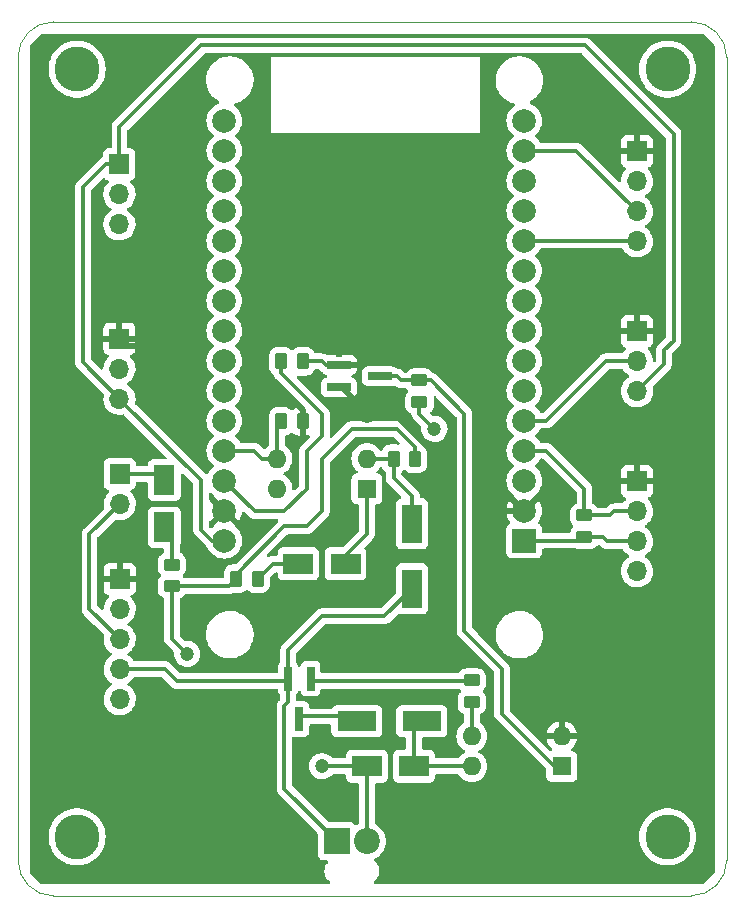
<source format=gbr>
%TF.GenerationSoftware,KiCad,Pcbnew,(6.0.7)*%
%TF.CreationDate,2022-08-26T02:08:04+02:00*%
%TF.ProjectId,airpcb_smd,61697270-6362-45f7-936d-642e6b696361,rev?*%
%TF.SameCoordinates,Original*%
%TF.FileFunction,Copper,L1,Top*%
%TF.FilePolarity,Positive*%
%FSLAX46Y46*%
G04 Gerber Fmt 4.6, Leading zero omitted, Abs format (unit mm)*
G04 Created by KiCad (PCBNEW (6.0.7)) date 2022-08-26 02:08:04*
%MOMM*%
%LPD*%
G01*
G04 APERTURE LIST*
G04 Aperture macros list*
%AMRoundRect*
0 Rectangle with rounded corners*
0 $1 Rounding radius*
0 $2 $3 $4 $5 $6 $7 $8 $9 X,Y pos of 4 corners*
0 Add a 4 corners polygon primitive as box body*
4,1,4,$2,$3,$4,$5,$6,$7,$8,$9,$2,$3,0*
0 Add four circle primitives for the rounded corners*
1,1,$1+$1,$2,$3*
1,1,$1+$1,$4,$5*
1,1,$1+$1,$6,$7*
1,1,$1+$1,$8,$9*
0 Add four rect primitives between the rounded corners*
20,1,$1+$1,$2,$3,$4,$5,0*
20,1,$1+$1,$4,$5,$6,$7,0*
20,1,$1+$1,$6,$7,$8,$9,0*
20,1,$1+$1,$8,$9,$2,$3,0*%
G04 Aperture macros list end*
%TA.AperFunction,Profile*%
%ADD10C,0.050000*%
%TD*%
%TA.AperFunction,SMDPad,CuDef*%
%ADD11R,0.650000X2.000000*%
%TD*%
%TA.AperFunction,SMDPad,CuDef*%
%ADD12R,2.000000X0.650000*%
%TD*%
%TA.AperFunction,ComponentPad*%
%ADD13R,2.000000X2.000000*%
%TD*%
%TA.AperFunction,ComponentPad*%
%ADD14C,2.000000*%
%TD*%
%TA.AperFunction,ComponentPad*%
%ADD15R,2.200000X2.200000*%
%TD*%
%TA.AperFunction,ComponentPad*%
%ADD16C,2.200000*%
%TD*%
%TA.AperFunction,SMDPad,CuDef*%
%ADD17R,1.800000X2.500000*%
%TD*%
%TA.AperFunction,ComponentPad*%
%ADD18R,1.600000X1.600000*%
%TD*%
%TA.AperFunction,ComponentPad*%
%ADD19O,1.600000X1.600000*%
%TD*%
%TA.AperFunction,ComponentPad*%
%ADD20C,3.800000*%
%TD*%
%TA.AperFunction,SMDPad,CuDef*%
%ADD21RoundRect,0.250000X-0.450000X0.262500X-0.450000X-0.262500X0.450000X-0.262500X0.450000X0.262500X0*%
%TD*%
%TA.AperFunction,ComponentPad*%
%ADD22R,1.700000X1.700000*%
%TD*%
%TA.AperFunction,ComponentPad*%
%ADD23O,1.700000X1.700000*%
%TD*%
%TA.AperFunction,SMDPad,CuDef*%
%ADD24R,1.700000X3.300000*%
%TD*%
%TA.AperFunction,SMDPad,CuDef*%
%ADD25R,3.300000X1.700000*%
%TD*%
%TA.AperFunction,SMDPad,CuDef*%
%ADD26R,2.500000X1.800000*%
%TD*%
%TA.AperFunction,SMDPad,CuDef*%
%ADD27RoundRect,0.250000X-0.262500X-0.450000X0.262500X-0.450000X0.262500X0.450000X-0.262500X0.450000X0*%
%TD*%
%TA.AperFunction,SMDPad,CuDef*%
%ADD28RoundRect,0.250000X0.262500X0.450000X-0.262500X0.450000X-0.262500X-0.450000X0.262500X-0.450000X0*%
%TD*%
%TA.AperFunction,ViaPad*%
%ADD29C,1.200000*%
%TD*%
%TA.AperFunction,ViaPad*%
%ADD30C,2.000000*%
%TD*%
%TA.AperFunction,Conductor*%
%ADD31C,0.508000*%
%TD*%
%TA.AperFunction,Conductor*%
%ADD32C,0.304800*%
%TD*%
G04 APERTURE END LIST*
D10*
X103000000Y-50000000D02*
G75*
G03*
X100000000Y-53000000I0J-3000000D01*
G01*
X103000000Y-50000000D02*
X157000000Y-50000000D01*
X100000000Y-121000000D02*
G75*
G03*
X103000000Y-124000000I3000000J0D01*
G01*
X160000000Y-53000000D02*
G75*
G03*
X157000000Y-50000000I-3000000J0D01*
G01*
X160000000Y-53000000D02*
X160000000Y-121000000D01*
X103000000Y-124000000D02*
X157000000Y-124000000D01*
X100000000Y-53000000D02*
X100000000Y-121000000D01*
X157000000Y-124000000D02*
G75*
G03*
X160000000Y-121000000I0J3000000D01*
G01*
D11*
%TO.P,Q2,1,E*%
%TO.N,B*%
X124775000Y-105605000D03*
%TO.P,Q2,2,B*%
%TO.N,Net-(Q2-Pad2)*%
X122875000Y-105605000D03*
%TO.P,Q2,3,C*%
%TO.N,Net-(D3-Pad2)*%
X123825000Y-109025000D03*
%TD*%
D12*
%TO.P,Q1,1,E*%
%TO.N,GND*%
X127195000Y-79060000D03*
%TO.P,Q1,2,B*%
%TO.N,Net-(Q1-Pad2)*%
X127195000Y-80960000D03*
%TO.P,Q1,3,C*%
%TO.N,Net-(Q1-Pad3)*%
X130615000Y-80010000D03*
%TD*%
D13*
%TO.P,U3,1,3V3*%
%TO.N,3V3*%
X142865000Y-93930000D03*
D14*
%TO.P,U3,2,GND*%
%TO.N,GND*%
X142865000Y-91390000D03*
%TO.P,U3,3,D15*%
%TO.N,unconnected-(U3-Pad3)*%
X142865000Y-88850000D03*
%TO.P,U3,4,D2*%
%TO.N,D2*%
X142865000Y-86310000D03*
%TO.P,U3,5,D4*%
%TO.N,D4*%
X142865000Y-83770000D03*
%TO.P,U3,6,RX2*%
%TO.N,unconnected-(U3-Pad6)*%
X142865000Y-81230000D03*
%TO.P,U3,7,TX2*%
%TO.N,unconnected-(U3-Pad7)*%
X142865000Y-78690000D03*
%TO.P,U3,8,D5*%
%TO.N,unconnected-(U3-Pad8)*%
X142865000Y-76150000D03*
%TO.P,U3,9,D18*%
%TO.N,unconnected-(U3-Pad9)*%
X142865000Y-73610000D03*
%TO.P,U3,10,D19*%
%TO.N,unconnected-(U3-Pad10)*%
X142865000Y-71070000D03*
%TO.P,U3,11,D21*%
%TO.N,SDA*%
X142865000Y-68530000D03*
%TO.P,U3,12,RX0*%
%TO.N,unconnected-(U3-Pad12)*%
X142865000Y-65990000D03*
%TO.P,U3,13,TX0*%
%TO.N,unconnected-(U3-Pad13)*%
X142865000Y-63450000D03*
%TO.P,U3,14,D22*%
%TO.N,SCL*%
X142865000Y-60910000D03*
%TO.P,U3,15,D23*%
%TO.N,unconnected-(U3-Pad15)*%
X142865000Y-58370000D03*
%TO.P,U3,16,EN*%
%TO.N,unconnected-(U3-Pad16)*%
X117465000Y-58370000D03*
%TO.P,U3,17,VP*%
%TO.N,unconnected-(U3-Pad17)*%
X117465000Y-60910000D03*
%TO.P,U3,18,VN*%
%TO.N,unconnected-(U3-Pad18)*%
X117465000Y-63450000D03*
%TO.P,U3,19,D34*%
%TO.N,unconnected-(U3-Pad19)*%
X117465000Y-65990000D03*
%TO.P,U3,20,D35*%
%TO.N,unconnected-(U3-Pad20)*%
X117465000Y-68530000D03*
%TO.P,U3,21,D32*%
%TO.N,unconnected-(U3-Pad21)*%
X117465000Y-71070000D03*
%TO.P,U3,22,D33*%
%TO.N,unconnected-(U3-Pad22)*%
X117465000Y-73610000D03*
%TO.P,U3,23,D25*%
%TO.N,unconnected-(U3-Pad23)*%
X117465000Y-76150000D03*
%TO.P,U3,24,D26*%
%TO.N,unconnected-(U3-Pad24)*%
X117465000Y-78690000D03*
%TO.P,U3,25,D27*%
%TO.N,unconnected-(U3-Pad25)*%
X117465000Y-81230000D03*
%TO.P,U3,26,D14*%
%TO.N,unconnected-(U3-Pad26)*%
X117465000Y-83770000D03*
%TO.P,U3,27,D12*%
%TO.N,D12*%
X117465000Y-86310000D03*
%TO.P,U3,28,D13*%
%TO.N,D13*%
X117465000Y-88850000D03*
%TO.P,U3,29,GND*%
%TO.N,GND*%
X117465000Y-91390000D03*
%TO.P,U3,30,VIN*%
%TO.N,5V*%
X117465000Y-93930000D03*
%TD*%
D15*
%TO.P,J4,1,Pin_1*%
%TO.N,A*%
X127000000Y-119380000D03*
D16*
%TO.P,J4,2,Pin_2*%
%TO.N,B*%
X129540000Y-119380000D03*
%TD*%
D17*
%TO.P,D5,1,K*%
%TO.N,Net-(D5-Pad1)*%
X112395000Y-88805000D03*
%TO.P,D5,2,A*%
%TO.N,Net-(D5-Pad2)*%
X112395000Y-92805000D03*
%TD*%
D18*
%TO.P,U2,1*%
%TO.N,Net-(Q1-Pad3)*%
X146040000Y-113035000D03*
D19*
%TO.P,U2,2*%
%TO.N,GND*%
X146040000Y-110495000D03*
%TO.P,U2,3*%
%TO.N,Net-(R6-Pad2)*%
X138420000Y-110495000D03*
%TO.P,U2,4*%
%TO.N,Net-(D3-Pad1)*%
X138420000Y-113035000D03*
%TD*%
D20*
%TO.P,H1,1*%
%TO.N,N/C*%
X105000000Y-54000000D03*
%TD*%
D21*
%TO.P,R6,1*%
%TO.N,Net-(Q2-Pad2)*%
X138430000Y-105767500D03*
%TO.P,R6,2*%
%TO.N,Net-(R6-Pad2)*%
X138430000Y-107592500D03*
%TD*%
D22*
%TO.P,J2,1,Pin_1*%
%TO.N,GND*%
X152400000Y-88900000D03*
D23*
%TO.P,J2,2,Pin_2*%
%TO.N,D2*%
X152400000Y-91440000D03*
%TO.P,J2,3,Pin_3*%
%TO.N,3V3*%
X152400000Y-93980000D03*
%TO.P,J2,4,Pin_4*%
%TO.N,unconnected-(J2-Pad4)*%
X152400000Y-96520000D03*
%TD*%
D24*
%TO.P,D1,1,K*%
%TO.N,Net-(D1-Pad1)*%
X133350000Y-92500000D03*
%TO.P,D1,2,A*%
%TO.N,B*%
X133350000Y-98000000D03*
%TD*%
D22*
%TO.P,J1,1,Pin_1*%
%TO.N,GND*%
X152400000Y-60960000D03*
D23*
%TO.P,J1,2,Pin_2*%
%TO.N,3V3*%
X152400000Y-63500000D03*
%TO.P,J1,3,Pin_3*%
%TO.N,SCL*%
X152400000Y-66040000D03*
%TO.P,J1,4,Pin_4*%
%TO.N,SDA*%
X152400000Y-68580000D03*
%TD*%
D22*
%TO.P,J7,1,Pin_1*%
%TO.N,GND*%
X108585000Y-76835000D03*
D23*
%TO.P,J7,2,Pin_2*%
%TO.N,3V3*%
X108585000Y-79375000D03*
%TO.P,J7,3,Pin_3*%
%TO.N,5V*%
X108585000Y-81915000D03*
%TD*%
D25*
%TO.P,D3,1,K*%
%TO.N,Net-(D3-Pad1)*%
X134195000Y-109220000D03*
%TO.P,D3,2,A*%
%TO.N,Net-(D3-Pad2)*%
X128695000Y-109220000D03*
%TD*%
D18*
%TO.P,U1,1*%
%TO.N,Net-(D2-Pad1)*%
X129540000Y-89535000D03*
D19*
%TO.P,U1,2*%
%TO.N,Net-(D1-Pad1)*%
X129540000Y-86995000D03*
%TO.P,U1,3*%
%TO.N,D12*%
X121920000Y-86995000D03*
%TO.P,U1,4*%
%TO.N,3V3*%
X121920000Y-89535000D03*
%TD*%
D26*
%TO.P,D2,1,K*%
%TO.N,Net-(D2-Pad1)*%
X127730000Y-95885000D03*
%TO.P,D2,2,A*%
%TO.N,Net-(D2-Pad2)*%
X123730000Y-95885000D03*
%TD*%
D22*
%TO.P,J9,1,Pin_1*%
%TO.N,5V*%
X108585000Y-62066000D03*
D23*
%TO.P,J9,2,Pin_2*%
%TO.N,PSU_OUT*%
X108585000Y-64606000D03*
%TO.P,J9,3,Pin_3*%
%TO.N,3V3*%
X108585000Y-67146000D03*
%TD*%
D20*
%TO.P,H2,1*%
%TO.N,N/C*%
X155000000Y-54000000D03*
%TD*%
D27*
%TO.P,R5,1*%
%TO.N,D12*%
X122277500Y-83820000D03*
%TO.P,R5,2*%
%TO.N,GND*%
X124102500Y-83820000D03*
%TD*%
D26*
%TO.P,D4,1,K*%
%TO.N,Net-(D3-Pad1)*%
X133540000Y-113030000D03*
%TO.P,D4,2,A*%
%TO.N,A*%
X129540000Y-113030000D03*
%TD*%
D21*
%TO.P,R8,1*%
%TO.N,Net-(D5-Pad2)*%
X113030000Y-95965000D03*
%TO.P,R8,2*%
%TO.N,A*%
X113030000Y-97790000D03*
%TD*%
D28*
%TO.P,R3,1*%
%TO.N,Net-(D2-Pad2)*%
X120292500Y-97155000D03*
%TO.P,R3,2*%
%TO.N,A*%
X118467500Y-97155000D03*
%TD*%
%TO.P,R2,1*%
%TO.N,A*%
X133627500Y-86995000D03*
%TO.P,R2,2*%
%TO.N,Net-(D1-Pad1)*%
X131802500Y-86995000D03*
%TD*%
D22*
%TO.P,J8,1,Pin_1*%
%TO.N,GND*%
X152400000Y-76200000D03*
D23*
%TO.P,J8,2,Pin_2*%
%TO.N,D4*%
X152400000Y-78740000D03*
%TO.P,J8,3,Pin_3*%
%TO.N,5V*%
X152400000Y-81280000D03*
%TD*%
D22*
%TO.P,J3,1,Pin_1*%
%TO.N,Net-(D5-Pad1)*%
X108610000Y-88285000D03*
D23*
%TO.P,J3,2,Pin_2*%
%TO.N,Net-(J11-Pad3)*%
X108610000Y-90825000D03*
%TD*%
D20*
%TO.P,H4,1*%
%TO.N,N/C*%
X105000000Y-119000000D03*
%TD*%
%TO.P,H3,1*%
%TO.N,N/C*%
X155000000Y-119000000D03*
%TD*%
D21*
%TO.P,R4,1*%
%TO.N,Net-(Q1-Pad3)*%
X133985000Y-80367500D03*
%TO.P,R4,2*%
%TO.N,3V3*%
X133985000Y-82192500D03*
%TD*%
%TO.P,R7,1*%
%TO.N,D2*%
X147955000Y-91797500D03*
%TO.P,R7,2*%
%TO.N,3V3*%
X147955000Y-93622500D03*
%TD*%
D28*
%TO.P,R1,1*%
%TO.N,Net-(Q1-Pad2)*%
X124102500Y-78740000D03*
%TO.P,R1,2*%
%TO.N,D13*%
X122277500Y-78740000D03*
%TD*%
D22*
%TO.P,J11,1,Pin_1*%
%TO.N,GND*%
X108610000Y-97185000D03*
D23*
%TO.P,J11,2,Pin_2*%
%TO.N,PSU_OUT*%
X108610000Y-99725000D03*
%TO.P,J11,3,Pin_3*%
%TO.N,Net-(J11-Pad3)*%
X108610000Y-102265000D03*
%TO.P,J11,4,Pin_4*%
%TO.N,B*%
X108610000Y-104805000D03*
%TO.P,J11,5,Pin_5*%
%TO.N,unconnected-(J11-Pad5)*%
X108610000Y-107345000D03*
%TD*%
D29*
%TO.N,GND*%
X135890000Y-88900000D03*
%TO.N,A*%
X125730000Y-113030000D03*
X114300000Y-103505000D03*
D30*
%TO.N,GND*%
X113030000Y-77470000D03*
X120650000Y-81915000D03*
X129540000Y-82947500D03*
D29*
%TO.N,3V3*%
X135255000Y-84455000D03*
%TD*%
D31*
%TO.N,GND*%
X135890000Y-88900000D02*
X135890000Y-87187370D01*
X131650130Y-82947500D02*
X129540000Y-82947500D01*
X135890000Y-87187370D02*
X131650130Y-82947500D01*
X140335000Y-95885000D02*
X140335000Y-93980000D01*
X140335000Y-93980000D02*
X140335000Y-93920000D01*
X140335000Y-92075000D02*
X140335000Y-93980000D01*
X141020000Y-91390000D02*
X140335000Y-92075000D01*
X142865000Y-91390000D02*
X141020000Y-91390000D01*
X146040000Y-101590000D02*
X140335000Y-95885000D01*
X146040000Y-110495000D02*
X146040000Y-101590000D01*
D32*
%TO.N,A*%
X125730000Y-113030000D02*
X129540000Y-113030000D01*
X113030000Y-97790000D02*
X113030000Y-102235000D01*
X113030000Y-102235000D02*
X114300000Y-103505000D01*
D31*
%TO.N,GND*%
X113030000Y-77470000D02*
X109220000Y-77470000D01*
X109220000Y-77470000D02*
X108585000Y-76835000D01*
X124102500Y-82827500D02*
X124102500Y-83820000D01*
X123190000Y-81915000D02*
X124102500Y-82827500D01*
X120650000Y-81915000D02*
X123190000Y-81915000D01*
X129392500Y-82947500D02*
X127405000Y-80960000D01*
X129540000Y-82947500D02*
X129392500Y-82947500D01*
D32*
%TO.N,3V3*%
X133985000Y-83185000D02*
X135255000Y-84455000D01*
X133985000Y-82192500D02*
X133985000Y-83185000D01*
%TO.N,SDA*%
X152350000Y-68530000D02*
X152400000Y-68580000D01*
X142865000Y-68530000D02*
X152350000Y-68530000D01*
%TO.N,SCL*%
X147270000Y-60910000D02*
X152400000Y-66040000D01*
X142865000Y-60910000D02*
X147270000Y-60910000D01*
%TO.N,D2*%
X144730000Y-86310000D02*
X142865000Y-86310000D01*
X147955000Y-89535000D02*
X144730000Y-86310000D01*
X147955000Y-91797500D02*
X147955000Y-89535000D01*
%TO.N,3V3*%
X147647500Y-93930000D02*
X147955000Y-93622500D01*
X142865000Y-93930000D02*
X147647500Y-93930000D01*
%TO.N,D13*%
X124460000Y-89535000D02*
X122555000Y-91440000D01*
X122555000Y-91440000D02*
X120055000Y-91440000D01*
X125730000Y-83185000D02*
X125730000Y-85090000D01*
X125730000Y-85090000D02*
X124460000Y-86360000D01*
X122277500Y-79732500D02*
X125730000Y-83185000D01*
X122277500Y-78740000D02*
X122277500Y-79732500D01*
X124460000Y-86360000D02*
X124460000Y-89535000D01*
X120055000Y-91440000D02*
X117465000Y-88850000D01*
%TO.N,D12*%
X119965000Y-86310000D02*
X117465000Y-86310000D01*
X120650000Y-86995000D02*
X119965000Y-86310000D01*
X121920000Y-86995000D02*
X120650000Y-86995000D01*
%TO.N,Net-(D1-Pad1)*%
X133350000Y-90170000D02*
X133350000Y-92500000D01*
X131802500Y-88622500D02*
X133350000Y-90170000D01*
X131802500Y-86995000D02*
X131802500Y-88622500D01*
X129540000Y-86995000D02*
X131802500Y-86995000D01*
%TO.N,A*%
X133627500Y-86002500D02*
X133627500Y-86995000D01*
X132080000Y-84455000D02*
X133627500Y-86002500D01*
X128270000Y-84455000D02*
X132080000Y-84455000D01*
X125730000Y-86995000D02*
X128270000Y-84455000D01*
X125730000Y-91440000D02*
X125730000Y-86995000D01*
X124460000Y-92710000D02*
X125730000Y-91440000D01*
X122555000Y-92710000D02*
X124460000Y-92710000D01*
X118467500Y-96797500D02*
X122555000Y-92710000D01*
X118467500Y-97155000D02*
X118467500Y-96797500D01*
%TO.N,Net-(D2-Pad2)*%
X121562500Y-95885000D02*
X120292500Y-97155000D01*
X123730000Y-95885000D02*
X121562500Y-95885000D01*
%TO.N,Net-(D2-Pad1)*%
X129540000Y-93345000D02*
X129540000Y-89535000D01*
X127730000Y-95155000D02*
X129540000Y-93345000D01*
X127730000Y-95885000D02*
X127730000Y-95155000D01*
%TO.N,B*%
X122875000Y-103185000D02*
X122875000Y-105815000D01*
X125730000Y-100330000D02*
X122875000Y-103185000D01*
X131020000Y-100330000D02*
X125730000Y-100330000D01*
X133350000Y-98000000D02*
X131020000Y-100330000D01*
%TO.N,A*%
X129540000Y-113030000D02*
X129540000Y-119380000D01*
%TO.N,Net-(D3-Pad2)*%
X128290000Y-108815000D02*
X128695000Y-109220000D01*
X123825000Y-108815000D02*
X128290000Y-108815000D01*
%TO.N,B*%
X122875000Y-107630000D02*
X122875000Y-105815000D01*
X122555000Y-114935000D02*
X122555000Y-107950000D01*
X127000000Y-119380000D02*
X122555000Y-114935000D01*
X122555000Y-107950000D02*
X122875000Y-107630000D01*
%TO.N,A*%
X117832500Y-97790000D02*
X118467500Y-97155000D01*
X113030000Y-97790000D02*
X117832500Y-97790000D01*
%TO.N,Net-(D5-Pad2)*%
X113030000Y-93440000D02*
X113030000Y-95965000D01*
X112395000Y-92805000D02*
X113030000Y-93440000D01*
%TO.N,Net-(D5-Pad1)*%
X111875000Y-88285000D02*
X112395000Y-88805000D01*
X108610000Y-88285000D02*
X111875000Y-88285000D01*
%TO.N,Net-(J11-Pad3)*%
X106045000Y-99700000D02*
X106045000Y-93390000D01*
X106045000Y-93390000D02*
X108610000Y-90825000D01*
X108610000Y-102265000D02*
X106045000Y-99700000D01*
%TO.N,B*%
X112425000Y-104805000D02*
X113435000Y-105815000D01*
X108610000Y-104805000D02*
X112425000Y-104805000D01*
X113435000Y-105815000D02*
X122875000Y-105815000D01*
%TO.N,D12*%
X121920000Y-84177500D02*
X122277500Y-83820000D01*
X121920000Y-86995000D02*
X121920000Y-84177500D01*
%TO.N,Net-(Q1-Pad2)*%
X125730000Y-78740000D02*
X124102500Y-78740000D01*
X126050000Y-79060000D02*
X125730000Y-78740000D01*
X127405000Y-79060000D02*
X126050000Y-79060000D01*
%TO.N,Net-(Q1-Pad3)*%
X132080000Y-80010000D02*
X130405000Y-80010000D01*
X132437500Y-80367500D02*
X132080000Y-80010000D01*
X133985000Y-80367500D02*
X132437500Y-80367500D01*
X134977500Y-80367500D02*
X133985000Y-80367500D01*
X137795000Y-83185000D02*
X134977500Y-80367500D01*
X137795000Y-101600000D02*
X137795000Y-83185000D01*
X140970000Y-104775000D02*
X137795000Y-101600000D01*
X140970000Y-108585000D02*
X140970000Y-104775000D01*
X145420000Y-113035000D02*
X140970000Y-108585000D01*
X146040000Y-113035000D02*
X145420000Y-113035000D01*
%TO.N,Net-(Q2-Pad2)*%
X138382500Y-105815000D02*
X124775000Y-105815000D01*
X138430000Y-105767500D02*
X138382500Y-105815000D01*
%TO.N,Net-(R6-Pad2)*%
X138420000Y-107602500D02*
X138430000Y-107592500D01*
X138420000Y-110495000D02*
X138420000Y-107602500D01*
%TO.N,Net-(D3-Pad1)*%
X133540000Y-109875000D02*
X134195000Y-109220000D01*
X133540000Y-113030000D02*
X133540000Y-109875000D01*
X138415000Y-113030000D02*
X138420000Y-113035000D01*
X133540000Y-113030000D02*
X138415000Y-113030000D01*
%TO.N,3V3*%
X149860000Y-93980000D02*
X152400000Y-93980000D01*
X149502500Y-93622500D02*
X149860000Y-93980000D01*
X147955000Y-93622500D02*
X149502500Y-93622500D01*
%TO.N,D2*%
X150137500Y-91797500D02*
X150495000Y-91440000D01*
X150495000Y-91440000D02*
X152400000Y-91440000D01*
X147955000Y-91797500D02*
X150137500Y-91797500D01*
%TO.N,D4*%
X149760000Y-78740000D02*
X152400000Y-78740000D01*
X144730000Y-83770000D02*
X149760000Y-78740000D01*
X142865000Y-83770000D02*
X144730000Y-83770000D01*
%TO.N,5V*%
X154680000Y-77820000D02*
X155500000Y-77000000D01*
X154680000Y-79000000D02*
X154680000Y-77820000D01*
X155500000Y-59500000D02*
X155500000Y-77000000D01*
X154680000Y-79000000D02*
X152400000Y-81280000D01*
X148000000Y-52000000D02*
X155500000Y-59500000D01*
X115494198Y-52000000D02*
X148000000Y-52000000D01*
X108585000Y-58909198D02*
X115494198Y-52000000D01*
X108585000Y-62066000D02*
X108585000Y-58909198D01*
X107434000Y-62066000D02*
X108585000Y-62066000D01*
X105500000Y-78830000D02*
X105500000Y-64000000D01*
X108585000Y-81915000D02*
X105500000Y-78830000D01*
X105500000Y-64000000D02*
X107434000Y-62066000D01*
X115500000Y-93000000D02*
X115500000Y-88830000D01*
X116430000Y-93930000D02*
X115500000Y-93000000D01*
X117465000Y-93930000D02*
X116430000Y-93930000D01*
X115500000Y-88830000D02*
X108585000Y-81915000D01*
%TD*%
%TA.AperFunction,Conductor*%
%TO.N,GND*%
G36*
X158015931Y-51020002D02*
G01*
X158036905Y-51036905D01*
X158963095Y-51963095D01*
X158997121Y-52025407D01*
X159000000Y-52052190D01*
X159000000Y-121947810D01*
X158979998Y-122015931D01*
X158963095Y-122036905D01*
X158036905Y-122963095D01*
X157974593Y-122997121D01*
X157947810Y-123000000D01*
X130244474Y-123000000D01*
X130176353Y-122979998D01*
X130129860Y-122926342D01*
X130119756Y-122856068D01*
X130149250Y-122791488D01*
X130164839Y-122776357D01*
X130284684Y-122678614D01*
X130284687Y-122678611D01*
X130289464Y-122674715D01*
X130421783Y-122514770D01*
X130425876Y-122507201D01*
X130517584Y-122337590D01*
X130517586Y-122337585D01*
X130520514Y-122332170D01*
X130581898Y-122133871D01*
X130583429Y-122119303D01*
X130602952Y-121933554D01*
X130602952Y-121933552D01*
X130603596Y-121927425D01*
X130584782Y-121720697D01*
X130582298Y-121712255D01*
X130527912Y-121527469D01*
X130526173Y-121521560D01*
X130430001Y-121337600D01*
X130299929Y-121175823D01*
X130295211Y-121171865D01*
X130295209Y-121171862D01*
X130164119Y-121061864D01*
X130124793Y-121002755D01*
X130123667Y-120931767D01*
X130161098Y-120871439D01*
X130196892Y-120848935D01*
X130227919Y-120836083D01*
X130267928Y-120819511D01*
X130267932Y-120819509D01*
X130272502Y-120817616D01*
X130488376Y-120685328D01*
X130680898Y-120520898D01*
X130845328Y-120328376D01*
X130977616Y-120112502D01*
X131074505Y-119878591D01*
X131133609Y-119632403D01*
X131153474Y-119380000D01*
X131133609Y-119127597D01*
X131102976Y-119000000D01*
X152586738Y-119000000D01*
X152605767Y-119302462D01*
X152662555Y-119600154D01*
X152663782Y-119603930D01*
X152751462Y-119873779D01*
X152756206Y-119888381D01*
X152885242Y-120162598D01*
X153047630Y-120418480D01*
X153240808Y-120651992D01*
X153243695Y-120654703D01*
X153450531Y-120848934D01*
X153461729Y-120859450D01*
X153706910Y-121037584D01*
X153710379Y-121039491D01*
X153710382Y-121039493D01*
X153947834Y-121170034D01*
X153972483Y-121183585D01*
X153976152Y-121185038D01*
X153976157Y-121185040D01*
X154250591Y-121293696D01*
X154254261Y-121295149D01*
X154547800Y-121370516D01*
X154848470Y-121408500D01*
X155151530Y-121408500D01*
X155452200Y-121370516D01*
X155745739Y-121295149D01*
X155749409Y-121293696D01*
X156023843Y-121185040D01*
X156023848Y-121185038D01*
X156027517Y-121183585D01*
X156052166Y-121170034D01*
X156289618Y-121039493D01*
X156289621Y-121039491D01*
X156293090Y-121037584D01*
X156538271Y-120859450D01*
X156549470Y-120848934D01*
X156756305Y-120654703D01*
X156759192Y-120651992D01*
X156952370Y-120418480D01*
X157114758Y-120162598D01*
X157243794Y-119888381D01*
X157248539Y-119873779D01*
X157336218Y-119603930D01*
X157337445Y-119600154D01*
X157394233Y-119302462D01*
X157413262Y-119000000D01*
X157394233Y-118697538D01*
X157337445Y-118399846D01*
X157243794Y-118111619D01*
X157208894Y-118037451D01*
X157165376Y-117944971D01*
X157114758Y-117837402D01*
X156952370Y-117581520D01*
X156759192Y-117348008D01*
X156538271Y-117140550D01*
X156293090Y-116962416D01*
X156027517Y-116816415D01*
X156023848Y-116814962D01*
X156023843Y-116814960D01*
X155749409Y-116706304D01*
X155749408Y-116706304D01*
X155745739Y-116704851D01*
X155452200Y-116629484D01*
X155151530Y-116591500D01*
X154848470Y-116591500D01*
X154547800Y-116629484D01*
X154254261Y-116704851D01*
X154250592Y-116706304D01*
X154250591Y-116706304D01*
X153976157Y-116814960D01*
X153976152Y-116814962D01*
X153972483Y-116816415D01*
X153706910Y-116962416D01*
X153461729Y-117140550D01*
X153240808Y-117348008D01*
X153047630Y-117581520D01*
X152885242Y-117837402D01*
X152834624Y-117944971D01*
X152791107Y-118037451D01*
X152756206Y-118111619D01*
X152662555Y-118399846D01*
X152605767Y-118697538D01*
X152586738Y-119000000D01*
X131102976Y-119000000D01*
X131074505Y-118881409D01*
X130999985Y-118701501D01*
X130979511Y-118652072D01*
X130979509Y-118652068D01*
X130977616Y-118647498D01*
X130845328Y-118431624D01*
X130680898Y-118239102D01*
X130488376Y-118074672D01*
X130272502Y-117942384D01*
X130269382Y-117941092D01*
X130218084Y-117892646D01*
X130200900Y-117829124D01*
X130200900Y-114564500D01*
X130220902Y-114496379D01*
X130274558Y-114449886D01*
X130326900Y-114438500D01*
X130838134Y-114438500D01*
X130900316Y-114431745D01*
X131036705Y-114380615D01*
X131153261Y-114293261D01*
X131240615Y-114176705D01*
X131291745Y-114040316D01*
X131298500Y-113978134D01*
X131298500Y-112081866D01*
X131291745Y-112019684D01*
X131240615Y-111883295D01*
X131153261Y-111766739D01*
X131036705Y-111679385D01*
X130900316Y-111628255D01*
X130838134Y-111621500D01*
X128241866Y-111621500D01*
X128179684Y-111628255D01*
X128043295Y-111679385D01*
X127926739Y-111766739D01*
X127839385Y-111883295D01*
X127788255Y-112019684D01*
X127781500Y-112081866D01*
X127781500Y-112243100D01*
X127761498Y-112311221D01*
X127707842Y-112357714D01*
X127655500Y-112369100D01*
X126683203Y-112369100D01*
X126615082Y-112349098D01*
X126582246Y-112318490D01*
X126560760Y-112289717D01*
X126560757Y-112289713D01*
X126557305Y-112285091D01*
X126407703Y-112146800D01*
X126310204Y-112085283D01*
X126240288Y-112041169D01*
X126240283Y-112041167D01*
X126235404Y-112038088D01*
X126046180Y-111962595D01*
X125846366Y-111922849D01*
X125840592Y-111922773D01*
X125840588Y-111922773D01*
X125737452Y-111921424D01*
X125642655Y-111920183D01*
X125636958Y-111921162D01*
X125636957Y-111921162D01*
X125447567Y-111953705D01*
X125441870Y-111954684D01*
X125250734Y-112025198D01*
X125245773Y-112028150D01*
X125245772Y-112028150D01*
X125083514Y-112124684D01*
X125075649Y-112129363D01*
X124922478Y-112263690D01*
X124918911Y-112268215D01*
X124918906Y-112268220D01*
X124848355Y-112357714D01*
X124796351Y-112423681D01*
X124701492Y-112603978D01*
X124641078Y-112798543D01*
X124617132Y-113000859D01*
X124630457Y-113204151D01*
X124680605Y-113401610D01*
X124765898Y-113586624D01*
X124883479Y-113752997D01*
X125029410Y-113895157D01*
X125034206Y-113898362D01*
X125034209Y-113898364D01*
X125102149Y-113943760D01*
X125198803Y-114008342D01*
X125204106Y-114010620D01*
X125204109Y-114010622D01*
X125293115Y-114048862D01*
X125385987Y-114088763D01*
X125458817Y-114105243D01*
X125579055Y-114132450D01*
X125579060Y-114132451D01*
X125584692Y-114133725D01*
X125590463Y-114133952D01*
X125590465Y-114133952D01*
X125653470Y-114136427D01*
X125788263Y-114141723D01*
X125989883Y-114112490D01*
X125995347Y-114110635D01*
X125995352Y-114110634D01*
X126177327Y-114048862D01*
X126177332Y-114048860D01*
X126182799Y-114047004D01*
X126193167Y-114041198D01*
X126305775Y-113978134D01*
X126360551Y-113947458D01*
X126517186Y-113817186D01*
X126584433Y-113736330D01*
X126643369Y-113696747D01*
X126681306Y-113690900D01*
X127655500Y-113690900D01*
X127723621Y-113710902D01*
X127770114Y-113764558D01*
X127781500Y-113816900D01*
X127781500Y-113978134D01*
X127788255Y-114040316D01*
X127839385Y-114176705D01*
X127926739Y-114293261D01*
X128043295Y-114380615D01*
X128179684Y-114431745D01*
X128241866Y-114438500D01*
X128753100Y-114438500D01*
X128821221Y-114458502D01*
X128867714Y-114512158D01*
X128879100Y-114564500D01*
X128879100Y-117829124D01*
X128859098Y-117897245D01*
X128810644Y-117941081D01*
X128807498Y-117942384D01*
X128734616Y-117987046D01*
X128682614Y-118018913D01*
X128614080Y-118037451D01*
X128546404Y-118015995D01*
X128515953Y-117987046D01*
X128463261Y-117916739D01*
X128346705Y-117829385D01*
X128210316Y-117778255D01*
X128148134Y-117771500D01*
X126378344Y-117771500D01*
X126310223Y-117751498D01*
X126289249Y-117734595D01*
X123252805Y-114698152D01*
X123218779Y-114635840D01*
X123215900Y-114609057D01*
X123215900Y-110643395D01*
X123235902Y-110575274D01*
X123289558Y-110528781D01*
X123359832Y-110518677D01*
X123374529Y-110522441D01*
X123374600Y-110522144D01*
X123382284Y-110523971D01*
X123389684Y-110526745D01*
X123451866Y-110533500D01*
X124198134Y-110533500D01*
X124260316Y-110526745D01*
X124396705Y-110475615D01*
X124513261Y-110388261D01*
X124600615Y-110271705D01*
X124651745Y-110135316D01*
X124658500Y-110073134D01*
X124658500Y-109601900D01*
X124678502Y-109533779D01*
X124732158Y-109487286D01*
X124784500Y-109475900D01*
X126410500Y-109475900D01*
X126478621Y-109495902D01*
X126525114Y-109549558D01*
X126536500Y-109601900D01*
X126536500Y-110118134D01*
X126543255Y-110180316D01*
X126594385Y-110316705D01*
X126681739Y-110433261D01*
X126798295Y-110520615D01*
X126934684Y-110571745D01*
X126996866Y-110578500D01*
X130393134Y-110578500D01*
X130455316Y-110571745D01*
X130591705Y-110520615D01*
X130708261Y-110433261D01*
X130795615Y-110316705D01*
X130846745Y-110180316D01*
X130853500Y-110118134D01*
X130853500Y-108321866D01*
X130846745Y-108259684D01*
X130795615Y-108123295D01*
X130708261Y-108006739D01*
X130591705Y-107919385D01*
X130455316Y-107868255D01*
X130393134Y-107861500D01*
X126996866Y-107861500D01*
X126934684Y-107868255D01*
X126798295Y-107919385D01*
X126681739Y-108006739D01*
X126676358Y-108013919D01*
X126609097Y-108103665D01*
X126552238Y-108146180D01*
X126508271Y-108154100D01*
X124784500Y-108154100D01*
X124716379Y-108134098D01*
X124669886Y-108080442D01*
X124658500Y-108028100D01*
X124658500Y-107976866D01*
X124651745Y-107914684D01*
X124600615Y-107778295D01*
X124513261Y-107661739D01*
X124396705Y-107574385D01*
X124260316Y-107523255D01*
X124198134Y-107516500D01*
X123661900Y-107516500D01*
X123593779Y-107496498D01*
X123547286Y-107442842D01*
X123535900Y-107390500D01*
X123535900Y-107046013D01*
X123555902Y-106977892D01*
X123563512Y-106968449D01*
X123563261Y-106968261D01*
X123568642Y-106961081D01*
X123650615Y-106851705D01*
X123701745Y-106715316D01*
X123702539Y-106708010D01*
X123737635Y-106646576D01*
X123800590Y-106613756D01*
X123871295Y-106620182D01*
X123927302Y-106663814D01*
X123947454Y-106707940D01*
X123948255Y-106715316D01*
X123999385Y-106851705D01*
X124086739Y-106968261D01*
X124203295Y-107055615D01*
X124339684Y-107106745D01*
X124401866Y-107113500D01*
X125148134Y-107113500D01*
X125210316Y-107106745D01*
X125346705Y-107055615D01*
X125463261Y-106968261D01*
X125550615Y-106851705D01*
X125601745Y-106715316D01*
X125608500Y-106653134D01*
X125608500Y-106601900D01*
X125628502Y-106533779D01*
X125682158Y-106487286D01*
X125734500Y-106475900D01*
X137300898Y-106475900D01*
X137369019Y-106495902D01*
X137389914Y-106512725D01*
X137426811Y-106549558D01*
X137468109Y-106590784D01*
X137502188Y-106653067D01*
X137497185Y-106723887D01*
X137468264Y-106768975D01*
X137394072Y-106843297D01*
X137380695Y-106856697D01*
X137376855Y-106862927D01*
X137376854Y-106862928D01*
X137299286Y-106988767D01*
X137287885Y-107007262D01*
X137275032Y-107046013D01*
X137249709Y-107122361D01*
X137232203Y-107175139D01*
X137221500Y-107279600D01*
X137221500Y-107905400D01*
X137221837Y-107908646D01*
X137221837Y-107908650D01*
X137229270Y-107980283D01*
X137232474Y-108011166D01*
X137234655Y-108017702D01*
X137234655Y-108017704D01*
X137242907Y-108042438D01*
X137288450Y-108178946D01*
X137381522Y-108329348D01*
X137506697Y-108454305D01*
X137512927Y-108458145D01*
X137512928Y-108458146D01*
X137610310Y-108518173D01*
X137657262Y-108547115D01*
X137672770Y-108552259D01*
X137731128Y-108592690D01*
X137758364Y-108658254D01*
X137759100Y-108671851D01*
X137759100Y-109294792D01*
X137739098Y-109362913D01*
X137705371Y-109398005D01*
X137580211Y-109485643D01*
X137580208Y-109485645D01*
X137575700Y-109488802D01*
X137413802Y-109650700D01*
X137282477Y-109838251D01*
X137280154Y-109843233D01*
X137280151Y-109843238D01*
X137280034Y-109843489D01*
X137185716Y-110045757D01*
X137184294Y-110051065D01*
X137184293Y-110051067D01*
X137136756Y-110228478D01*
X137126457Y-110266913D01*
X137106502Y-110495000D01*
X137126457Y-110723087D01*
X137185716Y-110944243D01*
X137188039Y-110949224D01*
X137188039Y-110949225D01*
X137280151Y-111146762D01*
X137280154Y-111146767D01*
X137282477Y-111151749D01*
X137413802Y-111339300D01*
X137575700Y-111501198D01*
X137580208Y-111504355D01*
X137580211Y-111504357D01*
X137582348Y-111505853D01*
X137763251Y-111632523D01*
X137768233Y-111634846D01*
X137768238Y-111634849D01*
X137802457Y-111650805D01*
X137855742Y-111697722D01*
X137875203Y-111765999D01*
X137854661Y-111833959D01*
X137802457Y-111879195D01*
X137768238Y-111895151D01*
X137768233Y-111895154D01*
X137763251Y-111897477D01*
X137671863Y-111961468D01*
X137580211Y-112025643D01*
X137580208Y-112025645D01*
X137575700Y-112028802D01*
X137413802Y-112190700D01*
X137410645Y-112195208D01*
X137410643Y-112195211D01*
X137326506Y-112315371D01*
X137271049Y-112359699D01*
X137223293Y-112369100D01*
X135424500Y-112369100D01*
X135356379Y-112349098D01*
X135309886Y-112295442D01*
X135298500Y-112243100D01*
X135298500Y-112081866D01*
X135291745Y-112019684D01*
X135240615Y-111883295D01*
X135153261Y-111766739D01*
X135036705Y-111679385D01*
X134900316Y-111628255D01*
X134838134Y-111621500D01*
X134326900Y-111621500D01*
X134258779Y-111601498D01*
X134212286Y-111547842D01*
X134200900Y-111495500D01*
X134200900Y-110704500D01*
X134220902Y-110636379D01*
X134274558Y-110589886D01*
X134326900Y-110578500D01*
X135893134Y-110578500D01*
X135955316Y-110571745D01*
X136091705Y-110520615D01*
X136208261Y-110433261D01*
X136295615Y-110316705D01*
X136346745Y-110180316D01*
X136353500Y-110118134D01*
X136353500Y-108321866D01*
X136346745Y-108259684D01*
X136295615Y-108123295D01*
X136208261Y-108006739D01*
X136091705Y-107919385D01*
X135955316Y-107868255D01*
X135893134Y-107861500D01*
X132496866Y-107861500D01*
X132434684Y-107868255D01*
X132298295Y-107919385D01*
X132181739Y-108006739D01*
X132094385Y-108123295D01*
X132043255Y-108259684D01*
X132036500Y-108321866D01*
X132036500Y-110118134D01*
X132043255Y-110180316D01*
X132094385Y-110316705D01*
X132181739Y-110433261D01*
X132298295Y-110520615D01*
X132434684Y-110571745D01*
X132496866Y-110578500D01*
X132753100Y-110578500D01*
X132821221Y-110598502D01*
X132867714Y-110652158D01*
X132879100Y-110704500D01*
X132879100Y-111495500D01*
X132859098Y-111563621D01*
X132805442Y-111610114D01*
X132753100Y-111621500D01*
X132241866Y-111621500D01*
X132179684Y-111628255D01*
X132043295Y-111679385D01*
X131926739Y-111766739D01*
X131839385Y-111883295D01*
X131788255Y-112019684D01*
X131781500Y-112081866D01*
X131781500Y-113978134D01*
X131788255Y-114040316D01*
X131839385Y-114176705D01*
X131926739Y-114293261D01*
X132043295Y-114380615D01*
X132179684Y-114431745D01*
X132241866Y-114438500D01*
X134838134Y-114438500D01*
X134900316Y-114431745D01*
X135036705Y-114380615D01*
X135153261Y-114293261D01*
X135240615Y-114176705D01*
X135291745Y-114040316D01*
X135298500Y-113978134D01*
X135298500Y-113816900D01*
X135318502Y-113748779D01*
X135372158Y-113702286D01*
X135424500Y-113690900D01*
X137216291Y-113690900D01*
X137284412Y-113710902D01*
X137319504Y-113744629D01*
X137372894Y-113820877D01*
X137413802Y-113879300D01*
X137575700Y-114041198D01*
X137580208Y-114044355D01*
X137580211Y-114044357D01*
X137658389Y-114099098D01*
X137763251Y-114172523D01*
X137768233Y-114174846D01*
X137768238Y-114174849D01*
X137965775Y-114266961D01*
X137970757Y-114269284D01*
X137976065Y-114270706D01*
X137976067Y-114270707D01*
X138186598Y-114327119D01*
X138186600Y-114327119D01*
X138191913Y-114328543D01*
X138420000Y-114348498D01*
X138648087Y-114328543D01*
X138653400Y-114327119D01*
X138653402Y-114327119D01*
X138863933Y-114270707D01*
X138863935Y-114270706D01*
X138869243Y-114269284D01*
X138874225Y-114266961D01*
X139071762Y-114174849D01*
X139071767Y-114174846D01*
X139076749Y-114172523D01*
X139181611Y-114099098D01*
X139259789Y-114044357D01*
X139259792Y-114044355D01*
X139264300Y-114041198D01*
X139426198Y-113879300D01*
X139557523Y-113691749D01*
X139559846Y-113686767D01*
X139559849Y-113686762D01*
X139651961Y-113489225D01*
X139651961Y-113489224D01*
X139654284Y-113484243D01*
X139713543Y-113263087D01*
X139733498Y-113035000D01*
X139713543Y-112806913D01*
X139660645Y-112609496D01*
X139655707Y-112591067D01*
X139655706Y-112591065D01*
X139654284Y-112585757D01*
X139581092Y-112428795D01*
X139559849Y-112383238D01*
X139559846Y-112383233D01*
X139557523Y-112378251D01*
X139426198Y-112190700D01*
X139264300Y-112028802D01*
X139259792Y-112025645D01*
X139259789Y-112025643D01*
X139168137Y-111961468D01*
X139076749Y-111897477D01*
X139071767Y-111895154D01*
X139071762Y-111895151D01*
X139037543Y-111879195D01*
X138984258Y-111832278D01*
X138964797Y-111764001D01*
X138985339Y-111696041D01*
X139037543Y-111650805D01*
X139071762Y-111634849D01*
X139071767Y-111634846D01*
X139076749Y-111632523D01*
X139257652Y-111505853D01*
X139259789Y-111504357D01*
X139259792Y-111504355D01*
X139264300Y-111501198D01*
X139426198Y-111339300D01*
X139557523Y-111151749D01*
X139559846Y-111146767D01*
X139559849Y-111146762D01*
X139651961Y-110949225D01*
X139651961Y-110949224D01*
X139654284Y-110944243D01*
X139713543Y-110723087D01*
X139733498Y-110495000D01*
X139713543Y-110266913D01*
X139703244Y-110228478D01*
X139655707Y-110051067D01*
X139655706Y-110051065D01*
X139654284Y-110045757D01*
X139559966Y-109843489D01*
X139559849Y-109843238D01*
X139559846Y-109843233D01*
X139557523Y-109838251D01*
X139426198Y-109650700D01*
X139264300Y-109488802D01*
X139259792Y-109485645D01*
X139259789Y-109485643D01*
X139134629Y-109398005D01*
X139090301Y-109342548D01*
X139080900Y-109294792D01*
X139080900Y-108678392D01*
X139100902Y-108610271D01*
X139154558Y-108563778D01*
X139167022Y-108558869D01*
X139186837Y-108552258D01*
X139203946Y-108546550D01*
X139258337Y-108512892D01*
X139348120Y-108457332D01*
X139354348Y-108453478D01*
X139479305Y-108328303D01*
X139521989Y-108259057D01*
X139568275Y-108183968D01*
X139568276Y-108183966D01*
X139572115Y-108177738D01*
X139598564Y-108097995D01*
X139625632Y-108016389D01*
X139625632Y-108016387D01*
X139627797Y-108009861D01*
X139638500Y-107905400D01*
X139638500Y-107279600D01*
X139627526Y-107173834D01*
X139589137Y-107058767D01*
X139573868Y-107013002D01*
X139571550Y-107006054D01*
X139478478Y-106855652D01*
X139391891Y-106769216D01*
X139357812Y-106706934D01*
X139362815Y-106636114D01*
X139391736Y-106591025D01*
X139474134Y-106508483D01*
X139479305Y-106503303D01*
X139483867Y-106495902D01*
X139568275Y-106358968D01*
X139568276Y-106358966D01*
X139572115Y-106352738D01*
X139619592Y-106209598D01*
X139625632Y-106191389D01*
X139625632Y-106191387D01*
X139627797Y-106184861D01*
X139638500Y-106080400D01*
X139638500Y-105454600D01*
X139634870Y-105419616D01*
X139628238Y-105355692D01*
X139628237Y-105355688D01*
X139627526Y-105348834D01*
X139571550Y-105181054D01*
X139478478Y-105030652D01*
X139353303Y-104905695D01*
X139347072Y-104901854D01*
X139208968Y-104816725D01*
X139208966Y-104816724D01*
X139202738Y-104812885D01*
X139094098Y-104776851D01*
X139041389Y-104759368D01*
X139041387Y-104759368D01*
X139034861Y-104757203D01*
X139028025Y-104756503D01*
X139028022Y-104756502D01*
X138984969Y-104752091D01*
X138930400Y-104746500D01*
X137929600Y-104746500D01*
X137926354Y-104746837D01*
X137926350Y-104746837D01*
X137830692Y-104756762D01*
X137830688Y-104756763D01*
X137823834Y-104757474D01*
X137817298Y-104759655D01*
X137817296Y-104759655D01*
X137765754Y-104776851D01*
X137656054Y-104813450D01*
X137505652Y-104906522D01*
X137380695Y-105031697D01*
X137376853Y-105037929D01*
X137376852Y-105037931D01*
X137342156Y-105094217D01*
X137289384Y-105141710D01*
X137234897Y-105154100D01*
X125734500Y-105154100D01*
X125666379Y-105134098D01*
X125619886Y-105080442D01*
X125608500Y-105028100D01*
X125608500Y-104556866D01*
X125601745Y-104494684D01*
X125550615Y-104358295D01*
X125463261Y-104241739D01*
X125346705Y-104154385D01*
X125210316Y-104103255D01*
X125148134Y-104096500D01*
X124401866Y-104096500D01*
X124339684Y-104103255D01*
X124203295Y-104154385D01*
X124086739Y-104241739D01*
X123999385Y-104358295D01*
X123948255Y-104494684D01*
X123947461Y-104501990D01*
X123912365Y-104563424D01*
X123849410Y-104596244D01*
X123778705Y-104589818D01*
X123722698Y-104546186D01*
X123702546Y-104502060D01*
X123701745Y-104494684D01*
X123650615Y-104358295D01*
X123563261Y-104241739D01*
X123565638Y-104239957D01*
X123538779Y-104190770D01*
X123535900Y-104163987D01*
X123535900Y-103510944D01*
X123555902Y-103442823D01*
X123572805Y-103421849D01*
X125966849Y-101027805D01*
X126029161Y-100993779D01*
X126055944Y-100990900D01*
X130992737Y-100990900D01*
X131001308Y-100991192D01*
X131054843Y-100994842D01*
X131062320Y-100993537D01*
X131062321Y-100993537D01*
X131100228Y-100986921D01*
X131113347Y-100984631D01*
X131119865Y-100983670D01*
X131138223Y-100981448D01*
X131171262Y-100977450D01*
X131171264Y-100977450D01*
X131178805Y-100976537D01*
X131185913Y-100973851D01*
X131192879Y-100972140D01*
X131198068Y-100970721D01*
X131204947Y-100968644D01*
X131212424Y-100967339D01*
X131266795Y-100943471D01*
X131272886Y-100940986D01*
X131321336Y-100922679D01*
X131321338Y-100922678D01*
X131328441Y-100919994D01*
X131334702Y-100915691D01*
X131341026Y-100912385D01*
X131345798Y-100909729D01*
X131351944Y-100906094D01*
X131358896Y-100903042D01*
X131406001Y-100866898D01*
X131411334Y-100863023D01*
X131460271Y-100829389D01*
X131498769Y-100786180D01*
X131503749Y-100780905D01*
X132145559Y-100139095D01*
X132207871Y-100105069D01*
X132278883Y-100110208D01*
X132382282Y-100148971D01*
X132382288Y-100148973D01*
X132389684Y-100151745D01*
X132451866Y-100158500D01*
X134248134Y-100158500D01*
X134310316Y-100151745D01*
X134446705Y-100100615D01*
X134563261Y-100013261D01*
X134650615Y-99896705D01*
X134701745Y-99760316D01*
X134708500Y-99698134D01*
X134708500Y-96301866D01*
X134701745Y-96239684D01*
X134650615Y-96103295D01*
X134563261Y-95986739D01*
X134446705Y-95899385D01*
X134310316Y-95848255D01*
X134248134Y-95841500D01*
X132451866Y-95841500D01*
X132389684Y-95848255D01*
X132253295Y-95899385D01*
X132136739Y-95986739D01*
X132049385Y-96103295D01*
X131998255Y-96239684D01*
X131991500Y-96301866D01*
X131991500Y-98371657D01*
X131971498Y-98439778D01*
X131954595Y-98460752D01*
X130783152Y-99632195D01*
X130720840Y-99666221D01*
X130694057Y-99669100D01*
X125757267Y-99669100D01*
X125748697Y-99668808D01*
X125702733Y-99665674D01*
X125702729Y-99665674D01*
X125695157Y-99665158D01*
X125687680Y-99666463D01*
X125687679Y-99666463D01*
X125674243Y-99668808D01*
X125636647Y-99675370D01*
X125630167Y-99676327D01*
X125571195Y-99683463D01*
X125564087Y-99686149D01*
X125557101Y-99687865D01*
X125551975Y-99689267D01*
X125545065Y-99691353D01*
X125537577Y-99692660D01*
X125517369Y-99701531D01*
X125483223Y-99716520D01*
X125477115Y-99719013D01*
X125428662Y-99737322D01*
X125421559Y-99740006D01*
X125415301Y-99744307D01*
X125408973Y-99747615D01*
X125404208Y-99750268D01*
X125398059Y-99753905D01*
X125391104Y-99756958D01*
X125343989Y-99793111D01*
X125338685Y-99796964D01*
X125295992Y-99826306D01*
X125295989Y-99826308D01*
X125289729Y-99830611D01*
X125251224Y-99873828D01*
X125246243Y-99879104D01*
X122426961Y-102698386D01*
X122420696Y-102704239D01*
X122380248Y-102739524D01*
X122354309Y-102776431D01*
X122346109Y-102788099D01*
X122342177Y-102793393D01*
X122305537Y-102840121D01*
X122302411Y-102847045D01*
X122298698Y-102853176D01*
X122296062Y-102857796D01*
X122292640Y-102864178D01*
X122288269Y-102870397D01*
X122269436Y-102918702D01*
X122266702Y-102925713D01*
X122264146Y-102931792D01*
X122239711Y-102985912D01*
X122238325Y-102993388D01*
X122236170Y-103000266D01*
X122234710Y-103005391D01*
X122232922Y-103012355D01*
X122230162Y-103019434D01*
X122229170Y-103026966D01*
X122229170Y-103026968D01*
X122222414Y-103078292D01*
X122221384Y-103084798D01*
X122210560Y-103143197D01*
X122210997Y-103150777D01*
X122210997Y-103150778D01*
X122213891Y-103200967D01*
X122214100Y-103208220D01*
X122214100Y-104163987D01*
X122194098Y-104232108D01*
X122186488Y-104241551D01*
X122186739Y-104241739D01*
X122099385Y-104358295D01*
X122048255Y-104494684D01*
X122041500Y-104556866D01*
X122041500Y-105028100D01*
X122021498Y-105096221D01*
X121967842Y-105142714D01*
X121915500Y-105154100D01*
X113760943Y-105154100D01*
X113692822Y-105134098D01*
X113671848Y-105117195D01*
X112911614Y-104356961D01*
X112905760Y-104350695D01*
X112875470Y-104315973D01*
X112870476Y-104310248D01*
X112821898Y-104276107D01*
X112816604Y-104272175D01*
X112777789Y-104241739D01*
X112769879Y-104235537D01*
X112762955Y-104232411D01*
X112756824Y-104228698D01*
X112752204Y-104226062D01*
X112745822Y-104222640D01*
X112739603Y-104218269D01*
X112684286Y-104196701D01*
X112678207Y-104194146D01*
X112670730Y-104190770D01*
X112624088Y-104169711D01*
X112616612Y-104168325D01*
X112609734Y-104166170D01*
X112604609Y-104164710D01*
X112597645Y-104162922D01*
X112590566Y-104160162D01*
X112583034Y-104159170D01*
X112583032Y-104159170D01*
X112557804Y-104155849D01*
X112531700Y-104152413D01*
X112525202Y-104151384D01*
X112466803Y-104140560D01*
X112459223Y-104140997D01*
X112459222Y-104140997D01*
X112409033Y-104143891D01*
X112401780Y-104144100D01*
X109869079Y-104144100D01*
X109800958Y-104124098D01*
X109763287Y-104086540D01*
X109692822Y-103977617D01*
X109692820Y-103977614D01*
X109690014Y-103973277D01*
X109539670Y-103808051D01*
X109535619Y-103804852D01*
X109535615Y-103804848D01*
X109368414Y-103672800D01*
X109368410Y-103672798D01*
X109364359Y-103669598D01*
X109323053Y-103646796D01*
X109273084Y-103596364D01*
X109258312Y-103526921D01*
X109283428Y-103460516D01*
X109310780Y-103433909D01*
X109354603Y-103402650D01*
X109489860Y-103306173D01*
X109562523Y-103233764D01*
X109644435Y-103152137D01*
X109648096Y-103148489D01*
X109678594Y-103106047D01*
X109775435Y-102971277D01*
X109778453Y-102967077D01*
X109795892Y-102931793D01*
X109875136Y-102771453D01*
X109875137Y-102771451D01*
X109877430Y-102766811D01*
X109942370Y-102553069D01*
X109971529Y-102331590D01*
X109973156Y-102265000D01*
X109954852Y-102042361D01*
X109900431Y-101825702D01*
X109811354Y-101620840D01*
X109762129Y-101544749D01*
X109692822Y-101437617D01*
X109692820Y-101437614D01*
X109690014Y-101433277D01*
X109539670Y-101268051D01*
X109535619Y-101264852D01*
X109535615Y-101264848D01*
X109368414Y-101132800D01*
X109368410Y-101132798D01*
X109364359Y-101129598D01*
X109323053Y-101106796D01*
X109273084Y-101056364D01*
X109258312Y-100986921D01*
X109283428Y-100920516D01*
X109310780Y-100893909D01*
X109409191Y-100823713D01*
X109489860Y-100766173D01*
X109495400Y-100760653D01*
X109644435Y-100612137D01*
X109648096Y-100608489D01*
X109778453Y-100427077D01*
X109859076Y-100263949D01*
X109875136Y-100231453D01*
X109875137Y-100231451D01*
X109877430Y-100226811D01*
X109919417Y-100088615D01*
X109940865Y-100018023D01*
X109940865Y-100018021D01*
X109942370Y-100013069D01*
X109971529Y-99791590D01*
X109971690Y-99785018D01*
X109973074Y-99728365D01*
X109973074Y-99728361D01*
X109973156Y-99725000D01*
X109954852Y-99502361D01*
X109900431Y-99285702D01*
X109811354Y-99080840D01*
X109690014Y-98893277D01*
X109686540Y-98889459D01*
X109686533Y-98889450D01*
X109542435Y-98731088D01*
X109511383Y-98667242D01*
X109519779Y-98596744D01*
X109564956Y-98541976D01*
X109591400Y-98528307D01*
X109698052Y-98488325D01*
X109713649Y-98479786D01*
X109815724Y-98403285D01*
X109828285Y-98390724D01*
X109904786Y-98288649D01*
X109913324Y-98273054D01*
X109958478Y-98152606D01*
X109962105Y-98137351D01*
X109967631Y-98086486D01*
X109968000Y-98079672D01*
X109968000Y-97457115D01*
X109963525Y-97441876D01*
X109962135Y-97440671D01*
X109954452Y-97439000D01*
X107270116Y-97439000D01*
X107254877Y-97443475D01*
X107253672Y-97444865D01*
X107252001Y-97452548D01*
X107252001Y-98079669D01*
X107252371Y-98086490D01*
X107257895Y-98137352D01*
X107261521Y-98152604D01*
X107306676Y-98273054D01*
X107315214Y-98288649D01*
X107391715Y-98390724D01*
X107404276Y-98403285D01*
X107506351Y-98479786D01*
X107521946Y-98488324D01*
X107630827Y-98529142D01*
X107687591Y-98571784D01*
X107712291Y-98638345D01*
X107697083Y-98707694D01*
X107677691Y-98734175D01*
X107659670Y-98753033D01*
X107550629Y-98867138D01*
X107424743Y-99051680D01*
X107330688Y-99254305D01*
X107270989Y-99469570D01*
X107248936Y-99675934D01*
X107248621Y-99678880D01*
X107221493Y-99744489D01*
X107163201Y-99785018D01*
X107092251Y-99787597D01*
X107034239Y-99754586D01*
X106742805Y-99463152D01*
X106708779Y-99400840D01*
X106705900Y-99374057D01*
X106705900Y-96912885D01*
X107252000Y-96912885D01*
X107256475Y-96928124D01*
X107257865Y-96929329D01*
X107265548Y-96931000D01*
X108337885Y-96931000D01*
X108353124Y-96926525D01*
X108354329Y-96925135D01*
X108356000Y-96917452D01*
X108356000Y-96912885D01*
X108864000Y-96912885D01*
X108868475Y-96928124D01*
X108869865Y-96929329D01*
X108877548Y-96931000D01*
X109949884Y-96931000D01*
X109965123Y-96926525D01*
X109966328Y-96925135D01*
X109967999Y-96917452D01*
X109967999Y-96290331D01*
X109967629Y-96283510D01*
X109962105Y-96232648D01*
X109958479Y-96217396D01*
X109913324Y-96096946D01*
X109904786Y-96081351D01*
X109828285Y-95979276D01*
X109815724Y-95966715D01*
X109713649Y-95890214D01*
X109698054Y-95881676D01*
X109577606Y-95836522D01*
X109562351Y-95832895D01*
X109511486Y-95827369D01*
X109504672Y-95827000D01*
X108882115Y-95827000D01*
X108866876Y-95831475D01*
X108865671Y-95832865D01*
X108864000Y-95840548D01*
X108864000Y-96912885D01*
X108356000Y-96912885D01*
X108356000Y-95845116D01*
X108351525Y-95829877D01*
X108350135Y-95828672D01*
X108342452Y-95827001D01*
X107715331Y-95827001D01*
X107708510Y-95827371D01*
X107657648Y-95832895D01*
X107642396Y-95836521D01*
X107521946Y-95881676D01*
X107506351Y-95890214D01*
X107404276Y-95966715D01*
X107391715Y-95979276D01*
X107315214Y-96081351D01*
X107306676Y-96096946D01*
X107261522Y-96217394D01*
X107257895Y-96232649D01*
X107252369Y-96283514D01*
X107252000Y-96290328D01*
X107252000Y-96912885D01*
X106705900Y-96912885D01*
X106705900Y-93715944D01*
X106725902Y-93647823D01*
X106742805Y-93626849D01*
X108186748Y-92182906D01*
X108249060Y-92148880D01*
X108300964Y-92148531D01*
X108443526Y-92177536D01*
X108443534Y-92177537D01*
X108448597Y-92178567D01*
X108566926Y-92182906D01*
X108666673Y-92186564D01*
X108666677Y-92186564D01*
X108671837Y-92186753D01*
X108676957Y-92186097D01*
X108676959Y-92186097D01*
X108888288Y-92159025D01*
X108888289Y-92159025D01*
X108893416Y-92158368D01*
X108925041Y-92148880D01*
X109102429Y-92095661D01*
X109102434Y-92095659D01*
X109107384Y-92094174D01*
X109307994Y-91995896D01*
X109489860Y-91866173D01*
X109503454Y-91852627D01*
X109597619Y-91758790D01*
X109648096Y-91708489D01*
X109778453Y-91527077D01*
X109786939Y-91509908D01*
X109875136Y-91331453D01*
X109875137Y-91331451D01*
X109877430Y-91326811D01*
X109926214Y-91166246D01*
X109940865Y-91118023D01*
X109940865Y-91118021D01*
X109942370Y-91113069D01*
X109971529Y-90891590D01*
X109973156Y-90825000D01*
X109954852Y-90602361D01*
X109900431Y-90385702D01*
X109811354Y-90180840D01*
X109729107Y-90053706D01*
X109692822Y-89997617D01*
X109692820Y-89997614D01*
X109690014Y-89993277D01*
X109686327Y-89989225D01*
X109542798Y-89831488D01*
X109511746Y-89767642D01*
X109520141Y-89697143D01*
X109565317Y-89642375D01*
X109591761Y-89628706D01*
X109698297Y-89588767D01*
X109706705Y-89585615D01*
X109823261Y-89498261D01*
X109910615Y-89381705D01*
X109961745Y-89245316D01*
X109968500Y-89183134D01*
X109968500Y-89071900D01*
X109988502Y-89003779D01*
X110042158Y-88957286D01*
X110094500Y-88945900D01*
X110860500Y-88945900D01*
X110928621Y-88965902D01*
X110975114Y-89019558D01*
X110986500Y-89071900D01*
X110986500Y-90103134D01*
X110993255Y-90165316D01*
X111044385Y-90301705D01*
X111131739Y-90418261D01*
X111248295Y-90505615D01*
X111384684Y-90556745D01*
X111446866Y-90563500D01*
X113343134Y-90563500D01*
X113405316Y-90556745D01*
X113541705Y-90505615D01*
X113658261Y-90418261D01*
X113745615Y-90301705D01*
X113796745Y-90165316D01*
X113803500Y-90103134D01*
X113803500Y-88372343D01*
X113823502Y-88304222D01*
X113877158Y-88257729D01*
X113947432Y-88247625D01*
X114012012Y-88277119D01*
X114018595Y-88283248D01*
X114802195Y-89066848D01*
X114836221Y-89129160D01*
X114839100Y-89155943D01*
X114839100Y-92972737D01*
X114838808Y-92981308D01*
X114835158Y-93034843D01*
X114836463Y-93042320D01*
X114836463Y-93042321D01*
X114845368Y-93093343D01*
X114846330Y-93099865D01*
X114853463Y-93158805D01*
X114856149Y-93165913D01*
X114857860Y-93172879D01*
X114859279Y-93178068D01*
X114861356Y-93184947D01*
X114862661Y-93192424D01*
X114886529Y-93246795D01*
X114889014Y-93252886D01*
X114906476Y-93299098D01*
X114910006Y-93308441D01*
X114914309Y-93314702D01*
X114917615Y-93321026D01*
X114920271Y-93325798D01*
X114923906Y-93331944D01*
X114926958Y-93338896D01*
X114939912Y-93355778D01*
X114963102Y-93386001D01*
X114966973Y-93391328D01*
X115000611Y-93440271D01*
X115006287Y-93445328D01*
X115043819Y-93478768D01*
X115049095Y-93483749D01*
X115943393Y-94378047D01*
X115949246Y-94384312D01*
X115984524Y-94424752D01*
X115990742Y-94429122D01*
X115990743Y-94429123D01*
X116028804Y-94455873D01*
X116072761Y-94510740D01*
X116081250Y-94531233D01*
X116110681Y-94602286D01*
X116116760Y-94616963D01*
X116119346Y-94621183D01*
X116238241Y-94815202D01*
X116238245Y-94815208D01*
X116240824Y-94819416D01*
X116395031Y-94999969D01*
X116575584Y-95154176D01*
X116579792Y-95156755D01*
X116579798Y-95156759D01*
X116728137Y-95247661D01*
X116778037Y-95278240D01*
X116782607Y-95280133D01*
X116782611Y-95280135D01*
X116992833Y-95367211D01*
X116997406Y-95369105D01*
X117041796Y-95379762D01*
X117223476Y-95423380D01*
X117223482Y-95423381D01*
X117228289Y-95424535D01*
X117465000Y-95443165D01*
X117701711Y-95424535D01*
X117706518Y-95423381D01*
X117706524Y-95423380D01*
X117888204Y-95379762D01*
X117932594Y-95369105D01*
X117937167Y-95367211D01*
X118147389Y-95280135D01*
X118147393Y-95280133D01*
X118151963Y-95278240D01*
X118201863Y-95247661D01*
X118350202Y-95156759D01*
X118350208Y-95156755D01*
X118354416Y-95154176D01*
X118534969Y-94999969D01*
X118689176Y-94819416D01*
X118691755Y-94815208D01*
X118691759Y-94815202D01*
X118810654Y-94621183D01*
X118813240Y-94616963D01*
X118819320Y-94602286D01*
X118902211Y-94402167D01*
X118902212Y-94402165D01*
X118904105Y-94397594D01*
X118925402Y-94308887D01*
X118958380Y-94171524D01*
X118958381Y-94171518D01*
X118959535Y-94166711D01*
X118978165Y-93930000D01*
X118959535Y-93693289D01*
X118954886Y-93673922D01*
X118921762Y-93535954D01*
X118904105Y-93462406D01*
X118896971Y-93445183D01*
X118815135Y-93247611D01*
X118815133Y-93247607D01*
X118813240Y-93243037D01*
X118795257Y-93213692D01*
X118691759Y-93044798D01*
X118691755Y-93044792D01*
X118689176Y-93040584D01*
X118534969Y-92860031D01*
X118531213Y-92856823D01*
X118531208Y-92856818D01*
X118378384Y-92726294D01*
X118339574Y-92666844D01*
X118337360Y-92632442D01*
X118329123Y-92613333D01*
X117477812Y-91762022D01*
X117463868Y-91754408D01*
X117462035Y-91754539D01*
X117455420Y-91758790D01*
X116603920Y-92610290D01*
X116594740Y-92627102D01*
X116580980Y-92690350D01*
X116552224Y-92725775D01*
X116539505Y-92736638D01*
X116429474Y-92830614D01*
X116364687Y-92859644D01*
X116294486Y-92849039D01*
X116258550Y-92823897D01*
X116197805Y-92763152D01*
X116163779Y-92700840D01*
X116160900Y-92674057D01*
X116160900Y-92371833D01*
X116180902Y-92303712D01*
X116237024Y-92256125D01*
X116241666Y-92254124D01*
X117092978Y-91402812D01*
X117100592Y-91388868D01*
X117100461Y-91387035D01*
X117096210Y-91380420D01*
X116244707Y-90528917D01*
X116226513Y-90518982D01*
X116176311Y-90468779D01*
X116160900Y-90408396D01*
X116160900Y-89987375D01*
X116180902Y-89919254D01*
X116234558Y-89872761D01*
X116304832Y-89862657D01*
X116369412Y-89892151D01*
X116382710Y-89905543D01*
X116395031Y-89919969D01*
X116398787Y-89923177D01*
X116398792Y-89923182D01*
X116551616Y-90053706D01*
X116590426Y-90113156D01*
X116592640Y-90147558D01*
X116600877Y-90166667D01*
X118685290Y-92251080D01*
X118697670Y-92257840D01*
X118705320Y-92252113D01*
X118810205Y-92080958D01*
X118814687Y-92072163D01*
X118901734Y-91862012D01*
X118904783Y-91852627D01*
X118957885Y-91631446D01*
X118959428Y-91621698D01*
X118962981Y-91576552D01*
X118988266Y-91510210D01*
X119045403Y-91468069D01*
X119116253Y-91463510D01*
X119177688Y-91497341D01*
X119568386Y-91888039D01*
X119574239Y-91894304D01*
X119609524Y-91934752D01*
X119615738Y-91939119D01*
X119658099Y-91968891D01*
X119663393Y-91972823D01*
X119710121Y-92009463D01*
X119717045Y-92012589D01*
X119723176Y-92016302D01*
X119727796Y-92018938D01*
X119734178Y-92022360D01*
X119740397Y-92026731D01*
X119747476Y-92029491D01*
X119795713Y-92048298D01*
X119801792Y-92050854D01*
X119855912Y-92075289D01*
X119863388Y-92076675D01*
X119870266Y-92078830D01*
X119875391Y-92080290D01*
X119882355Y-92082078D01*
X119889434Y-92084838D01*
X119896966Y-92085830D01*
X119896968Y-92085830D01*
X119922196Y-92089151D01*
X119948300Y-92092587D01*
X119954798Y-92093616D01*
X120013197Y-92104440D01*
X120020777Y-92104003D01*
X120020778Y-92104003D01*
X120070967Y-92101109D01*
X120078220Y-92100900D01*
X121925256Y-92100900D01*
X121993377Y-92120902D01*
X122039870Y-92174558D01*
X122049974Y-92244832D01*
X122020480Y-92309412D01*
X122014351Y-92315995D01*
X118420752Y-95909595D01*
X118358440Y-95943621D01*
X118331657Y-95946500D01*
X118154600Y-95946500D01*
X118151354Y-95946837D01*
X118151350Y-95946837D01*
X118055692Y-95956762D01*
X118055688Y-95956763D01*
X118048834Y-95957474D01*
X118042298Y-95959655D01*
X118042296Y-95959655D01*
X117977245Y-95981358D01*
X117881054Y-96013450D01*
X117730652Y-96106522D01*
X117605695Y-96231697D01*
X117601855Y-96237927D01*
X117601854Y-96237928D01*
X117517040Y-96375522D01*
X117512885Y-96382262D01*
X117510581Y-96389209D01*
X117467200Y-96520000D01*
X117457203Y-96550139D01*
X117456503Y-96556975D01*
X117456502Y-96556978D01*
X117453811Y-96583240D01*
X117446500Y-96654600D01*
X117446500Y-97003100D01*
X117426498Y-97071221D01*
X117372842Y-97117714D01*
X117320500Y-97129100D01*
X114195678Y-97129100D01*
X114127557Y-97109098D01*
X114088535Y-97069404D01*
X114078478Y-97053152D01*
X113991891Y-96966716D01*
X113957812Y-96904434D01*
X113962815Y-96833614D01*
X113991736Y-96788525D01*
X114074134Y-96705983D01*
X114079305Y-96700803D01*
X114107785Y-96654600D01*
X114168275Y-96556468D01*
X114168276Y-96556466D01*
X114172115Y-96550238D01*
X114227797Y-96382361D01*
X114238500Y-96277900D01*
X114238500Y-95652100D01*
X114227526Y-95546334D01*
X114221033Y-95526870D01*
X114173868Y-95385502D01*
X114171550Y-95378554D01*
X114078478Y-95228152D01*
X113953303Y-95103195D01*
X113946890Y-95099242D01*
X113808968Y-95014225D01*
X113808966Y-95014224D01*
X113802738Y-95010385D01*
X113777230Y-95001924D01*
X113718872Y-94961493D01*
X113691636Y-94895929D01*
X113690900Y-94882332D01*
X113690900Y-94416686D01*
X113710902Y-94348565D01*
X113716060Y-94341140D01*
X113745615Y-94301705D01*
X113796745Y-94165316D01*
X113803500Y-94103134D01*
X113803500Y-91506866D01*
X113796745Y-91444684D01*
X113745615Y-91308295D01*
X113658261Y-91191739D01*
X113541705Y-91104385D01*
X113405316Y-91053255D01*
X113343134Y-91046500D01*
X111446866Y-91046500D01*
X111384684Y-91053255D01*
X111248295Y-91104385D01*
X111131739Y-91191739D01*
X111044385Y-91308295D01*
X110993255Y-91444684D01*
X110986500Y-91506866D01*
X110986500Y-94103134D01*
X110993255Y-94165316D01*
X111044385Y-94301705D01*
X111131739Y-94418261D01*
X111248295Y-94505615D01*
X111384684Y-94556745D01*
X111446866Y-94563500D01*
X112243100Y-94563500D01*
X112311221Y-94583502D01*
X112357714Y-94637158D01*
X112369100Y-94689500D01*
X112369100Y-94882444D01*
X112349098Y-94950565D01*
X112295442Y-94997058D01*
X112282977Y-95001967D01*
X112263007Y-95008630D01*
X112263005Y-95008631D01*
X112256054Y-95010950D01*
X112105652Y-95104022D01*
X111980695Y-95229197D01*
X111976855Y-95235427D01*
X111976854Y-95235428D01*
X111894142Y-95369612D01*
X111887885Y-95379762D01*
X111885581Y-95386709D01*
X111846554Y-95504373D01*
X111832203Y-95547639D01*
X111821500Y-95652100D01*
X111821500Y-96277900D01*
X111821837Y-96281146D01*
X111821837Y-96281150D01*
X111831682Y-96376032D01*
X111832474Y-96383666D01*
X111888450Y-96551446D01*
X111981522Y-96701848D01*
X111986704Y-96707021D01*
X112068109Y-96788284D01*
X112102188Y-96850566D01*
X112097185Y-96921386D01*
X112068264Y-96966475D01*
X112031703Y-97003100D01*
X111980695Y-97054197D01*
X111976855Y-97060427D01*
X111976854Y-97060428D01*
X111934075Y-97129829D01*
X111887885Y-97204762D01*
X111832203Y-97372639D01*
X111821500Y-97477100D01*
X111821500Y-98102900D01*
X111821837Y-98106146D01*
X111821837Y-98106150D01*
X111825075Y-98137352D01*
X111832474Y-98208666D01*
X111834655Y-98215202D01*
X111834655Y-98215204D01*
X111861983Y-98297115D01*
X111888450Y-98376446D01*
X111981522Y-98526848D01*
X112106697Y-98651805D01*
X112112927Y-98655645D01*
X112112928Y-98655646D01*
X112250090Y-98740194D01*
X112257262Y-98744615D01*
X112282770Y-98753076D01*
X112341128Y-98793507D01*
X112368364Y-98859071D01*
X112369100Y-98872668D01*
X112369100Y-102207737D01*
X112368808Y-102216308D01*
X112365158Y-102269843D01*
X112366463Y-102277320D01*
X112366463Y-102277321D01*
X112375368Y-102328343D01*
X112376330Y-102334865D01*
X112383463Y-102393805D01*
X112386149Y-102400913D01*
X112387860Y-102407879D01*
X112389279Y-102413068D01*
X112391356Y-102419947D01*
X112392661Y-102427424D01*
X112416529Y-102481795D01*
X112419012Y-102487881D01*
X112440006Y-102543441D01*
X112444309Y-102549702D01*
X112447615Y-102556026D01*
X112450271Y-102560798D01*
X112453906Y-102566944D01*
X112456958Y-102573896D01*
X112461580Y-102579919D01*
X112493102Y-102621001D01*
X112496973Y-102626328D01*
X112530611Y-102675271D01*
X112536287Y-102680328D01*
X112573819Y-102713768D01*
X112579095Y-102718749D01*
X113159694Y-103299348D01*
X113193720Y-103361660D01*
X113195726Y-103403251D01*
X113187132Y-103475859D01*
X113200457Y-103679151D01*
X113250605Y-103876610D01*
X113335898Y-104061624D01*
X113453479Y-104227997D01*
X113599410Y-104370157D01*
X113604206Y-104373362D01*
X113604209Y-104373364D01*
X113724777Y-104453925D01*
X113768803Y-104483342D01*
X113774106Y-104485620D01*
X113774109Y-104485622D01*
X113939934Y-104556866D01*
X113955987Y-104563763D01*
X114008401Y-104575623D01*
X114149055Y-104607450D01*
X114149060Y-104607451D01*
X114154692Y-104608725D01*
X114160463Y-104608952D01*
X114160465Y-104608952D01*
X114223470Y-104611427D01*
X114358263Y-104616723D01*
X114559883Y-104587490D01*
X114565347Y-104585635D01*
X114565352Y-104585634D01*
X114747327Y-104523862D01*
X114747332Y-104523860D01*
X114752799Y-104522004D01*
X114787555Y-104502540D01*
X114851803Y-104466559D01*
X114930551Y-104422458D01*
X115087186Y-104292186D01*
X115217458Y-104135551D01*
X115283883Y-104016941D01*
X115314180Y-103962842D01*
X115314181Y-103962840D01*
X115317004Y-103957799D01*
X115318860Y-103952332D01*
X115318862Y-103952327D01*
X115380634Y-103770352D01*
X115380635Y-103770347D01*
X115382490Y-103764883D01*
X115411723Y-103563263D01*
X115413249Y-103505000D01*
X115397634Y-103335060D01*
X115395137Y-103307880D01*
X115395136Y-103307877D01*
X115394608Y-103302126D01*
X115376787Y-103238938D01*
X115340875Y-103111606D01*
X115340874Y-103111604D01*
X115339307Y-103106047D01*
X115327238Y-103081572D01*
X115251756Y-102928510D01*
X115249201Y-102923329D01*
X115232040Y-102900347D01*
X115130758Y-102764715D01*
X115130758Y-102764714D01*
X115127305Y-102760091D01*
X115001973Y-102644235D01*
X114981943Y-102625719D01*
X114981940Y-102625717D01*
X114977703Y-102621800D01*
X114911325Y-102579919D01*
X114810288Y-102516169D01*
X114810283Y-102516167D01*
X114805404Y-102513088D01*
X114616180Y-102437595D01*
X114416366Y-102397849D01*
X114410592Y-102397773D01*
X114410588Y-102397773D01*
X114307452Y-102396424D01*
X114212655Y-102395183D01*
X114206959Y-102396162D01*
X114206956Y-102396162D01*
X114202009Y-102397012D01*
X114131485Y-102388832D01*
X114091581Y-102361927D01*
X113727805Y-101998152D01*
X113693780Y-101935839D01*
X113690900Y-101909056D01*
X113690900Y-101819733D01*
X115922822Y-101819733D01*
X115922975Y-101824121D01*
X115922975Y-101824127D01*
X115932042Y-102083749D01*
X115932625Y-102100458D01*
X115933387Y-102104781D01*
X115933388Y-102104788D01*
X115956675Y-102236851D01*
X115981402Y-102377087D01*
X116068203Y-102644235D01*
X116070131Y-102648188D01*
X116070133Y-102648193D01*
X116104546Y-102718749D01*
X116191340Y-102896702D01*
X116193795Y-102900341D01*
X116193798Y-102900347D01*
X116215009Y-102931793D01*
X116348415Y-103129576D01*
X116536371Y-103338322D01*
X116751550Y-103518879D01*
X116989764Y-103667731D01*
X117123484Y-103727267D01*
X117220254Y-103770352D01*
X117246375Y-103781982D01*
X117516390Y-103859407D01*
X117520740Y-103860018D01*
X117520743Y-103860019D01*
X117623690Y-103874487D01*
X117794552Y-103898500D01*
X118005146Y-103898500D01*
X118007332Y-103898347D01*
X118007336Y-103898347D01*
X118210827Y-103884118D01*
X118210832Y-103884117D01*
X118215212Y-103883811D01*
X118489970Y-103825409D01*
X118494099Y-103823906D01*
X118494103Y-103823905D01*
X118749781Y-103730846D01*
X118749785Y-103730844D01*
X118753926Y-103729337D01*
X119001942Y-103597464D01*
X119049016Y-103563263D01*
X119225629Y-103434947D01*
X119225632Y-103434944D01*
X119229192Y-103432358D01*
X119240075Y-103421849D01*
X119428087Y-103240287D01*
X119431252Y-103237231D01*
X119604188Y-103015882D01*
X119606384Y-103012078D01*
X119606389Y-103012071D01*
X119742435Y-102776431D01*
X119744636Y-102772619D01*
X119849862Y-102512176D01*
X119870993Y-102427424D01*
X119916753Y-102243893D01*
X119916754Y-102243888D01*
X119917817Y-102239624D01*
X119918651Y-102231695D01*
X119946719Y-101964636D01*
X119946719Y-101964633D01*
X119947178Y-101960267D01*
X119946325Y-101935839D01*
X119937529Y-101683939D01*
X119937528Y-101683933D01*
X119937375Y-101679542D01*
X119929494Y-101634843D01*
X119889360Y-101407236D01*
X119888598Y-101402913D01*
X119801797Y-101135765D01*
X119798790Y-101129598D01*
X119731141Y-100990900D01*
X119678660Y-100883298D01*
X119676205Y-100879659D01*
X119676202Y-100879653D01*
X119598272Y-100764118D01*
X119521585Y-100650424D01*
X119333629Y-100441678D01*
X119118450Y-100261121D01*
X118880236Y-100112269D01*
X118657430Y-100013069D01*
X118627639Y-99999805D01*
X118627637Y-99999804D01*
X118623625Y-99998018D01*
X118353610Y-99920593D01*
X118349260Y-99919982D01*
X118349257Y-99919981D01*
X118234769Y-99903891D01*
X118075448Y-99881500D01*
X117864854Y-99881500D01*
X117862668Y-99881653D01*
X117862664Y-99881653D01*
X117659173Y-99895882D01*
X117659168Y-99895883D01*
X117654788Y-99896189D01*
X117380030Y-99954591D01*
X117375901Y-99956094D01*
X117375897Y-99956095D01*
X117120219Y-100049154D01*
X117120215Y-100049156D01*
X117116074Y-100050663D01*
X116868058Y-100182536D01*
X116864499Y-100185122D01*
X116864497Y-100185123D01*
X116759895Y-100261121D01*
X116640808Y-100347642D01*
X116438748Y-100542769D01*
X116265812Y-100764118D01*
X116263616Y-100767922D01*
X116263611Y-100767929D01*
X116174267Y-100922679D01*
X116125364Y-101007381D01*
X116020138Y-101267824D01*
X116019073Y-101272097D01*
X116019072Y-101272099D01*
X115977804Y-101437617D01*
X115952183Y-101540376D01*
X115951724Y-101544744D01*
X115951723Y-101544749D01*
X115927746Y-101772879D01*
X115922822Y-101819733D01*
X113690900Y-101819733D01*
X113690900Y-98872556D01*
X113710902Y-98804435D01*
X113764558Y-98757942D01*
X113777023Y-98753033D01*
X113796993Y-98746370D01*
X113796995Y-98746369D01*
X113803946Y-98744050D01*
X113954348Y-98650978D01*
X114079305Y-98525803D01*
X114083148Y-98519569D01*
X114088564Y-98510783D01*
X114141336Y-98463290D01*
X114195823Y-98450900D01*
X117805237Y-98450900D01*
X117813808Y-98451192D01*
X117867343Y-98454842D01*
X117874820Y-98453537D01*
X117874821Y-98453537D01*
X117900126Y-98449121D01*
X117925847Y-98444631D01*
X117932365Y-98443670D01*
X117950723Y-98441448D01*
X117983762Y-98437450D01*
X117983764Y-98437450D01*
X117991305Y-98436537D01*
X117998413Y-98433851D01*
X118005379Y-98432140D01*
X118010568Y-98430721D01*
X118017447Y-98428644D01*
X118024924Y-98427339D01*
X118079295Y-98403471D01*
X118085386Y-98400986D01*
X118133833Y-98382680D01*
X118133834Y-98382679D01*
X118140941Y-98379994D01*
X118144626Y-98377461D01*
X118201470Y-98363500D01*
X118780400Y-98363500D01*
X118783646Y-98363163D01*
X118783650Y-98363163D01*
X118879308Y-98353238D01*
X118879312Y-98353237D01*
X118886166Y-98352526D01*
X118892702Y-98350345D01*
X118892704Y-98350345D01*
X119024806Y-98306272D01*
X119053946Y-98296550D01*
X119204348Y-98203478D01*
X119290784Y-98116891D01*
X119353066Y-98082812D01*
X119423886Y-98087815D01*
X119468976Y-98116736D01*
X119556697Y-98204305D01*
X119562927Y-98208145D01*
X119562928Y-98208146D01*
X119700090Y-98292694D01*
X119707262Y-98297115D01*
X119787005Y-98323564D01*
X119868611Y-98350632D01*
X119868613Y-98350632D01*
X119875139Y-98352797D01*
X119881975Y-98353497D01*
X119881978Y-98353498D01*
X119925031Y-98357909D01*
X119979600Y-98363500D01*
X120605400Y-98363500D01*
X120608646Y-98363163D01*
X120608650Y-98363163D01*
X120704308Y-98353238D01*
X120704312Y-98353237D01*
X120711166Y-98352526D01*
X120717702Y-98350345D01*
X120717704Y-98350345D01*
X120849806Y-98306272D01*
X120878946Y-98296550D01*
X121029348Y-98203478D01*
X121154305Y-98078303D01*
X121247115Y-97927738D01*
X121273564Y-97847995D01*
X121300632Y-97766389D01*
X121300632Y-97766387D01*
X121302797Y-97759861D01*
X121303687Y-97751181D01*
X121313172Y-97658598D01*
X121313500Y-97655400D01*
X121313500Y-97120844D01*
X121333502Y-97052723D01*
X121350405Y-97031749D01*
X121756405Y-96625749D01*
X121818717Y-96591723D01*
X121889532Y-96596788D01*
X121946368Y-96639335D01*
X121971179Y-96705855D01*
X121971500Y-96714844D01*
X121971500Y-96833134D01*
X121978255Y-96895316D01*
X122029385Y-97031705D01*
X122116739Y-97148261D01*
X122233295Y-97235615D01*
X122369684Y-97286745D01*
X122431866Y-97293500D01*
X125028134Y-97293500D01*
X125090316Y-97286745D01*
X125226705Y-97235615D01*
X125343261Y-97148261D01*
X125430615Y-97031705D01*
X125481745Y-96895316D01*
X125488500Y-96833134D01*
X125488500Y-94936866D01*
X125481745Y-94874684D01*
X125430615Y-94738295D01*
X125343261Y-94621739D01*
X125226705Y-94534385D01*
X125090316Y-94483255D01*
X125028134Y-94476500D01*
X122431866Y-94476500D01*
X122369684Y-94483255D01*
X122233295Y-94534385D01*
X122116739Y-94621739D01*
X122029385Y-94738295D01*
X121978255Y-94874684D01*
X121971500Y-94936866D01*
X121971500Y-95098100D01*
X121951498Y-95166221D01*
X121897842Y-95212714D01*
X121845500Y-95224100D01*
X121589752Y-95224100D01*
X121581182Y-95223808D01*
X121535232Y-95220675D01*
X121535228Y-95220675D01*
X121527656Y-95220159D01*
X121520179Y-95221464D01*
X121520177Y-95221464D01*
X121484000Y-95227778D01*
X121469162Y-95230368D01*
X121462644Y-95231329D01*
X121449553Y-95232914D01*
X121411237Y-95237550D01*
X121411234Y-95237551D01*
X121403695Y-95238463D01*
X121396587Y-95241149D01*
X121389621Y-95242860D01*
X121384432Y-95244279D01*
X121377553Y-95246356D01*
X121370076Y-95247661D01*
X121363124Y-95250713D01*
X121363123Y-95250713D01*
X121315720Y-95271522D01*
X121309616Y-95274013D01*
X121254059Y-95295006D01*
X121248872Y-95298571D01*
X121179783Y-95312296D01*
X121113723Y-95286286D01*
X121072211Y-95228690D01*
X121068428Y-95157794D01*
X121101949Y-95097705D01*
X122791848Y-93407805D01*
X122854160Y-93373780D01*
X122880943Y-93370900D01*
X124432737Y-93370900D01*
X124441308Y-93371192D01*
X124494843Y-93374842D01*
X124502320Y-93373537D01*
X124502321Y-93373537D01*
X124527626Y-93369121D01*
X124553347Y-93364631D01*
X124559865Y-93363670D01*
X124578223Y-93361448D01*
X124611262Y-93357450D01*
X124611264Y-93357450D01*
X124618805Y-93356537D01*
X124625913Y-93353851D01*
X124632879Y-93352140D01*
X124638068Y-93350721D01*
X124644947Y-93348644D01*
X124652424Y-93347339D01*
X124706795Y-93323471D01*
X124712886Y-93320986D01*
X124717878Y-93319100D01*
X124744324Y-93309107D01*
X124761336Y-93302679D01*
X124761338Y-93302678D01*
X124768441Y-93299994D01*
X124774702Y-93295691D01*
X124781026Y-93292385D01*
X124785798Y-93289729D01*
X124791944Y-93286094D01*
X124798896Y-93283042D01*
X124843134Y-93249098D01*
X124846001Y-93246898D01*
X124851334Y-93243023D01*
X124854093Y-93241127D01*
X124900271Y-93209389D01*
X124938769Y-93166180D01*
X124943749Y-93160905D01*
X126178047Y-91926607D01*
X126184313Y-91920753D01*
X126219025Y-91890472D01*
X126224752Y-91885476D01*
X126258882Y-91836913D01*
X126262814Y-91831618D01*
X126294777Y-91790855D01*
X126299463Y-91784879D01*
X126302589Y-91777955D01*
X126306302Y-91771824D01*
X126308938Y-91767204D01*
X126312360Y-91760822D01*
X126316731Y-91754603D01*
X126338299Y-91699286D01*
X126340854Y-91693207D01*
X126362161Y-91646015D01*
X126365289Y-91639088D01*
X126366675Y-91631612D01*
X126368830Y-91624734D01*
X126370290Y-91619609D01*
X126372078Y-91612645D01*
X126374838Y-91605566D01*
X126378658Y-91576552D01*
X126382586Y-91546708D01*
X126383618Y-91540189D01*
X126385270Y-91531277D01*
X126394440Y-91481803D01*
X126391109Y-91424032D01*
X126390900Y-91416780D01*
X126390900Y-87320944D01*
X126410902Y-87252823D01*
X126427805Y-87231849D01*
X128506849Y-85152805D01*
X128569161Y-85118779D01*
X128595944Y-85115900D01*
X131754056Y-85115900D01*
X131822177Y-85135902D01*
X131843151Y-85152805D01*
X132267552Y-85577206D01*
X132301578Y-85639518D01*
X132296513Y-85710333D01*
X132253966Y-85767169D01*
X132187446Y-85791980D01*
X132165615Y-85791645D01*
X132115400Y-85786500D01*
X131489600Y-85786500D01*
X131486354Y-85786837D01*
X131486350Y-85786837D01*
X131390692Y-85796762D01*
X131390688Y-85796763D01*
X131383834Y-85797474D01*
X131377298Y-85799655D01*
X131377296Y-85799655D01*
X131313399Y-85820973D01*
X131216054Y-85853450D01*
X131065652Y-85946522D01*
X130940695Y-86071697D01*
X130936855Y-86077927D01*
X130936854Y-86077928D01*
X130875606Y-86177291D01*
X130847885Y-86222262D01*
X130845581Y-86229209D01*
X130842487Y-86235844D01*
X130841026Y-86235163D01*
X130805552Y-86286376D01*
X130739990Y-86313618D01*
X130670108Y-86301090D01*
X130623169Y-86260626D01*
X130549357Y-86155211D01*
X130549355Y-86155208D01*
X130546198Y-86150700D01*
X130384300Y-85988802D01*
X130379792Y-85985645D01*
X130379789Y-85985643D01*
X130254629Y-85898005D01*
X130196749Y-85857477D01*
X130191767Y-85855154D01*
X130191762Y-85855151D01*
X129994225Y-85763039D01*
X129994224Y-85763039D01*
X129989243Y-85760716D01*
X129983935Y-85759294D01*
X129983933Y-85759293D01*
X129773402Y-85702881D01*
X129773400Y-85702881D01*
X129768087Y-85701457D01*
X129540000Y-85681502D01*
X129311913Y-85701457D01*
X129306600Y-85702881D01*
X129306598Y-85702881D01*
X129096067Y-85759293D01*
X129096065Y-85759294D01*
X129090757Y-85760716D01*
X129085776Y-85763039D01*
X129085775Y-85763039D01*
X128888238Y-85855151D01*
X128888233Y-85855154D01*
X128883251Y-85857477D01*
X128825371Y-85898005D01*
X128700211Y-85985643D01*
X128700208Y-85985645D01*
X128695700Y-85988802D01*
X128533802Y-86150700D01*
X128530645Y-86155208D01*
X128530643Y-86155211D01*
X128514599Y-86178124D01*
X128402477Y-86338251D01*
X128400154Y-86343233D01*
X128400151Y-86343238D01*
X128308039Y-86540775D01*
X128305716Y-86545757D01*
X128304294Y-86551065D01*
X128304293Y-86551067D01*
X128247881Y-86761598D01*
X128246457Y-86766913D01*
X128226502Y-86995000D01*
X128246457Y-87223087D01*
X128247881Y-87228400D01*
X128247881Y-87228402D01*
X128303852Y-87437285D01*
X128305716Y-87444243D01*
X128308039Y-87449224D01*
X128308039Y-87449225D01*
X128400151Y-87646762D01*
X128400154Y-87646767D01*
X128402477Y-87651749D01*
X128432255Y-87694276D01*
X128530640Y-87834784D01*
X128533802Y-87839300D01*
X128695700Y-88001198D01*
X128700211Y-88004357D01*
X128704424Y-88007892D01*
X128703473Y-88009026D01*
X128743471Y-88059071D01*
X128750776Y-88129690D01*
X128718742Y-88193049D01*
X128657538Y-88229030D01*
X128640483Y-88232082D01*
X128629684Y-88233255D01*
X128493295Y-88284385D01*
X128376739Y-88371739D01*
X128289385Y-88488295D01*
X128238255Y-88624684D01*
X128231500Y-88686866D01*
X128231500Y-90383134D01*
X128238255Y-90445316D01*
X128289385Y-90581705D01*
X128376739Y-90698261D01*
X128493295Y-90785615D01*
X128629684Y-90836745D01*
X128691866Y-90843500D01*
X128753100Y-90843500D01*
X128821221Y-90863502D01*
X128867714Y-90917158D01*
X128879100Y-90969500D01*
X128879100Y-93019057D01*
X128859098Y-93087178D01*
X128842195Y-93108152D01*
X127510752Y-94439595D01*
X127448440Y-94473621D01*
X127421657Y-94476500D01*
X126431866Y-94476500D01*
X126369684Y-94483255D01*
X126233295Y-94534385D01*
X126116739Y-94621739D01*
X126029385Y-94738295D01*
X125978255Y-94874684D01*
X125971500Y-94936866D01*
X125971500Y-96833134D01*
X125978255Y-96895316D01*
X126029385Y-97031705D01*
X126116739Y-97148261D01*
X126233295Y-97235615D01*
X126369684Y-97286745D01*
X126431866Y-97293500D01*
X129028134Y-97293500D01*
X129090316Y-97286745D01*
X129226705Y-97235615D01*
X129343261Y-97148261D01*
X129430615Y-97031705D01*
X129481745Y-96895316D01*
X129488500Y-96833134D01*
X129488500Y-94936866D01*
X129481745Y-94874684D01*
X129430615Y-94738295D01*
X129346509Y-94626073D01*
X129321662Y-94559566D01*
X129336715Y-94490184D01*
X129358241Y-94461413D01*
X129988047Y-93831607D01*
X129994313Y-93825753D01*
X130029025Y-93795472D01*
X130034752Y-93790476D01*
X130068892Y-93741900D01*
X130072818Y-93736614D01*
X130104774Y-93695858D01*
X130109463Y-93689878D01*
X130112591Y-93682950D01*
X130116319Y-93676794D01*
X130118954Y-93672175D01*
X130122362Y-93665819D01*
X130126731Y-93659603D01*
X130148292Y-93604302D01*
X130150848Y-93598221D01*
X130172166Y-93551007D01*
X130175290Y-93544088D01*
X130176673Y-93536625D01*
X130178810Y-93529807D01*
X130180287Y-93524622D01*
X130182078Y-93517645D01*
X130184838Y-93510566D01*
X130192589Y-93451692D01*
X130193620Y-93445183D01*
X130194531Y-93440271D01*
X130204440Y-93386802D01*
X130203751Y-93374842D01*
X130201109Y-93329032D01*
X130200900Y-93321779D01*
X130200900Y-90969500D01*
X130220902Y-90901379D01*
X130274558Y-90854886D01*
X130326900Y-90843500D01*
X130388134Y-90843500D01*
X130450316Y-90836745D01*
X130586705Y-90785615D01*
X130703261Y-90698261D01*
X130790615Y-90581705D01*
X130841745Y-90445316D01*
X130848500Y-90383134D01*
X130848500Y-88686866D01*
X130841745Y-88624684D01*
X130790615Y-88488295D01*
X130703261Y-88371739D01*
X130586705Y-88284385D01*
X130450316Y-88233255D01*
X130439526Y-88232083D01*
X130437394Y-88231197D01*
X130434778Y-88230575D01*
X130434879Y-88230152D01*
X130373965Y-88204845D01*
X130333537Y-88146483D01*
X130331078Y-88075529D01*
X130367371Y-88014510D01*
X130376031Y-88007511D01*
X130379793Y-88004354D01*
X130384300Y-88001198D01*
X130546198Y-87839300D01*
X130549357Y-87834789D01*
X130549361Y-87834784D01*
X130623270Y-87729230D01*
X130678727Y-87684901D01*
X130749346Y-87677592D01*
X130812706Y-87709622D01*
X130842239Y-87755739D01*
X130843027Y-87755370D01*
X130845817Y-87761326D01*
X130846006Y-87761621D01*
X130846131Y-87761997D01*
X130846133Y-87762002D01*
X130848450Y-87768946D01*
X130941522Y-87919348D01*
X131066697Y-88044305D01*
X131072928Y-88048146D01*
X131072931Y-88048148D01*
X131081717Y-88053564D01*
X131129210Y-88106336D01*
X131141600Y-88160823D01*
X131141600Y-88595237D01*
X131141308Y-88603808D01*
X131137658Y-88657343D01*
X131138963Y-88664820D01*
X131138963Y-88664821D01*
X131147868Y-88715843D01*
X131148830Y-88722365D01*
X131155963Y-88781305D01*
X131158649Y-88788413D01*
X131160360Y-88795379D01*
X131161779Y-88800568D01*
X131163856Y-88807447D01*
X131165161Y-88814924D01*
X131189029Y-88869295D01*
X131191512Y-88875381D01*
X131212506Y-88930941D01*
X131216809Y-88937202D01*
X131220115Y-88943526D01*
X131222771Y-88948298D01*
X131226406Y-88954444D01*
X131229458Y-88961396D01*
X131234080Y-88967419D01*
X131265602Y-89008501D01*
X131269473Y-89013828D01*
X131303111Y-89062771D01*
X131308787Y-89067828D01*
X131346319Y-89101268D01*
X131351595Y-89106249D01*
X132399619Y-90154273D01*
X132433645Y-90216585D01*
X132428580Y-90287400D01*
X132386033Y-90344236D01*
X132354753Y-90361350D01*
X132261705Y-90396232D01*
X132261704Y-90396233D01*
X132253295Y-90399385D01*
X132136739Y-90486739D01*
X132049385Y-90603295D01*
X131998255Y-90739684D01*
X131991500Y-90801866D01*
X131991500Y-94198134D01*
X131998255Y-94260316D01*
X132049385Y-94396705D01*
X132136739Y-94513261D01*
X132253295Y-94600615D01*
X132389684Y-94651745D01*
X132451866Y-94658500D01*
X134248134Y-94658500D01*
X134310316Y-94651745D01*
X134446705Y-94600615D01*
X134563261Y-94513261D01*
X134650615Y-94396705D01*
X134701745Y-94260316D01*
X134708500Y-94198134D01*
X134708500Y-90801866D01*
X134701745Y-90739684D01*
X134650615Y-90603295D01*
X134563261Y-90486739D01*
X134446705Y-90399385D01*
X134310316Y-90348255D01*
X134248134Y-90341500D01*
X134136900Y-90341500D01*
X134068779Y-90321498D01*
X134022286Y-90267842D01*
X134010900Y-90215500D01*
X134010900Y-90197252D01*
X134011192Y-90188682D01*
X134014325Y-90142732D01*
X134014325Y-90142728D01*
X134014841Y-90135156D01*
X134011002Y-90113156D01*
X134004633Y-90076666D01*
X134003670Y-90070140D01*
X133997450Y-90018737D01*
X133997449Y-90018734D01*
X133996537Y-90011195D01*
X133993851Y-90004087D01*
X133992140Y-89997121D01*
X133990721Y-89991932D01*
X133988644Y-89985053D01*
X133987339Y-89977576D01*
X133963476Y-89923215D01*
X133960985Y-89917111D01*
X133960647Y-89916215D01*
X133939994Y-89861559D01*
X133935694Y-89855302D01*
X133932360Y-89848925D01*
X133929760Y-89844255D01*
X133926095Y-89838058D01*
X133923042Y-89831103D01*
X133895085Y-89794669D01*
X133886894Y-89783995D01*
X133883016Y-89778657D01*
X133853691Y-89735988D01*
X133853689Y-89735986D01*
X133849389Y-89729729D01*
X133806180Y-89691231D01*
X133800905Y-89686251D01*
X133165897Y-89051243D01*
X132500305Y-88385652D01*
X132466280Y-88323340D01*
X132463400Y-88296557D01*
X132463400Y-88160678D01*
X132483402Y-88092557D01*
X132523096Y-88053535D01*
X132539348Y-88043478D01*
X132625784Y-87956891D01*
X132688066Y-87922812D01*
X132758886Y-87927815D01*
X132803976Y-87956736D01*
X132891697Y-88044305D01*
X132897927Y-88048145D01*
X132897928Y-88048146D01*
X133035090Y-88132694D01*
X133042262Y-88137115D01*
X133107692Y-88158817D01*
X133203611Y-88190632D01*
X133203613Y-88190632D01*
X133210139Y-88192797D01*
X133216975Y-88193497D01*
X133216978Y-88193498D01*
X133258207Y-88197722D01*
X133314600Y-88203500D01*
X133940400Y-88203500D01*
X133943646Y-88203163D01*
X133943650Y-88203163D01*
X134039308Y-88193238D01*
X134039312Y-88193237D01*
X134046166Y-88192526D01*
X134052702Y-88190345D01*
X134052704Y-88190345D01*
X134184806Y-88146272D01*
X134213946Y-88136550D01*
X134364348Y-88043478D01*
X134489305Y-87918303D01*
X134535601Y-87843197D01*
X134578275Y-87773968D01*
X134578276Y-87773966D01*
X134582115Y-87767738D01*
X134612015Y-87677592D01*
X134635632Y-87606389D01*
X134635632Y-87606387D01*
X134637797Y-87599861D01*
X134648500Y-87495400D01*
X134648500Y-86494600D01*
X134637526Y-86388834D01*
X134581550Y-86221054D01*
X134488478Y-86070652D01*
X134363303Y-85945695D01*
X134357069Y-85941852D01*
X134330461Y-85925450D01*
X134282968Y-85872677D01*
X134274778Y-85849817D01*
X134274037Y-85843695D01*
X134271351Y-85836588D01*
X134269638Y-85829612D01*
X134268221Y-85824432D01*
X134266144Y-85817553D01*
X134264839Y-85810076D01*
X134260265Y-85799655D01*
X134243171Y-85760716D01*
X134240976Y-85755715D01*
X134238485Y-85749611D01*
X134220179Y-85701164D01*
X134220178Y-85701162D01*
X134217494Y-85694059D01*
X134213194Y-85687802D01*
X134209860Y-85681425D01*
X134207260Y-85676755D01*
X134203595Y-85670558D01*
X134200542Y-85663603D01*
X134195462Y-85656982D01*
X134164394Y-85616495D01*
X134160516Y-85611157D01*
X134131191Y-85568488D01*
X134131189Y-85568486D01*
X134126889Y-85562229D01*
X134083680Y-85523731D01*
X134078405Y-85518751D01*
X132566614Y-84006961D01*
X132560760Y-84000695D01*
X132525476Y-83960248D01*
X132476898Y-83926107D01*
X132471604Y-83922175D01*
X132471361Y-83921984D01*
X132424879Y-83885537D01*
X132417955Y-83882411D01*
X132411824Y-83878698D01*
X132407204Y-83876062D01*
X132400822Y-83872640D01*
X132394603Y-83868269D01*
X132339282Y-83846700D01*
X132333204Y-83844145D01*
X132332916Y-83844015D01*
X132279088Y-83819711D01*
X132271612Y-83818325D01*
X132264734Y-83816170D01*
X132259609Y-83814710D01*
X132252645Y-83812922D01*
X132245566Y-83810162D01*
X132238034Y-83809170D01*
X132238032Y-83809170D01*
X132212804Y-83805849D01*
X132186700Y-83802413D01*
X132180202Y-83801384D01*
X132121803Y-83790560D01*
X132114223Y-83790997D01*
X132114222Y-83790997D01*
X132064033Y-83793891D01*
X132056780Y-83794100D01*
X128297252Y-83794100D01*
X128288682Y-83793808D01*
X128242732Y-83790675D01*
X128242728Y-83790675D01*
X128235156Y-83790159D01*
X128227679Y-83791464D01*
X128227677Y-83791464D01*
X128191500Y-83797778D01*
X128176662Y-83800368D01*
X128170144Y-83801329D01*
X128157053Y-83802914D01*
X128118737Y-83807550D01*
X128118734Y-83807551D01*
X128111195Y-83808463D01*
X128104087Y-83811149D01*
X128097121Y-83812860D01*
X128091932Y-83814279D01*
X128085053Y-83816356D01*
X128077576Y-83817661D01*
X128070624Y-83820713D01*
X128070623Y-83820713D01*
X128023220Y-83841522D01*
X128017111Y-83844015D01*
X127968664Y-83862321D01*
X127968662Y-83862322D01*
X127961559Y-83865006D01*
X127955302Y-83869306D01*
X127948925Y-83872640D01*
X127944255Y-83875240D01*
X127938058Y-83878905D01*
X127931103Y-83881958D01*
X127925079Y-83886580D01*
X127925078Y-83886581D01*
X127883995Y-83918106D01*
X127878657Y-83921984D01*
X127835988Y-83951309D01*
X127835986Y-83951311D01*
X127829729Y-83955611D01*
X127824677Y-83961281D01*
X127824676Y-83961282D01*
X127791232Y-83998819D01*
X127786251Y-84004095D01*
X126607547Y-85182799D01*
X126545235Y-85216825D01*
X126474420Y-85211760D01*
X126417584Y-85169213D01*
X126392661Y-85100955D01*
X126391109Y-85074031D01*
X126390900Y-85066780D01*
X126390900Y-83212252D01*
X126391192Y-83203682D01*
X126394325Y-83157732D01*
X126394325Y-83157728D01*
X126394841Y-83150156D01*
X126384632Y-83091662D01*
X126383670Y-83085140D01*
X126377450Y-83033737D01*
X126377449Y-83033732D01*
X126376537Y-83026195D01*
X126373851Y-83019087D01*
X126372140Y-83012121D01*
X126370721Y-83006932D01*
X126368644Y-83000053D01*
X126367339Y-82992576D01*
X126343476Y-82938215D01*
X126340985Y-82932111D01*
X126322679Y-82883664D01*
X126322678Y-82883662D01*
X126319994Y-82876559D01*
X126315694Y-82870302D01*
X126312360Y-82863925D01*
X126309760Y-82859255D01*
X126306095Y-82853058D01*
X126303042Y-82846103D01*
X126266894Y-82798995D01*
X126263016Y-82793657D01*
X126233691Y-82750988D01*
X126233689Y-82750986D01*
X126229389Y-82744729D01*
X126223716Y-82739674D01*
X126186181Y-82706232D01*
X126180905Y-82701251D01*
X124931171Y-81451517D01*
X123637447Y-80157794D01*
X123603422Y-80095482D01*
X123608486Y-80024667D01*
X123651033Y-79967831D01*
X123717553Y-79943020D01*
X123739385Y-79943355D01*
X123789600Y-79948500D01*
X124415400Y-79948500D01*
X124418646Y-79948163D01*
X124418650Y-79948163D01*
X124514308Y-79938238D01*
X124514312Y-79938237D01*
X124521166Y-79937526D01*
X124527702Y-79935345D01*
X124527704Y-79935345D01*
X124681998Y-79883868D01*
X124688946Y-79881550D01*
X124839348Y-79788478D01*
X124964305Y-79663303D01*
X124978495Y-79640283D01*
X125053275Y-79518968D01*
X125053276Y-79518966D01*
X125057115Y-79512738D01*
X125065576Y-79487230D01*
X125106007Y-79428872D01*
X125171571Y-79401636D01*
X125185168Y-79400900D01*
X125404056Y-79400900D01*
X125472177Y-79420902D01*
X125493151Y-79437805D01*
X125563393Y-79508047D01*
X125569247Y-79514313D01*
X125599498Y-79548990D01*
X125604524Y-79554752D01*
X125610742Y-79559122D01*
X125653084Y-79588880D01*
X125658380Y-79592813D01*
X125705121Y-79629463D01*
X125712045Y-79632589D01*
X125718176Y-79636302D01*
X125722794Y-79638937D01*
X125729180Y-79642361D01*
X125735397Y-79646731D01*
X125742473Y-79649490D01*
X125744435Y-79650542D01*
X125785715Y-79686018D01*
X125826717Y-79740726D01*
X125839276Y-79753285D01*
X125941351Y-79829786D01*
X125956946Y-79838324D01*
X126077398Y-79883480D01*
X126092871Y-79887159D01*
X126154516Y-79922378D01*
X126187335Y-79985333D01*
X126180908Y-80056038D01*
X126137275Y-80112044D01*
X126092866Y-80132324D01*
X126092539Y-80132402D01*
X126084684Y-80133255D01*
X125948295Y-80184385D01*
X125831739Y-80271739D01*
X125744385Y-80388295D01*
X125693255Y-80524684D01*
X125686500Y-80586866D01*
X125686500Y-81333134D01*
X125693255Y-81395316D01*
X125744385Y-81531705D01*
X125831739Y-81648261D01*
X125948295Y-81735615D01*
X126084684Y-81786745D01*
X126146866Y-81793500D01*
X128243134Y-81793500D01*
X128305316Y-81786745D01*
X128441705Y-81735615D01*
X128558261Y-81648261D01*
X128645615Y-81531705D01*
X128696745Y-81395316D01*
X128703500Y-81333134D01*
X128703500Y-80586866D01*
X128696745Y-80524684D01*
X128645615Y-80388295D01*
X128641747Y-80383134D01*
X129106500Y-80383134D01*
X129113255Y-80445316D01*
X129164385Y-80581705D01*
X129251739Y-80698261D01*
X129368295Y-80785615D01*
X129504684Y-80836745D01*
X129566866Y-80843500D01*
X131663134Y-80843500D01*
X131725316Y-80836745D01*
X131827759Y-80798341D01*
X131898565Y-80793158D01*
X131960934Y-80827079D01*
X131966935Y-80833492D01*
X131992024Y-80862252D01*
X131998242Y-80866622D01*
X132040584Y-80896380D01*
X132045880Y-80900313D01*
X132092621Y-80936963D01*
X132099545Y-80940089D01*
X132105676Y-80943802D01*
X132110296Y-80946438D01*
X132116678Y-80949860D01*
X132122897Y-80954231D01*
X132129976Y-80956991D01*
X132178213Y-80975798D01*
X132184292Y-80978354D01*
X132238412Y-81002789D01*
X132245888Y-81004175D01*
X132252766Y-81006330D01*
X132257891Y-81007790D01*
X132264855Y-81009578D01*
X132271934Y-81012338D01*
X132279466Y-81013330D01*
X132279468Y-81013330D01*
X132304696Y-81016651D01*
X132330800Y-81020087D01*
X132337298Y-81021116D01*
X132395697Y-81031940D01*
X132403277Y-81031503D01*
X132403278Y-81031503D01*
X132453467Y-81028609D01*
X132460720Y-81028400D01*
X132819322Y-81028400D01*
X132887443Y-81048402D01*
X132926465Y-81088096D01*
X132936522Y-81104348D01*
X132941704Y-81109521D01*
X133023109Y-81190784D01*
X133057188Y-81253066D01*
X133052185Y-81323886D01*
X133023264Y-81368975D01*
X132935695Y-81456697D01*
X132931855Y-81462927D01*
X132931854Y-81462928D01*
X132885030Y-81538891D01*
X132842885Y-81607262D01*
X132817898Y-81682596D01*
X132803046Y-81727375D01*
X132787203Y-81775139D01*
X132786503Y-81781975D01*
X132786502Y-81781978D01*
X132785322Y-81793500D01*
X132776500Y-81879600D01*
X132776500Y-82505400D01*
X132776837Y-82508646D01*
X132776837Y-82508650D01*
X132785881Y-82595811D01*
X132787474Y-82611166D01*
X132789655Y-82617702D01*
X132789655Y-82617704D01*
X132818386Y-82703821D01*
X132843450Y-82778946D01*
X132936522Y-82929348D01*
X133061697Y-83054305D01*
X133067927Y-83058145D01*
X133067928Y-83058146D01*
X133205066Y-83142679D01*
X133212262Y-83147115D01*
X133241810Y-83156916D01*
X133300169Y-83197344D01*
X133326267Y-83254844D01*
X133330368Y-83278343D01*
X133331330Y-83284865D01*
X133338463Y-83343805D01*
X133341149Y-83350913D01*
X133342860Y-83357879D01*
X133344279Y-83363068D01*
X133346356Y-83369947D01*
X133347661Y-83377424D01*
X133371529Y-83431795D01*
X133374012Y-83437881D01*
X133395006Y-83493441D01*
X133399309Y-83499702D01*
X133402615Y-83506026D01*
X133405271Y-83510798D01*
X133408906Y-83516944D01*
X133411958Y-83523896D01*
X133437402Y-83557056D01*
X133448102Y-83571001D01*
X133451973Y-83576328D01*
X133485611Y-83625271D01*
X133491287Y-83630328D01*
X133528819Y-83663768D01*
X133534095Y-83668749D01*
X134114694Y-84249348D01*
X134148720Y-84311660D01*
X134150726Y-84353251D01*
X134142132Y-84425859D01*
X134155457Y-84629151D01*
X134205605Y-84826610D01*
X134290898Y-85011624D01*
X134408479Y-85177997D01*
X134554410Y-85320157D01*
X134559206Y-85323362D01*
X134559209Y-85323364D01*
X134593411Y-85346217D01*
X134723803Y-85433342D01*
X134729106Y-85435620D01*
X134729109Y-85435622D01*
X134905680Y-85511483D01*
X134910987Y-85513763D01*
X134983817Y-85530243D01*
X135104055Y-85557450D01*
X135104060Y-85557451D01*
X135109692Y-85558725D01*
X135115463Y-85558952D01*
X135115465Y-85558952D01*
X135178470Y-85561427D01*
X135313263Y-85566723D01*
X135514883Y-85537490D01*
X135520347Y-85535635D01*
X135520352Y-85535634D01*
X135702327Y-85473862D01*
X135702332Y-85473860D01*
X135707799Y-85472004D01*
X135885551Y-85372458D01*
X136042186Y-85242186D01*
X136172458Y-85085551D01*
X136272004Y-84907799D01*
X136273860Y-84902332D01*
X136273862Y-84902327D01*
X136335634Y-84720352D01*
X136335635Y-84720347D01*
X136337490Y-84714883D01*
X136366723Y-84513263D01*
X136368249Y-84455000D01*
X136349608Y-84252126D01*
X136346799Y-84242167D01*
X136295875Y-84061606D01*
X136295874Y-84061604D01*
X136294307Y-84056047D01*
X136269978Y-84006711D01*
X136206756Y-83878510D01*
X136204201Y-83873329D01*
X136164163Y-83819711D01*
X136085758Y-83714715D01*
X136085758Y-83714714D01*
X136082305Y-83710091D01*
X135932703Y-83571800D01*
X135879486Y-83538223D01*
X135765288Y-83466169D01*
X135765283Y-83466167D01*
X135760404Y-83463088D01*
X135571180Y-83387595D01*
X135371366Y-83347849D01*
X135365592Y-83347773D01*
X135365588Y-83347773D01*
X135262452Y-83346424D01*
X135167655Y-83345183D01*
X135161959Y-83346162D01*
X135161956Y-83346162D01*
X135157009Y-83347012D01*
X135086485Y-83338832D01*
X135046581Y-83311927D01*
X134937811Y-83203157D01*
X134903786Y-83140846D01*
X134908850Y-83070030D01*
X134937733Y-83025044D01*
X135029134Y-82933484D01*
X135029138Y-82933479D01*
X135034305Y-82928303D01*
X135038146Y-82922072D01*
X135123275Y-82783968D01*
X135123276Y-82783966D01*
X135127115Y-82777738D01*
X135177985Y-82624368D01*
X135180632Y-82616389D01*
X135180632Y-82616387D01*
X135182797Y-82609861D01*
X135184932Y-82589030D01*
X135190505Y-82534634D01*
X135193500Y-82505400D01*
X135193500Y-81879600D01*
X135188299Y-81829474D01*
X135201164Y-81759652D01*
X135249735Y-81707870D01*
X135318591Y-81690568D01*
X135385870Y-81713238D01*
X135402721Y-81727375D01*
X137097195Y-83421849D01*
X137131221Y-83484161D01*
X137134100Y-83510944D01*
X137134100Y-101572737D01*
X137133808Y-101581308D01*
X137130158Y-101634843D01*
X137131463Y-101642320D01*
X137131463Y-101642321D01*
X137140368Y-101693343D01*
X137141330Y-101699865D01*
X137148463Y-101758805D01*
X137151149Y-101765913D01*
X137152860Y-101772879D01*
X137154279Y-101778068D01*
X137156356Y-101784947D01*
X137157661Y-101792424D01*
X137181529Y-101846795D01*
X137184012Y-101852881D01*
X137205006Y-101908441D01*
X137209309Y-101914702D01*
X137212615Y-101921026D01*
X137215271Y-101925798D01*
X137218906Y-101931944D01*
X137221958Y-101938896D01*
X137226580Y-101944919D01*
X137258102Y-101986001D01*
X137261973Y-101991328D01*
X137295611Y-102040271D01*
X137301287Y-102045328D01*
X137338819Y-102078768D01*
X137344095Y-102083749D01*
X138823610Y-103563263D01*
X140272195Y-105011848D01*
X140306221Y-105074160D01*
X140309100Y-105100943D01*
X140309100Y-108557737D01*
X140308808Y-108566308D01*
X140305158Y-108619843D01*
X140306463Y-108627320D01*
X140306463Y-108627321D01*
X140315368Y-108678343D01*
X140316330Y-108684865D01*
X140323463Y-108743805D01*
X140326149Y-108750913D01*
X140327860Y-108757879D01*
X140329279Y-108763068D01*
X140331356Y-108769947D01*
X140332661Y-108777424D01*
X140356529Y-108831795D01*
X140359012Y-108837881D01*
X140380006Y-108893441D01*
X140384309Y-108899702D01*
X140387615Y-108906026D01*
X140390271Y-108910798D01*
X140393906Y-108916944D01*
X140396958Y-108923896D01*
X140401580Y-108929919D01*
X140433102Y-108971001D01*
X140436973Y-108976328D01*
X140470611Y-109025271D01*
X140476287Y-109030328D01*
X140513819Y-109063768D01*
X140519095Y-109068749D01*
X144694595Y-113244249D01*
X144728621Y-113306561D01*
X144731500Y-113333344D01*
X144731500Y-113883134D01*
X144738255Y-113945316D01*
X144789385Y-114081705D01*
X144876739Y-114198261D01*
X144993295Y-114285615D01*
X145129684Y-114336745D01*
X145191866Y-114343500D01*
X146888134Y-114343500D01*
X146950316Y-114336745D01*
X147086705Y-114285615D01*
X147203261Y-114198261D01*
X147290615Y-114081705D01*
X147341745Y-113945316D01*
X147348500Y-113883134D01*
X147348500Y-112186866D01*
X147341745Y-112124684D01*
X147290615Y-111988295D01*
X147203261Y-111871739D01*
X147086705Y-111784385D01*
X146950316Y-111733255D01*
X146938771Y-111732001D01*
X146936090Y-111730887D01*
X146934778Y-111730575D01*
X146934828Y-111730363D01*
X146873210Y-111704762D01*
X146832782Y-111646401D01*
X146830323Y-111575447D01*
X146866616Y-111514428D01*
X146877225Y-111505853D01*
X146887875Y-111496916D01*
X147041916Y-111342875D01*
X147048972Y-111334467D01*
X147173931Y-111156007D01*
X147179414Y-111146511D01*
X147271490Y-110949053D01*
X147275236Y-110938761D01*
X147321394Y-110766497D01*
X147321058Y-110752401D01*
X147313116Y-110749000D01*
X144772033Y-110749000D01*
X144758502Y-110752973D01*
X144757273Y-110761522D01*
X144804764Y-110938761D01*
X144808510Y-110949053D01*
X144900586Y-111146511D01*
X144906069Y-111156007D01*
X145031028Y-111334467D01*
X145038084Y-111342875D01*
X145192125Y-111496916D01*
X145204746Y-111507507D01*
X145203892Y-111508525D01*
X145244224Y-111558984D01*
X145251532Y-111629603D01*
X145219500Y-111692963D01*
X145158298Y-111728947D01*
X145141238Y-111732000D01*
X145129684Y-111733255D01*
X145129683Y-111733255D01*
X145129678Y-111733256D01*
X145129559Y-111732156D01*
X145066048Y-111728839D01*
X145018708Y-111699054D01*
X143543157Y-110223503D01*
X144758606Y-110223503D01*
X144758942Y-110237599D01*
X144766884Y-110241000D01*
X145767885Y-110241000D01*
X145783124Y-110236525D01*
X145784329Y-110235135D01*
X145786000Y-110227452D01*
X145786000Y-110222885D01*
X146294000Y-110222885D01*
X146298475Y-110238124D01*
X146299865Y-110239329D01*
X146307548Y-110241000D01*
X147307967Y-110241000D01*
X147321498Y-110237027D01*
X147322727Y-110228478D01*
X147275236Y-110051239D01*
X147271490Y-110040947D01*
X147179414Y-109843489D01*
X147173931Y-109833993D01*
X147048972Y-109655533D01*
X147041916Y-109647125D01*
X146887875Y-109493084D01*
X146879467Y-109486028D01*
X146701007Y-109361069D01*
X146691511Y-109355586D01*
X146494053Y-109263510D01*
X146483761Y-109259764D01*
X146311497Y-109213606D01*
X146297401Y-109213942D01*
X146294000Y-109221884D01*
X146294000Y-110222885D01*
X145786000Y-110222885D01*
X145786000Y-109227033D01*
X145782027Y-109213502D01*
X145773478Y-109212273D01*
X145596239Y-109259764D01*
X145585947Y-109263510D01*
X145388489Y-109355586D01*
X145378993Y-109361069D01*
X145200533Y-109486028D01*
X145192125Y-109493084D01*
X145038084Y-109647125D01*
X145031028Y-109655533D01*
X144906069Y-109833993D01*
X144900586Y-109843489D01*
X144808510Y-110040947D01*
X144804764Y-110051239D01*
X144758606Y-110223503D01*
X143543157Y-110223503D01*
X141667805Y-108348152D01*
X141633779Y-108285840D01*
X141630900Y-108259057D01*
X141630900Y-104802263D01*
X141631192Y-104793692D01*
X141632692Y-104771695D01*
X141634842Y-104740157D01*
X141624631Y-104681653D01*
X141623669Y-104675131D01*
X141617450Y-104623738D01*
X141617450Y-104623736D01*
X141616537Y-104616195D01*
X141613851Y-104609087D01*
X141612140Y-104602121D01*
X141610721Y-104596932D01*
X141608644Y-104590053D01*
X141607339Y-104582576D01*
X141583476Y-104528215D01*
X141580985Y-104522111D01*
X141562679Y-104473664D01*
X141562678Y-104473662D01*
X141559994Y-104466559D01*
X141555694Y-104460302D01*
X141552360Y-104453925D01*
X141549760Y-104449255D01*
X141546095Y-104443058D01*
X141543042Y-104436103D01*
X141506894Y-104388995D01*
X141503016Y-104383657D01*
X141473691Y-104340988D01*
X141473689Y-104340986D01*
X141469389Y-104334729D01*
X141426180Y-104296231D01*
X141420905Y-104291251D01*
X138949386Y-101819733D01*
X140432822Y-101819733D01*
X140432975Y-101824121D01*
X140432975Y-101824127D01*
X140442042Y-102083749D01*
X140442625Y-102100458D01*
X140443387Y-102104781D01*
X140443388Y-102104788D01*
X140466675Y-102236851D01*
X140491402Y-102377087D01*
X140578203Y-102644235D01*
X140580131Y-102648188D01*
X140580133Y-102648193D01*
X140614546Y-102718749D01*
X140701340Y-102896702D01*
X140703795Y-102900341D01*
X140703798Y-102900347D01*
X140725009Y-102931793D01*
X140858415Y-103129576D01*
X141046371Y-103338322D01*
X141261550Y-103518879D01*
X141499764Y-103667731D01*
X141633484Y-103727267D01*
X141730254Y-103770352D01*
X141756375Y-103781982D01*
X142026390Y-103859407D01*
X142030740Y-103860018D01*
X142030743Y-103860019D01*
X142133690Y-103874487D01*
X142304552Y-103898500D01*
X142515146Y-103898500D01*
X142517332Y-103898347D01*
X142517336Y-103898347D01*
X142720827Y-103884118D01*
X142720832Y-103884117D01*
X142725212Y-103883811D01*
X142999970Y-103825409D01*
X143004099Y-103823906D01*
X143004103Y-103823905D01*
X143259781Y-103730846D01*
X143259785Y-103730844D01*
X143263926Y-103729337D01*
X143511942Y-103597464D01*
X143559016Y-103563263D01*
X143735629Y-103434947D01*
X143735632Y-103434944D01*
X143739192Y-103432358D01*
X143750075Y-103421849D01*
X143938087Y-103240287D01*
X143941252Y-103237231D01*
X144114188Y-103015882D01*
X144116384Y-103012078D01*
X144116389Y-103012071D01*
X144252435Y-102776431D01*
X144254636Y-102772619D01*
X144359862Y-102512176D01*
X144380993Y-102427424D01*
X144426753Y-102243893D01*
X144426754Y-102243888D01*
X144427817Y-102239624D01*
X144428651Y-102231695D01*
X144456719Y-101964636D01*
X144456719Y-101964633D01*
X144457178Y-101960267D01*
X144456325Y-101935839D01*
X144447529Y-101683939D01*
X144447528Y-101683933D01*
X144447375Y-101679542D01*
X144439494Y-101634843D01*
X144399360Y-101407236D01*
X144398598Y-101402913D01*
X144311797Y-101135765D01*
X144308790Y-101129598D01*
X144241141Y-100990900D01*
X144188660Y-100883298D01*
X144186205Y-100879659D01*
X144186202Y-100879653D01*
X144108272Y-100764118D01*
X144031585Y-100650424D01*
X143843629Y-100441678D01*
X143628450Y-100261121D01*
X143390236Y-100112269D01*
X143167430Y-100013069D01*
X143137639Y-99999805D01*
X143137637Y-99999804D01*
X143133625Y-99998018D01*
X142863610Y-99920593D01*
X142859260Y-99919982D01*
X142859257Y-99919981D01*
X142744769Y-99903891D01*
X142585448Y-99881500D01*
X142374854Y-99881500D01*
X142372668Y-99881653D01*
X142372664Y-99881653D01*
X142169173Y-99895882D01*
X142169168Y-99895883D01*
X142164788Y-99896189D01*
X141890030Y-99954591D01*
X141885901Y-99956094D01*
X141885897Y-99956095D01*
X141630219Y-100049154D01*
X141630215Y-100049156D01*
X141626074Y-100050663D01*
X141378058Y-100182536D01*
X141374499Y-100185122D01*
X141374497Y-100185123D01*
X141269895Y-100261121D01*
X141150808Y-100347642D01*
X140948748Y-100542769D01*
X140775812Y-100764118D01*
X140773616Y-100767922D01*
X140773611Y-100767929D01*
X140684267Y-100922679D01*
X140635364Y-101007381D01*
X140530138Y-101267824D01*
X140529073Y-101272097D01*
X140529072Y-101272099D01*
X140487804Y-101437617D01*
X140462183Y-101540376D01*
X140461724Y-101544744D01*
X140461723Y-101544749D01*
X140437746Y-101772879D01*
X140432822Y-101819733D01*
X138949386Y-101819733D01*
X138492805Y-101363152D01*
X138458779Y-101300840D01*
X138455900Y-101274057D01*
X138455900Y-83212267D01*
X138456192Y-83203697D01*
X138459326Y-83157733D01*
X138459326Y-83157729D01*
X138459842Y-83150157D01*
X138458372Y-83141731D01*
X138449631Y-83091651D01*
X138448673Y-83085167D01*
X138441537Y-83026195D01*
X138438851Y-83019087D01*
X138437135Y-83012101D01*
X138435733Y-83006975D01*
X138433647Y-83000065D01*
X138432340Y-82992577D01*
X138408480Y-82938223D01*
X138405987Y-82932115D01*
X138387678Y-82883662D01*
X138384994Y-82876559D01*
X138380693Y-82870301D01*
X138377385Y-82863973D01*
X138374732Y-82859208D01*
X138371095Y-82853059D01*
X138368042Y-82846104D01*
X138331889Y-82798989D01*
X138328036Y-82793685D01*
X138298694Y-82750992D01*
X138298692Y-82750989D01*
X138294389Y-82744729D01*
X138251171Y-82706223D01*
X138245896Y-82701243D01*
X135464114Y-79919461D01*
X135458260Y-79913195D01*
X135455968Y-79910568D01*
X135422976Y-79872748D01*
X135374398Y-79838607D01*
X135369104Y-79834675D01*
X135328355Y-79802723D01*
X135328356Y-79802723D01*
X135322379Y-79798037D01*
X135315455Y-79794911D01*
X135309324Y-79791198D01*
X135304704Y-79788562D01*
X135298322Y-79785140D01*
X135292103Y-79780769D01*
X135236786Y-79759201D01*
X135230707Y-79756646D01*
X135223263Y-79753285D01*
X135176588Y-79732211D01*
X135169112Y-79730825D01*
X135162234Y-79728670D01*
X135157091Y-79727205D01*
X135150141Y-79725420D01*
X135143066Y-79722662D01*
X135135539Y-79721671D01*
X135130285Y-79720322D01*
X135069278Y-79684008D01*
X135054476Y-79664585D01*
X135033478Y-79630652D01*
X134908303Y-79505695D01*
X134872420Y-79483576D01*
X134763968Y-79416725D01*
X134763966Y-79416724D01*
X134757738Y-79412885D01*
X134643518Y-79375000D01*
X134596389Y-79359368D01*
X134596387Y-79359368D01*
X134589861Y-79357203D01*
X134583025Y-79356503D01*
X134583022Y-79356502D01*
X134539969Y-79352091D01*
X134485400Y-79346500D01*
X133484600Y-79346500D01*
X133481354Y-79346837D01*
X133481350Y-79346837D01*
X133385692Y-79356762D01*
X133385688Y-79356763D01*
X133378834Y-79357474D01*
X133372298Y-79359655D01*
X133372296Y-79359655D01*
X133276534Y-79391604D01*
X133211054Y-79413450D01*
X133060652Y-79506522D01*
X132935695Y-79631697D01*
X132931853Y-79637929D01*
X132931852Y-79637931D01*
X132926436Y-79646717D01*
X132873664Y-79694210D01*
X132819177Y-79706600D01*
X132763443Y-79706600D01*
X132695322Y-79686598D01*
X132674348Y-79669695D01*
X132566613Y-79561960D01*
X132560759Y-79555694D01*
X132530470Y-79520973D01*
X132525476Y-79515248D01*
X132476898Y-79481107D01*
X132471604Y-79477175D01*
X132432743Y-79446703D01*
X132424879Y-79440537D01*
X132417955Y-79437411D01*
X132411824Y-79433698D01*
X132407204Y-79431062D01*
X132400822Y-79427640D01*
X132394603Y-79423269D01*
X132339286Y-79401701D01*
X132333207Y-79399146D01*
X132328235Y-79396901D01*
X132279088Y-79374711D01*
X132271612Y-79373325D01*
X132264734Y-79371170D01*
X132259609Y-79369710D01*
X132252645Y-79367922D01*
X132245566Y-79365162D01*
X132238034Y-79364170D01*
X132238032Y-79364170D01*
X132212804Y-79360849D01*
X132186700Y-79357413D01*
X132180202Y-79356384D01*
X132121803Y-79345560D01*
X132114223Y-79345997D01*
X132114222Y-79345997D01*
X132064033Y-79348891D01*
X132056780Y-79349100D01*
X132056013Y-79349100D01*
X131987892Y-79329098D01*
X131978449Y-79321488D01*
X131978261Y-79321739D01*
X131861705Y-79234385D01*
X131725316Y-79183255D01*
X131663134Y-79176500D01*
X129566866Y-79176500D01*
X129504684Y-79183255D01*
X129368295Y-79234385D01*
X129251739Y-79321739D01*
X129164385Y-79438295D01*
X129113255Y-79574684D01*
X129106500Y-79636866D01*
X129106500Y-80383134D01*
X128641747Y-80383134D01*
X128558261Y-80271739D01*
X128441705Y-80184385D01*
X128305316Y-80133255D01*
X128297467Y-80132402D01*
X128297129Y-80132322D01*
X128235483Y-80097104D01*
X128202664Y-80034148D01*
X128209091Y-79963443D01*
X128252724Y-79907437D01*
X128297134Y-79887157D01*
X128312602Y-79883480D01*
X128433054Y-79838324D01*
X128448649Y-79829786D01*
X128550724Y-79753285D01*
X128563285Y-79740724D01*
X128639786Y-79638649D01*
X128648324Y-79623054D01*
X128693478Y-79502606D01*
X128697105Y-79487351D01*
X128702631Y-79436486D01*
X128703000Y-79429672D01*
X128703000Y-79332115D01*
X128698525Y-79316876D01*
X128697135Y-79315671D01*
X128689452Y-79314000D01*
X128184226Y-79314000D01*
X128116105Y-79293998D01*
X128069612Y-79240342D01*
X128059508Y-79170068D01*
X128062021Y-79157308D01*
X128063653Y-79150811D01*
X128063653Y-79150809D01*
X128065504Y-79143441D01*
X128065568Y-79131336D01*
X128066076Y-79034222D01*
X128066342Y-78983480D01*
X128061045Y-78961416D01*
X128064591Y-78890508D01*
X128105909Y-78832774D01*
X128171882Y-78806543D01*
X128183563Y-78806000D01*
X128684884Y-78806000D01*
X128700123Y-78801525D01*
X128701328Y-78800135D01*
X128702999Y-78792452D01*
X128702999Y-78690331D01*
X128702629Y-78683510D01*
X128697105Y-78632648D01*
X128693479Y-78617396D01*
X128648324Y-78496946D01*
X128639786Y-78481351D01*
X128563285Y-78379276D01*
X128550724Y-78366715D01*
X128448649Y-78290214D01*
X128433054Y-78281676D01*
X128312606Y-78236522D01*
X128297351Y-78232895D01*
X128246486Y-78227369D01*
X128239672Y-78227000D01*
X127467115Y-78227000D01*
X127451876Y-78231475D01*
X127450671Y-78232865D01*
X127449000Y-78240548D01*
X127449000Y-78273100D01*
X127428998Y-78341221D01*
X127375342Y-78387714D01*
X127323000Y-78399100D01*
X127067000Y-78399100D01*
X126998879Y-78379098D01*
X126952386Y-78325442D01*
X126941000Y-78273100D01*
X126941000Y-78245116D01*
X126936525Y-78229877D01*
X126935135Y-78228672D01*
X126927452Y-78227001D01*
X126190398Y-78227001D01*
X126122277Y-78206999D01*
X126112650Y-78200154D01*
X126102221Y-78191976D01*
X126074879Y-78170537D01*
X126067955Y-78167411D01*
X126061824Y-78163698D01*
X126057204Y-78161062D01*
X126050822Y-78157640D01*
X126044603Y-78153269D01*
X125989286Y-78131701D01*
X125983207Y-78129146D01*
X125959311Y-78118357D01*
X125929088Y-78104711D01*
X125921612Y-78103325D01*
X125914734Y-78101170D01*
X125909609Y-78099710D01*
X125902645Y-78097922D01*
X125895566Y-78095162D01*
X125888034Y-78094170D01*
X125888032Y-78094170D01*
X125862804Y-78090849D01*
X125836700Y-78087413D01*
X125830202Y-78086384D01*
X125771803Y-78075560D01*
X125764223Y-78075997D01*
X125764222Y-78075997D01*
X125714033Y-78078891D01*
X125706780Y-78079100D01*
X125185056Y-78079100D01*
X125116935Y-78059098D01*
X125070442Y-78005442D01*
X125065533Y-77992977D01*
X125058870Y-77973007D01*
X125058869Y-77973005D01*
X125056550Y-77966054D01*
X124963478Y-77815652D01*
X124838303Y-77690695D01*
X124824590Y-77682242D01*
X124693968Y-77601725D01*
X124693966Y-77601724D01*
X124687738Y-77597885D01*
X124584923Y-77563783D01*
X124526389Y-77544368D01*
X124526387Y-77544368D01*
X124519861Y-77542203D01*
X124513025Y-77541503D01*
X124513022Y-77541502D01*
X124469969Y-77537091D01*
X124415400Y-77531500D01*
X123789600Y-77531500D01*
X123786354Y-77531837D01*
X123786350Y-77531837D01*
X123690692Y-77541762D01*
X123690688Y-77541763D01*
X123683834Y-77542474D01*
X123677298Y-77544655D01*
X123677296Y-77544655D01*
X123640366Y-77556976D01*
X123516054Y-77598450D01*
X123365652Y-77691522D01*
X123308100Y-77749175D01*
X123279216Y-77778109D01*
X123216934Y-77812188D01*
X123146114Y-77807185D01*
X123101025Y-77778264D01*
X123018483Y-77695866D01*
X123013303Y-77690695D01*
X122999590Y-77682242D01*
X122868968Y-77601725D01*
X122868966Y-77601724D01*
X122862738Y-77597885D01*
X122759923Y-77563783D01*
X122701389Y-77544368D01*
X122701387Y-77544368D01*
X122694861Y-77542203D01*
X122688025Y-77541503D01*
X122688022Y-77541502D01*
X122644969Y-77537091D01*
X122590400Y-77531500D01*
X121964600Y-77531500D01*
X121961354Y-77531837D01*
X121961350Y-77531837D01*
X121865692Y-77541762D01*
X121865688Y-77541763D01*
X121858834Y-77542474D01*
X121852298Y-77544655D01*
X121852296Y-77544655D01*
X121815366Y-77556976D01*
X121691054Y-77598450D01*
X121540652Y-77691522D01*
X121415695Y-77816697D01*
X121322885Y-77967262D01*
X121298519Y-78040724D01*
X121278354Y-78101521D01*
X121267203Y-78135139D01*
X121266503Y-78141975D01*
X121266502Y-78141978D01*
X121264664Y-78159922D01*
X121256500Y-78239600D01*
X121256500Y-79240400D01*
X121256837Y-79243646D01*
X121256837Y-79243650D01*
X121265986Y-79331824D01*
X121267474Y-79346166D01*
X121269655Y-79352702D01*
X121269655Y-79352704D01*
X121301016Y-79446703D01*
X121323450Y-79513946D01*
X121416522Y-79664348D01*
X121541697Y-79789305D01*
X121547929Y-79793147D01*
X121547931Y-79793148D01*
X121574539Y-79809550D01*
X121622032Y-79862323D01*
X121630222Y-79885183D01*
X121630963Y-79891305D01*
X121633649Y-79898412D01*
X121635362Y-79905388D01*
X121636779Y-79910568D01*
X121638856Y-79917447D01*
X121640161Y-79924924D01*
X121664029Y-79979295D01*
X121666514Y-79985386D01*
X121681357Y-80024667D01*
X121687506Y-80040941D01*
X121691809Y-80047202D01*
X121695115Y-80053526D01*
X121697771Y-80058298D01*
X121701406Y-80064444D01*
X121704458Y-80071396D01*
X121724184Y-80097104D01*
X121740602Y-80118501D01*
X121744473Y-80123828D01*
X121778111Y-80172771D01*
X121783787Y-80177828D01*
X121821319Y-80211268D01*
X121826595Y-80216249D01*
X124007252Y-82396906D01*
X124041278Y-82459218D01*
X124036213Y-82530033D01*
X123993666Y-82586869D01*
X123927146Y-82611680D01*
X123918157Y-82612001D01*
X123792905Y-82612001D01*
X123786386Y-82612338D01*
X123690794Y-82622257D01*
X123677400Y-82625149D01*
X123523216Y-82676588D01*
X123510038Y-82682761D01*
X123372193Y-82768063D01*
X123360792Y-82777099D01*
X123279570Y-82858462D01*
X123217287Y-82892541D01*
X123146467Y-82887538D01*
X123101380Y-82858617D01*
X123018488Y-82775870D01*
X123018483Y-82775866D01*
X123013303Y-82770695D01*
X122981339Y-82750992D01*
X122868968Y-82681725D01*
X122868966Y-82681724D01*
X122862738Y-82677885D01*
X122751825Y-82641097D01*
X122701389Y-82624368D01*
X122701387Y-82624368D01*
X122694861Y-82622203D01*
X122688025Y-82621503D01*
X122688022Y-82621502D01*
X122644969Y-82617091D01*
X122590400Y-82611500D01*
X121964600Y-82611500D01*
X121961354Y-82611837D01*
X121961350Y-82611837D01*
X121865692Y-82621762D01*
X121865688Y-82621763D01*
X121858834Y-82622474D01*
X121852298Y-82624655D01*
X121852296Y-82624655D01*
X121803014Y-82641097D01*
X121691054Y-82678450D01*
X121540652Y-82771522D01*
X121415695Y-82896697D01*
X121411855Y-82902927D01*
X121411854Y-82902928D01*
X121330911Y-83034242D01*
X121322885Y-83047262D01*
X121309502Y-83087611D01*
X121269578Y-83207980D01*
X121267203Y-83215139D01*
X121266503Y-83221975D01*
X121266502Y-83221978D01*
X121264309Y-83243387D01*
X121256500Y-83319600D01*
X121256500Y-84130625D01*
X121254834Y-84130625D01*
X121255666Y-84135125D01*
X121255560Y-84135697D01*
X121255997Y-84143279D01*
X121255997Y-84143282D01*
X121256291Y-84148375D01*
X121256500Y-84155628D01*
X121256500Y-84320400D01*
X121256837Y-84323646D01*
X121256837Y-84323650D01*
X121258427Y-84338972D01*
X121259100Y-84351976D01*
X121259100Y-85794792D01*
X121239098Y-85862913D01*
X121205371Y-85898005D01*
X121080211Y-85985643D01*
X121080208Y-85985645D01*
X121075700Y-85988802D01*
X120916170Y-86148332D01*
X120853862Y-86182355D01*
X120783046Y-86177291D01*
X120737983Y-86148330D01*
X120451614Y-85861961D01*
X120445760Y-85855695D01*
X120443309Y-85852885D01*
X120410476Y-85815248D01*
X120361898Y-85781107D01*
X120356604Y-85777175D01*
X120315855Y-85745223D01*
X120315856Y-85745223D01*
X120309879Y-85740537D01*
X120302955Y-85737411D01*
X120296824Y-85733698D01*
X120292204Y-85731062D01*
X120285822Y-85727640D01*
X120279603Y-85723269D01*
X120224286Y-85701701D01*
X120218207Y-85699146D01*
X120206940Y-85694059D01*
X120164088Y-85674711D01*
X120156612Y-85673325D01*
X120149734Y-85671170D01*
X120144609Y-85669710D01*
X120137645Y-85667922D01*
X120130566Y-85665162D01*
X120123034Y-85664170D01*
X120123032Y-85664170D01*
X120097804Y-85660849D01*
X120071700Y-85657413D01*
X120065202Y-85656384D01*
X120006803Y-85645560D01*
X119999223Y-85645997D01*
X119999222Y-85645997D01*
X119949033Y-85648891D01*
X119941780Y-85649100D01*
X118899775Y-85649100D01*
X118831654Y-85629098D01*
X118792342Y-85588935D01*
X118689176Y-85420584D01*
X118534969Y-85240031D01*
X118531213Y-85236823D01*
X118531208Y-85236818D01*
X118412944Y-85135811D01*
X118374134Y-85076361D01*
X118373628Y-85005366D01*
X118412944Y-84944189D01*
X118531208Y-84843182D01*
X118531213Y-84843177D01*
X118534969Y-84839969D01*
X118689176Y-84659416D01*
X118691755Y-84655208D01*
X118691759Y-84655202D01*
X118810654Y-84461183D01*
X118813240Y-84456963D01*
X118822944Y-84433537D01*
X118902211Y-84242167D01*
X118902212Y-84242165D01*
X118904105Y-84237594D01*
X118946356Y-84061606D01*
X118958380Y-84011524D01*
X118958381Y-84011518D01*
X118959535Y-84006711D01*
X118978165Y-83770000D01*
X118959535Y-83533289D01*
X118954171Y-83510944D01*
X118905260Y-83307218D01*
X118904105Y-83302406D01*
X118879486Y-83242969D01*
X118815135Y-83087611D01*
X118815133Y-83087607D01*
X118813240Y-83083037D01*
X118781739Y-83031632D01*
X118691759Y-82884798D01*
X118691755Y-82884792D01*
X118689176Y-82880584D01*
X118534969Y-82700031D01*
X118531213Y-82696823D01*
X118531208Y-82696818D01*
X118412944Y-82595811D01*
X118374134Y-82536361D01*
X118373628Y-82465366D01*
X118412944Y-82404189D01*
X118531208Y-82303182D01*
X118531213Y-82303177D01*
X118534969Y-82299969D01*
X118689176Y-82119416D01*
X118691755Y-82115208D01*
X118691759Y-82115202D01*
X118810654Y-81921183D01*
X118813240Y-81916963D01*
X118815443Y-81911646D01*
X118902211Y-81702167D01*
X118902212Y-81702165D01*
X118904105Y-81697594D01*
X118942206Y-81538891D01*
X118958380Y-81471524D01*
X118958381Y-81471518D01*
X118959535Y-81466711D01*
X118978165Y-81230000D01*
X118959535Y-80993289D01*
X118955950Y-80978354D01*
X118908232Y-80779598D01*
X118904105Y-80762406D01*
X118880892Y-80706364D01*
X118815135Y-80547611D01*
X118815133Y-80547607D01*
X118813240Y-80543037D01*
X118797459Y-80517285D01*
X118691759Y-80344798D01*
X118691755Y-80344792D01*
X118689176Y-80340584D01*
X118534969Y-80160031D01*
X118531213Y-80156823D01*
X118531208Y-80156818D01*
X118412944Y-80055811D01*
X118374134Y-79996361D01*
X118373628Y-79925366D01*
X118412944Y-79864189D01*
X118531208Y-79763182D01*
X118531213Y-79763177D01*
X118534969Y-79759969D01*
X118689176Y-79579416D01*
X118691755Y-79575208D01*
X118691759Y-79575202D01*
X118810654Y-79381183D01*
X118813240Y-79376963D01*
X118815443Y-79371646D01*
X118902211Y-79162167D01*
X118902212Y-79162165D01*
X118904105Y-79157594D01*
X118934888Y-79029374D01*
X118958380Y-78931524D01*
X118958381Y-78931518D01*
X118959535Y-78926711D01*
X118978165Y-78690000D01*
X118959535Y-78453289D01*
X118946526Y-78399100D01*
X118920074Y-78288922D01*
X118904105Y-78222406D01*
X118885839Y-78178307D01*
X118815135Y-78007611D01*
X118815133Y-78007607D01*
X118813240Y-78003037D01*
X118795574Y-77974209D01*
X118691759Y-77804798D01*
X118691755Y-77804792D01*
X118689176Y-77800584D01*
X118534969Y-77620031D01*
X118531213Y-77616823D01*
X118531208Y-77616818D01*
X118412944Y-77515811D01*
X118374134Y-77456361D01*
X118373628Y-77385366D01*
X118412944Y-77324189D01*
X118531208Y-77223182D01*
X118531213Y-77223177D01*
X118534969Y-77219969D01*
X118689176Y-77039416D01*
X118691755Y-77035208D01*
X118691759Y-77035202D01*
X118810654Y-76841183D01*
X118813240Y-76836963D01*
X118904105Y-76617594D01*
X118923360Y-76537391D01*
X118958380Y-76391524D01*
X118958381Y-76391518D01*
X118959535Y-76386711D01*
X118978165Y-76150000D01*
X118959535Y-75913289D01*
X118904105Y-75682406D01*
X118841671Y-75531676D01*
X118815135Y-75467611D01*
X118815133Y-75467607D01*
X118813240Y-75463037D01*
X118810654Y-75458817D01*
X118691759Y-75264798D01*
X118691755Y-75264792D01*
X118689176Y-75260584D01*
X118534969Y-75080031D01*
X118531213Y-75076823D01*
X118531208Y-75076818D01*
X118412944Y-74975811D01*
X118374134Y-74916361D01*
X118373628Y-74845366D01*
X118412944Y-74784189D01*
X118531208Y-74683182D01*
X118531213Y-74683177D01*
X118534969Y-74679969D01*
X118689176Y-74499416D01*
X118691755Y-74495208D01*
X118691759Y-74495202D01*
X118810654Y-74301183D01*
X118813240Y-74296963D01*
X118904105Y-74077594D01*
X118959535Y-73846711D01*
X118978165Y-73610000D01*
X118959535Y-73373289D01*
X118904105Y-73142406D01*
X118813240Y-72923037D01*
X118810654Y-72918817D01*
X118691759Y-72724798D01*
X118691755Y-72724792D01*
X118689176Y-72720584D01*
X118534969Y-72540031D01*
X118531213Y-72536823D01*
X118531208Y-72536818D01*
X118412944Y-72435811D01*
X118374134Y-72376361D01*
X118373628Y-72305366D01*
X118412944Y-72244189D01*
X118531208Y-72143182D01*
X118531213Y-72143177D01*
X118534969Y-72139969D01*
X118689176Y-71959416D01*
X118691755Y-71955208D01*
X118691759Y-71955202D01*
X118810654Y-71761183D01*
X118813240Y-71756963D01*
X118904105Y-71537594D01*
X118959535Y-71306711D01*
X118978165Y-71070000D01*
X118959535Y-70833289D01*
X118904105Y-70602406D01*
X118813240Y-70383037D01*
X118810654Y-70378817D01*
X118691759Y-70184798D01*
X118691755Y-70184792D01*
X118689176Y-70180584D01*
X118534969Y-70000031D01*
X118531213Y-69996823D01*
X118531208Y-69996818D01*
X118412944Y-69895811D01*
X118374134Y-69836361D01*
X118373628Y-69765366D01*
X118412944Y-69704189D01*
X118531208Y-69603182D01*
X118531213Y-69603177D01*
X118534969Y-69599969D01*
X118689176Y-69419416D01*
X118691755Y-69415208D01*
X118691759Y-69415202D01*
X118810654Y-69221183D01*
X118813240Y-69216963D01*
X118822497Y-69194616D01*
X118902211Y-69002167D01*
X118902212Y-69002165D01*
X118904105Y-68997594D01*
X118959535Y-68766711D01*
X118978165Y-68530000D01*
X118959535Y-68293289D01*
X118951382Y-68259327D01*
X118905260Y-68067218D01*
X118904105Y-68062406D01*
X118902211Y-68057833D01*
X118815135Y-67847611D01*
X118815133Y-67847607D01*
X118813240Y-67843037D01*
X118759799Y-67755829D01*
X118691759Y-67644798D01*
X118691755Y-67644792D01*
X118689176Y-67640584D01*
X118534969Y-67460031D01*
X118531213Y-67456823D01*
X118531208Y-67456818D01*
X118412944Y-67355811D01*
X118374134Y-67296361D01*
X118373628Y-67225366D01*
X118412944Y-67164189D01*
X118531208Y-67063182D01*
X118531213Y-67063177D01*
X118534969Y-67059969D01*
X118689176Y-66879416D01*
X118691755Y-66875208D01*
X118691759Y-66875202D01*
X118810654Y-66681183D01*
X118813240Y-66676963D01*
X118815872Y-66670610D01*
X118902211Y-66462167D01*
X118902212Y-66462165D01*
X118904105Y-66457594D01*
X118936433Y-66322939D01*
X118958380Y-66231524D01*
X118958381Y-66231518D01*
X118959535Y-66226711D01*
X118978165Y-65990000D01*
X118959535Y-65753289D01*
X118951382Y-65719327D01*
X118905260Y-65527218D01*
X118904105Y-65522406D01*
X118902211Y-65517833D01*
X118815135Y-65307611D01*
X118815133Y-65307607D01*
X118813240Y-65303037D01*
X118759799Y-65215829D01*
X118691759Y-65104798D01*
X118691755Y-65104792D01*
X118689176Y-65100584D01*
X118534969Y-64920031D01*
X118531213Y-64916823D01*
X118531208Y-64916818D01*
X118412944Y-64815811D01*
X118374134Y-64756361D01*
X118373628Y-64685366D01*
X118412944Y-64624189D01*
X118531208Y-64523182D01*
X118531213Y-64523177D01*
X118534969Y-64519969D01*
X118689176Y-64339416D01*
X118691755Y-64335208D01*
X118691759Y-64335202D01*
X118810654Y-64141183D01*
X118813240Y-64136963D01*
X118815872Y-64130610D01*
X118902211Y-63922167D01*
X118902212Y-63922165D01*
X118904105Y-63917594D01*
X118936433Y-63782939D01*
X118958380Y-63691524D01*
X118958381Y-63691518D01*
X118959535Y-63686711D01*
X118978165Y-63450000D01*
X118959535Y-63213289D01*
X118945373Y-63154297D01*
X118905260Y-62987218D01*
X118904105Y-62982406D01*
X118849879Y-62851492D01*
X118815135Y-62767611D01*
X118815133Y-62767607D01*
X118813240Y-62763037D01*
X118810654Y-62758817D01*
X118691759Y-62564798D01*
X118691755Y-62564792D01*
X118689176Y-62560584D01*
X118534969Y-62380031D01*
X118531213Y-62376823D01*
X118531208Y-62376818D01*
X118412944Y-62275811D01*
X118374134Y-62216361D01*
X118373628Y-62145366D01*
X118412944Y-62084189D01*
X118531208Y-61983182D01*
X118531213Y-61983177D01*
X118534969Y-61979969D01*
X118689176Y-61799416D01*
X118691755Y-61795208D01*
X118691759Y-61795202D01*
X118810654Y-61601183D01*
X118813240Y-61596963D01*
X118823464Y-61572282D01*
X118902211Y-61382167D01*
X118902212Y-61382165D01*
X118904105Y-61377594D01*
X118923360Y-61297391D01*
X118958380Y-61151524D01*
X118958381Y-61151518D01*
X118959535Y-61146711D01*
X118978165Y-60910000D01*
X118959535Y-60673289D01*
X118937499Y-60581500D01*
X118905260Y-60447218D01*
X118904105Y-60442406D01*
X118878715Y-60381109D01*
X118815135Y-60227611D01*
X118815133Y-60227607D01*
X118813240Y-60223037D01*
X118792342Y-60188935D01*
X118691759Y-60024798D01*
X118691755Y-60024792D01*
X118689176Y-60020584D01*
X118534969Y-59840031D01*
X118531213Y-59836823D01*
X118531208Y-59836818D01*
X118412944Y-59735811D01*
X118374134Y-59676361D01*
X118373628Y-59605366D01*
X118412944Y-59544189D01*
X118531208Y-59443182D01*
X118531213Y-59443177D01*
X118534969Y-59439969D01*
X118543483Y-59430000D01*
X121385000Y-59430000D01*
X139075000Y-59430000D01*
X139075000Y-52940000D01*
X121385000Y-52940000D01*
X121385000Y-59430000D01*
X118543483Y-59430000D01*
X118689176Y-59259416D01*
X118691755Y-59255208D01*
X118691759Y-59255202D01*
X118810654Y-59061183D01*
X118813240Y-59056963D01*
X118828044Y-59021224D01*
X118902211Y-58842167D01*
X118902212Y-58842165D01*
X118904105Y-58837594D01*
X118923360Y-58757391D01*
X118958380Y-58611524D01*
X118958381Y-58611518D01*
X118959535Y-58606711D01*
X118978165Y-58370000D01*
X118959535Y-58133289D01*
X118904105Y-57902406D01*
X118813240Y-57683037D01*
X118810654Y-57678817D01*
X118691759Y-57484798D01*
X118691755Y-57484792D01*
X118689176Y-57480584D01*
X118534969Y-57300031D01*
X118354416Y-57145824D01*
X118350196Y-57143238D01*
X118330974Y-57131458D01*
X118283343Y-57078810D01*
X118271737Y-57008768D01*
X118299841Y-56943571D01*
X118358732Y-56903918D01*
X118370608Y-56900780D01*
X118489970Y-56875409D01*
X118494099Y-56873906D01*
X118494103Y-56873905D01*
X118749781Y-56780846D01*
X118749785Y-56780844D01*
X118753926Y-56779337D01*
X119001942Y-56647464D01*
X119106896Y-56571211D01*
X119225629Y-56484947D01*
X119225632Y-56484944D01*
X119229192Y-56482358D01*
X119431252Y-56287231D01*
X119604188Y-56065882D01*
X119606384Y-56062078D01*
X119606389Y-56062071D01*
X119742435Y-55826431D01*
X119744636Y-55822619D01*
X119849862Y-55562176D01*
X119883544Y-55427087D01*
X119916753Y-55293893D01*
X119916754Y-55293888D01*
X119917817Y-55289624D01*
X119947178Y-55010267D01*
X119947025Y-55005873D01*
X119937529Y-54733939D01*
X119937528Y-54733933D01*
X119937375Y-54729542D01*
X119914561Y-54600154D01*
X119889360Y-54457236D01*
X119888598Y-54452913D01*
X119801797Y-54185765D01*
X119678660Y-53933298D01*
X119676205Y-53929659D01*
X119676202Y-53929653D01*
X119595935Y-53810653D01*
X119521585Y-53700424D01*
X119333629Y-53491678D01*
X119309555Y-53471477D01*
X119121820Y-53313949D01*
X119118450Y-53311121D01*
X118880236Y-53162269D01*
X118623625Y-53048018D01*
X118419170Y-52989392D01*
X118357837Y-52971805D01*
X118357836Y-52971805D01*
X118353610Y-52970593D01*
X118349260Y-52969982D01*
X118349257Y-52969981D01*
X118232328Y-52953548D01*
X118075448Y-52931500D01*
X117864854Y-52931500D01*
X117862668Y-52931653D01*
X117862664Y-52931653D01*
X117659173Y-52945882D01*
X117659168Y-52945883D01*
X117654788Y-52946189D01*
X117380030Y-53004591D01*
X117375901Y-53006094D01*
X117375897Y-53006095D01*
X117120219Y-53099154D01*
X117120215Y-53099156D01*
X117116074Y-53100663D01*
X116868058Y-53232536D01*
X116864499Y-53235122D01*
X116864497Y-53235123D01*
X116759895Y-53311121D01*
X116640808Y-53397642D01*
X116438748Y-53592769D01*
X116265812Y-53814118D01*
X116263616Y-53817922D01*
X116263611Y-53817929D01*
X116160778Y-53996042D01*
X116125364Y-54057381D01*
X116020138Y-54317824D01*
X116019073Y-54322097D01*
X116019072Y-54322099D01*
X115985379Y-54457236D01*
X115952183Y-54590376D01*
X115922822Y-54869733D01*
X115922975Y-54874121D01*
X115922975Y-54874127D01*
X115923599Y-54891971D01*
X115932625Y-55150458D01*
X115933387Y-55154781D01*
X115933388Y-55154788D01*
X115957164Y-55289624D01*
X115981402Y-55427087D01*
X116068203Y-55694235D01*
X116191340Y-55946702D01*
X116193795Y-55950341D01*
X116193798Y-55950347D01*
X116251071Y-56035257D01*
X116348415Y-56179576D01*
X116536371Y-56388322D01*
X116751550Y-56568879D01*
X116755282Y-56571211D01*
X116989764Y-56717731D01*
X116988715Y-56719409D01*
X117033687Y-56763378D01*
X117049560Y-56832577D01*
X117025502Y-56899373D01*
X116972006Y-56941416D01*
X116782611Y-57019865D01*
X116782607Y-57019867D01*
X116778037Y-57021760D01*
X116773817Y-57024346D01*
X116579798Y-57143241D01*
X116579792Y-57143245D01*
X116575584Y-57145824D01*
X116395031Y-57300031D01*
X116240824Y-57480584D01*
X116238245Y-57484792D01*
X116238241Y-57484798D01*
X116119346Y-57678817D01*
X116116760Y-57683037D01*
X116025895Y-57902406D01*
X115970465Y-58133289D01*
X115951835Y-58370000D01*
X115970465Y-58606711D01*
X115971619Y-58611518D01*
X115971620Y-58611524D01*
X116006640Y-58757391D01*
X116025895Y-58837594D01*
X116027788Y-58842165D01*
X116027789Y-58842167D01*
X116101957Y-59021224D01*
X116116760Y-59056963D01*
X116119346Y-59061183D01*
X116238241Y-59255202D01*
X116238245Y-59255208D01*
X116240824Y-59259416D01*
X116395031Y-59439969D01*
X116398787Y-59443177D01*
X116398792Y-59443182D01*
X116517056Y-59544189D01*
X116555866Y-59603639D01*
X116556372Y-59674634D01*
X116517056Y-59735811D01*
X116398792Y-59836818D01*
X116398787Y-59836823D01*
X116395031Y-59840031D01*
X116240824Y-60020584D01*
X116238245Y-60024792D01*
X116238241Y-60024798D01*
X116137658Y-60188935D01*
X116116760Y-60223037D01*
X116114867Y-60227607D01*
X116114865Y-60227611D01*
X116051285Y-60381109D01*
X116025895Y-60442406D01*
X116024740Y-60447218D01*
X115992502Y-60581500D01*
X115970465Y-60673289D01*
X115951835Y-60910000D01*
X115970465Y-61146711D01*
X115971619Y-61151518D01*
X115971620Y-61151524D01*
X116006640Y-61297391D01*
X116025895Y-61377594D01*
X116027788Y-61382165D01*
X116027789Y-61382167D01*
X116106537Y-61572282D01*
X116116760Y-61596963D01*
X116119346Y-61601183D01*
X116238241Y-61795202D01*
X116238245Y-61795208D01*
X116240824Y-61799416D01*
X116395031Y-61979969D01*
X116398787Y-61983177D01*
X116398792Y-61983182D01*
X116517056Y-62084189D01*
X116555866Y-62143639D01*
X116556372Y-62214634D01*
X116517056Y-62275811D01*
X116398792Y-62376818D01*
X116398787Y-62376823D01*
X116395031Y-62380031D01*
X116240824Y-62560584D01*
X116238245Y-62564792D01*
X116238241Y-62564798D01*
X116119346Y-62758817D01*
X116116760Y-62763037D01*
X116114867Y-62767607D01*
X116114865Y-62767611D01*
X116080121Y-62851492D01*
X116025895Y-62982406D01*
X116024740Y-62987218D01*
X115984628Y-63154297D01*
X115970465Y-63213289D01*
X115951835Y-63450000D01*
X115970465Y-63686711D01*
X115971619Y-63691518D01*
X115971620Y-63691524D01*
X115993567Y-63782939D01*
X116025895Y-63917594D01*
X116027788Y-63922165D01*
X116027789Y-63922167D01*
X116114129Y-64130610D01*
X116116760Y-64136963D01*
X116119346Y-64141183D01*
X116238241Y-64335202D01*
X116238245Y-64335208D01*
X116240824Y-64339416D01*
X116395031Y-64519969D01*
X116398787Y-64523177D01*
X116398792Y-64523182D01*
X116517056Y-64624189D01*
X116555866Y-64683639D01*
X116556372Y-64754634D01*
X116517056Y-64815811D01*
X116398792Y-64916818D01*
X116398787Y-64916823D01*
X116395031Y-64920031D01*
X116240824Y-65100584D01*
X116238245Y-65104792D01*
X116238241Y-65104798D01*
X116170201Y-65215829D01*
X116116760Y-65303037D01*
X116114867Y-65307607D01*
X116114865Y-65307611D01*
X116027789Y-65517833D01*
X116025895Y-65522406D01*
X116024740Y-65527218D01*
X115978619Y-65719327D01*
X115970465Y-65753289D01*
X115951835Y-65990000D01*
X115970465Y-66226711D01*
X115971619Y-66231518D01*
X115971620Y-66231524D01*
X115993567Y-66322939D01*
X116025895Y-66457594D01*
X116027788Y-66462165D01*
X116027789Y-66462167D01*
X116114129Y-66670610D01*
X116116760Y-66676963D01*
X116119346Y-66681183D01*
X116238241Y-66875202D01*
X116238245Y-66875208D01*
X116240824Y-66879416D01*
X116395031Y-67059969D01*
X116398787Y-67063177D01*
X116398792Y-67063182D01*
X116517056Y-67164189D01*
X116555866Y-67223639D01*
X116556372Y-67294634D01*
X116517056Y-67355811D01*
X116398792Y-67456818D01*
X116398787Y-67456823D01*
X116395031Y-67460031D01*
X116240824Y-67640584D01*
X116238245Y-67644792D01*
X116238241Y-67644798D01*
X116170201Y-67755829D01*
X116116760Y-67843037D01*
X116114867Y-67847607D01*
X116114865Y-67847611D01*
X116027789Y-68057833D01*
X116025895Y-68062406D01*
X116024740Y-68067218D01*
X115978619Y-68259327D01*
X115970465Y-68293289D01*
X115951835Y-68530000D01*
X115970465Y-68766711D01*
X116025895Y-68997594D01*
X116027788Y-69002165D01*
X116027789Y-69002167D01*
X116107504Y-69194616D01*
X116116760Y-69216963D01*
X116119346Y-69221183D01*
X116238241Y-69415202D01*
X116238245Y-69415208D01*
X116240824Y-69419416D01*
X116395031Y-69599969D01*
X116398787Y-69603177D01*
X116398792Y-69603182D01*
X116517056Y-69704189D01*
X116555866Y-69763639D01*
X116556372Y-69834634D01*
X116517056Y-69895811D01*
X116398792Y-69996818D01*
X116398787Y-69996823D01*
X116395031Y-70000031D01*
X116240824Y-70180584D01*
X116238245Y-70184792D01*
X116238241Y-70184798D01*
X116119346Y-70378817D01*
X116116760Y-70383037D01*
X116025895Y-70602406D01*
X115970465Y-70833289D01*
X115951835Y-71070000D01*
X115970465Y-71306711D01*
X116025895Y-71537594D01*
X116116760Y-71756963D01*
X116119346Y-71761183D01*
X116238241Y-71955202D01*
X116238245Y-71955208D01*
X116240824Y-71959416D01*
X116395031Y-72139969D01*
X116398787Y-72143177D01*
X116398792Y-72143182D01*
X116517056Y-72244189D01*
X116555866Y-72303639D01*
X116556372Y-72374634D01*
X116517056Y-72435811D01*
X116398792Y-72536818D01*
X116398787Y-72536823D01*
X116395031Y-72540031D01*
X116240824Y-72720584D01*
X116238245Y-72724792D01*
X116238241Y-72724798D01*
X116119346Y-72918817D01*
X116116760Y-72923037D01*
X116025895Y-73142406D01*
X115970465Y-73373289D01*
X115951835Y-73610000D01*
X115970465Y-73846711D01*
X116025895Y-74077594D01*
X116116760Y-74296963D01*
X116119346Y-74301183D01*
X116238241Y-74495202D01*
X116238245Y-74495208D01*
X116240824Y-74499416D01*
X116395031Y-74679969D01*
X116398787Y-74683177D01*
X116398792Y-74683182D01*
X116517056Y-74784189D01*
X116555866Y-74843639D01*
X116556372Y-74914634D01*
X116517056Y-74975811D01*
X116398792Y-75076818D01*
X116398787Y-75076823D01*
X116395031Y-75080031D01*
X116240824Y-75260584D01*
X116238245Y-75264792D01*
X116238241Y-75264798D01*
X116119346Y-75458817D01*
X116116760Y-75463037D01*
X116114867Y-75467607D01*
X116114865Y-75467611D01*
X116088329Y-75531676D01*
X116025895Y-75682406D01*
X115970465Y-75913289D01*
X115951835Y-76150000D01*
X115970465Y-76386711D01*
X115971619Y-76391518D01*
X115971620Y-76391524D01*
X116006640Y-76537391D01*
X116025895Y-76617594D01*
X116116760Y-76836963D01*
X116119346Y-76841183D01*
X116238241Y-77035202D01*
X116238245Y-77035208D01*
X116240824Y-77039416D01*
X116395031Y-77219969D01*
X116398787Y-77223177D01*
X116398792Y-77223182D01*
X116517056Y-77324189D01*
X116555866Y-77383639D01*
X116556372Y-77454634D01*
X116517056Y-77515811D01*
X116398792Y-77616818D01*
X116398787Y-77616823D01*
X116395031Y-77620031D01*
X116240824Y-77800584D01*
X116238245Y-77804792D01*
X116238241Y-77804798D01*
X116134426Y-77974209D01*
X116116760Y-78003037D01*
X116114867Y-78007607D01*
X116114865Y-78007611D01*
X116044161Y-78178307D01*
X116025895Y-78222406D01*
X116009926Y-78288922D01*
X115983475Y-78399100D01*
X115970465Y-78453289D01*
X115951835Y-78690000D01*
X115970465Y-78926711D01*
X115971619Y-78931518D01*
X115971620Y-78931524D01*
X115995112Y-79029374D01*
X116025895Y-79157594D01*
X116027788Y-79162165D01*
X116027789Y-79162167D01*
X116114558Y-79371646D01*
X116116760Y-79376963D01*
X116119346Y-79381183D01*
X116238241Y-79575202D01*
X116238245Y-79575208D01*
X116240824Y-79579416D01*
X116395031Y-79759969D01*
X116398787Y-79763177D01*
X116398792Y-79763182D01*
X116517056Y-79864189D01*
X116555866Y-79923639D01*
X116556372Y-79994634D01*
X116517056Y-80055811D01*
X116398792Y-80156818D01*
X116398787Y-80156823D01*
X116395031Y-80160031D01*
X116240824Y-80340584D01*
X116238245Y-80344792D01*
X116238241Y-80344798D01*
X116132541Y-80517285D01*
X116116760Y-80543037D01*
X116114867Y-80547607D01*
X116114865Y-80547611D01*
X116049108Y-80706364D01*
X116025895Y-80762406D01*
X116021768Y-80779598D01*
X115974051Y-80978354D01*
X115970465Y-80993289D01*
X115951835Y-81230000D01*
X115970465Y-81466711D01*
X115971619Y-81471518D01*
X115971620Y-81471524D01*
X115987794Y-81538891D01*
X116025895Y-81697594D01*
X116027788Y-81702165D01*
X116027789Y-81702167D01*
X116114558Y-81911646D01*
X116116760Y-81916963D01*
X116119346Y-81921183D01*
X116238241Y-82115202D01*
X116238245Y-82115208D01*
X116240824Y-82119416D01*
X116395031Y-82299969D01*
X116398787Y-82303177D01*
X116398792Y-82303182D01*
X116517056Y-82404189D01*
X116555866Y-82463639D01*
X116556372Y-82534634D01*
X116517056Y-82595811D01*
X116398792Y-82696818D01*
X116398787Y-82696823D01*
X116395031Y-82700031D01*
X116240824Y-82880584D01*
X116238245Y-82884792D01*
X116238241Y-82884798D01*
X116148261Y-83031632D01*
X116116760Y-83083037D01*
X116114867Y-83087607D01*
X116114865Y-83087611D01*
X116050514Y-83242969D01*
X116025895Y-83302406D01*
X116024740Y-83307218D01*
X115975830Y-83510944D01*
X115970465Y-83533289D01*
X115951835Y-83770000D01*
X115970465Y-84006711D01*
X115971619Y-84011518D01*
X115971620Y-84011524D01*
X115983644Y-84061606D01*
X116025895Y-84237594D01*
X116027788Y-84242165D01*
X116027789Y-84242167D01*
X116107057Y-84433537D01*
X116116760Y-84456963D01*
X116119346Y-84461183D01*
X116238241Y-84655202D01*
X116238245Y-84655208D01*
X116240824Y-84659416D01*
X116395031Y-84839969D01*
X116398787Y-84843177D01*
X116398792Y-84843182D01*
X116517056Y-84944189D01*
X116555866Y-85003639D01*
X116556372Y-85074634D01*
X116517056Y-85135811D01*
X116398792Y-85236818D01*
X116398787Y-85236823D01*
X116395031Y-85240031D01*
X116240824Y-85420584D01*
X116238245Y-85424792D01*
X116238241Y-85424798D01*
X116151269Y-85566723D01*
X116116760Y-85623037D01*
X116114867Y-85627607D01*
X116114865Y-85627611D01*
X116044506Y-85797474D01*
X116025895Y-85842406D01*
X116017728Y-85876424D01*
X115972091Y-86066517D01*
X115970465Y-86073289D01*
X115951835Y-86310000D01*
X115970465Y-86546711D01*
X116025895Y-86777594D01*
X116027788Y-86782165D01*
X116027789Y-86782167D01*
X116103327Y-86964532D01*
X116116760Y-86996963D01*
X116119346Y-87001183D01*
X116238241Y-87195202D01*
X116238245Y-87195208D01*
X116240824Y-87199416D01*
X116395031Y-87379969D01*
X116398787Y-87383177D01*
X116398792Y-87383182D01*
X116517056Y-87484189D01*
X116555866Y-87543639D01*
X116556372Y-87614634D01*
X116517056Y-87675811D01*
X116398792Y-87776818D01*
X116398787Y-87776823D01*
X116395031Y-87780031D01*
X116240824Y-87960584D01*
X116238245Y-87964792D01*
X116238241Y-87964798D01*
X116137394Y-88129366D01*
X116116760Y-88163037D01*
X116114867Y-88167607D01*
X116114865Y-88167611D01*
X116086683Y-88235649D01*
X116042135Y-88290930D01*
X115974771Y-88313351D01*
X115905980Y-88295793D01*
X115881179Y-88276526D01*
X109945247Y-82340594D01*
X109911221Y-82278282D01*
X109913785Y-82214869D01*
X109917370Y-82203069D01*
X109946529Y-81981590D01*
X109946611Y-81978240D01*
X109948074Y-81918365D01*
X109948074Y-81918361D01*
X109948156Y-81915000D01*
X109929852Y-81692361D01*
X109875431Y-81475702D01*
X109786354Y-81270840D01*
X109681992Y-81109521D01*
X109667822Y-81087617D01*
X109667820Y-81087614D01*
X109665014Y-81083277D01*
X109514670Y-80918051D01*
X109510619Y-80914852D01*
X109510615Y-80914848D01*
X109343414Y-80782800D01*
X109343410Y-80782798D01*
X109339359Y-80779598D01*
X109298053Y-80756796D01*
X109248084Y-80706364D01*
X109233312Y-80636921D01*
X109258428Y-80570516D01*
X109285780Y-80543909D01*
X109329603Y-80512650D01*
X109464860Y-80416173D01*
X109623096Y-80258489D01*
X109681057Y-80177828D01*
X109750435Y-80081277D01*
X109753453Y-80077077D01*
X109763964Y-80055811D01*
X109850136Y-79881453D01*
X109850137Y-79881451D01*
X109852430Y-79876811D01*
X109917370Y-79663069D01*
X109946529Y-79441590D01*
X109946611Y-79438240D01*
X109948074Y-79378365D01*
X109948074Y-79378361D01*
X109948156Y-79375000D01*
X109929852Y-79152361D01*
X109875431Y-78935702D01*
X109786354Y-78730840D01*
X109665014Y-78543277D01*
X109661540Y-78539459D01*
X109661533Y-78539450D01*
X109517435Y-78381088D01*
X109486383Y-78317242D01*
X109494779Y-78246744D01*
X109539956Y-78191976D01*
X109566400Y-78178307D01*
X109673052Y-78138325D01*
X109688649Y-78129786D01*
X109790724Y-78053285D01*
X109803285Y-78040724D01*
X109879786Y-77938649D01*
X109888324Y-77923054D01*
X109933478Y-77802606D01*
X109937105Y-77787351D01*
X109942631Y-77736486D01*
X109943000Y-77729672D01*
X109943000Y-77107115D01*
X109938525Y-77091876D01*
X109937135Y-77090671D01*
X109929452Y-77089000D01*
X107245116Y-77089000D01*
X107229877Y-77093475D01*
X107228672Y-77094865D01*
X107227001Y-77102548D01*
X107227001Y-77729669D01*
X107227371Y-77736490D01*
X107232895Y-77787352D01*
X107236521Y-77802604D01*
X107281676Y-77923054D01*
X107290214Y-77938649D01*
X107366715Y-78040724D01*
X107379276Y-78053285D01*
X107481351Y-78129786D01*
X107496946Y-78138324D01*
X107605827Y-78179142D01*
X107662591Y-78221784D01*
X107687291Y-78288345D01*
X107672083Y-78357694D01*
X107652691Y-78384175D01*
X107530212Y-78512342D01*
X107525629Y-78517138D01*
X107522715Y-78521410D01*
X107522714Y-78521411D01*
X107473776Y-78593152D01*
X107399743Y-78701680D01*
X107384003Y-78735590D01*
X107324006Y-78864843D01*
X107305688Y-78904305D01*
X107245989Y-79119570D01*
X107245440Y-79124704D01*
X107245440Y-79124706D01*
X107244250Y-79135840D01*
X107224411Y-79321488D01*
X107223621Y-79328880D01*
X107196493Y-79394489D01*
X107138201Y-79435018D01*
X107067251Y-79437597D01*
X107009239Y-79404586D01*
X106197805Y-78593152D01*
X106163779Y-78530840D01*
X106160900Y-78504057D01*
X106160900Y-76562885D01*
X107227000Y-76562885D01*
X107231475Y-76578124D01*
X107232865Y-76579329D01*
X107240548Y-76581000D01*
X108312885Y-76581000D01*
X108328124Y-76576525D01*
X108329329Y-76575135D01*
X108331000Y-76567452D01*
X108331000Y-76562885D01*
X108839000Y-76562885D01*
X108843475Y-76578124D01*
X108844865Y-76579329D01*
X108852548Y-76581000D01*
X109924884Y-76581000D01*
X109940123Y-76576525D01*
X109941328Y-76575135D01*
X109942999Y-76567452D01*
X109942999Y-75940331D01*
X109942629Y-75933510D01*
X109937105Y-75882648D01*
X109933479Y-75867396D01*
X109888324Y-75746946D01*
X109879786Y-75731351D01*
X109803285Y-75629276D01*
X109790724Y-75616715D01*
X109688649Y-75540214D01*
X109673054Y-75531676D01*
X109552606Y-75486522D01*
X109537351Y-75482895D01*
X109486486Y-75477369D01*
X109479672Y-75477000D01*
X108857115Y-75477000D01*
X108841876Y-75481475D01*
X108840671Y-75482865D01*
X108839000Y-75490548D01*
X108839000Y-76562885D01*
X108331000Y-76562885D01*
X108331000Y-75495116D01*
X108326525Y-75479877D01*
X108325135Y-75478672D01*
X108317452Y-75477001D01*
X107690331Y-75477001D01*
X107683510Y-75477371D01*
X107632648Y-75482895D01*
X107617396Y-75486521D01*
X107496946Y-75531676D01*
X107481351Y-75540214D01*
X107379276Y-75616715D01*
X107366715Y-75629276D01*
X107290214Y-75731351D01*
X107281676Y-75746946D01*
X107236522Y-75867394D01*
X107232895Y-75882649D01*
X107227369Y-75933514D01*
X107227000Y-75940328D01*
X107227000Y-76562885D01*
X106160900Y-76562885D01*
X106160900Y-64325944D01*
X106180902Y-64257823D01*
X106197805Y-64236849D01*
X106686516Y-63748138D01*
X107176293Y-63258360D01*
X107238605Y-63224335D01*
X107309420Y-63229399D01*
X107359142Y-63266597D01*
X107360008Y-63265731D01*
X107366014Y-63271737D01*
X107366209Y-63271883D01*
X107371739Y-63279261D01*
X107488295Y-63366615D01*
X107496704Y-63369767D01*
X107496705Y-63369768D01*
X107605451Y-63410535D01*
X107662216Y-63453176D01*
X107686916Y-63519738D01*
X107671709Y-63589087D01*
X107652316Y-63615568D01*
X107532725Y-63740713D01*
X107525629Y-63748138D01*
X107522715Y-63752410D01*
X107522714Y-63752411D01*
X107437556Y-63877249D01*
X107399743Y-63932680D01*
X107305688Y-64135305D01*
X107245989Y-64350570D01*
X107222251Y-64572695D01*
X107222548Y-64577848D01*
X107222548Y-64577851D01*
X107233580Y-64769174D01*
X107235110Y-64795715D01*
X107236247Y-64800761D01*
X107236248Y-64800767D01*
X107243144Y-64831364D01*
X107284222Y-65013639D01*
X107321238Y-65104798D01*
X107361705Y-65204457D01*
X107368266Y-65220616D01*
X107370965Y-65225020D01*
X107472979Y-65391492D01*
X107484987Y-65411088D01*
X107631250Y-65579938D01*
X107803126Y-65722632D01*
X107864033Y-65758223D01*
X107876445Y-65765476D01*
X107925169Y-65817114D01*
X107938240Y-65886897D01*
X107911509Y-65952669D01*
X107871055Y-65986027D01*
X107858607Y-65992507D01*
X107854474Y-65995610D01*
X107854471Y-65995612D01*
X107832843Y-66011851D01*
X107679965Y-66126635D01*
X107676393Y-66130373D01*
X107576632Y-66234767D01*
X107525629Y-66288138D01*
X107522715Y-66292410D01*
X107522714Y-66292411D01*
X107437556Y-66417249D01*
X107399743Y-66472680D01*
X107384003Y-66506590D01*
X107317514Y-66649829D01*
X107305688Y-66675305D01*
X107245989Y-66890570D01*
X107222251Y-67112695D01*
X107222548Y-67117848D01*
X107222548Y-67117851D01*
X107233578Y-67309144D01*
X107235110Y-67335715D01*
X107236247Y-67340761D01*
X107236248Y-67340767D01*
X107243144Y-67371364D01*
X107284222Y-67553639D01*
X107321238Y-67644798D01*
X107361705Y-67744457D01*
X107368266Y-67760616D01*
X107370965Y-67765020D01*
X107472979Y-67931492D01*
X107484987Y-67951088D01*
X107631250Y-68119938D01*
X107803126Y-68262632D01*
X107996000Y-68375338D01*
X108204692Y-68455030D01*
X108209760Y-68456061D01*
X108209763Y-68456062D01*
X108317017Y-68477883D01*
X108423597Y-68499567D01*
X108428772Y-68499757D01*
X108428774Y-68499757D01*
X108641673Y-68507564D01*
X108641677Y-68507564D01*
X108646837Y-68507753D01*
X108651957Y-68507097D01*
X108651959Y-68507097D01*
X108863288Y-68480025D01*
X108863289Y-68480025D01*
X108868416Y-68479368D01*
X108873366Y-68477883D01*
X109077429Y-68416661D01*
X109077434Y-68416659D01*
X109082384Y-68415174D01*
X109282994Y-68316896D01*
X109464860Y-68187173D01*
X109623096Y-68029489D01*
X109682594Y-67946689D01*
X109750435Y-67852277D01*
X109753453Y-67848077D01*
X109770244Y-67814104D01*
X109850136Y-67652453D01*
X109850137Y-67652451D01*
X109852430Y-67647811D01*
X109917370Y-67434069D01*
X109946529Y-67212590D01*
X109946619Y-67208909D01*
X109948074Y-67149365D01*
X109948074Y-67149361D01*
X109948156Y-67146000D01*
X109929852Y-66923361D01*
X109875431Y-66706702D01*
X109786354Y-66501840D01*
X109746906Y-66440862D01*
X109667822Y-66318617D01*
X109667820Y-66318614D01*
X109665014Y-66314277D01*
X109514670Y-66149051D01*
X109510619Y-66145852D01*
X109510615Y-66145848D01*
X109343414Y-66013800D01*
X109343410Y-66013798D01*
X109339359Y-66010598D01*
X109298053Y-65987796D01*
X109248084Y-65937364D01*
X109233312Y-65867921D01*
X109258428Y-65801516D01*
X109285780Y-65774909D01*
X109336425Y-65738784D01*
X109464860Y-65647173D01*
X109623096Y-65489489D01*
X109682594Y-65406689D01*
X109750435Y-65312277D01*
X109753453Y-65308077D01*
X109852430Y-65107811D01*
X109917370Y-64894069D01*
X109946529Y-64672590D01*
X109948156Y-64606000D01*
X109929852Y-64383361D01*
X109875431Y-64166702D01*
X109786354Y-63961840D01*
X109708805Y-63841968D01*
X109667822Y-63778617D01*
X109667820Y-63778614D01*
X109665014Y-63774277D01*
X109661532Y-63770450D01*
X109517798Y-63612488D01*
X109486746Y-63548642D01*
X109495141Y-63478143D01*
X109540317Y-63423375D01*
X109566761Y-63409706D01*
X109673297Y-63369767D01*
X109681705Y-63366615D01*
X109798261Y-63279261D01*
X109885615Y-63162705D01*
X109936745Y-63026316D01*
X109943500Y-62964134D01*
X109943500Y-61167866D01*
X109936745Y-61105684D01*
X109885615Y-60969295D01*
X109798261Y-60852739D01*
X109681705Y-60765385D01*
X109545316Y-60714255D01*
X109483134Y-60707500D01*
X109371900Y-60707500D01*
X109303779Y-60687498D01*
X109257286Y-60633842D01*
X109245900Y-60581500D01*
X109245900Y-59235142D01*
X109265902Y-59167021D01*
X109282805Y-59146047D01*
X115731047Y-52697805D01*
X115793359Y-52663779D01*
X115820142Y-52660900D01*
X147674056Y-52660900D01*
X147742177Y-52680902D01*
X147763151Y-52697805D01*
X154802195Y-59736849D01*
X154836221Y-59799161D01*
X154839100Y-59825944D01*
X154839100Y-76674055D01*
X154819098Y-76742176D01*
X154802196Y-76763150D01*
X154231954Y-77333393D01*
X154225688Y-77339246D01*
X154185248Y-77374524D01*
X154154492Y-77418285D01*
X154151109Y-77423099D01*
X154147177Y-77428393D01*
X154110537Y-77475121D01*
X154107411Y-77482045D01*
X154103698Y-77488176D01*
X154101062Y-77492796D01*
X154097640Y-77499178D01*
X154093269Y-77505397D01*
X154090509Y-77512476D01*
X154071702Y-77560713D01*
X154069146Y-77566792D01*
X154044711Y-77620912D01*
X154043325Y-77628388D01*
X154041170Y-77635266D01*
X154039710Y-77640391D01*
X154037922Y-77647355D01*
X154035162Y-77654434D01*
X154029598Y-77696704D01*
X154027414Y-77713292D01*
X154026384Y-77719798D01*
X154015560Y-77778197D01*
X154015997Y-77785777D01*
X154015997Y-77785778D01*
X154018891Y-77835967D01*
X154019100Y-77843220D01*
X154019100Y-78674056D01*
X153999098Y-78742177D01*
X153982195Y-78763151D01*
X153973933Y-78771413D01*
X153911621Y-78805439D01*
X153840806Y-78800374D01*
X153783970Y-78757827D01*
X153759263Y-78692644D01*
X153744852Y-78517361D01*
X153690431Y-78300702D01*
X153601354Y-78095840D01*
X153534809Y-77992977D01*
X153482822Y-77912617D01*
X153482820Y-77912614D01*
X153480014Y-77908277D01*
X153476540Y-77904459D01*
X153476533Y-77904450D01*
X153332435Y-77746088D01*
X153301383Y-77682242D01*
X153309779Y-77611744D01*
X153354956Y-77556976D01*
X153381400Y-77543307D01*
X153488052Y-77503325D01*
X153503649Y-77494786D01*
X153605724Y-77418285D01*
X153618285Y-77405724D01*
X153694786Y-77303649D01*
X153703324Y-77288054D01*
X153748478Y-77167606D01*
X153752105Y-77152351D01*
X153757631Y-77101486D01*
X153758000Y-77094672D01*
X153758000Y-76472115D01*
X153753525Y-76456876D01*
X153752135Y-76455671D01*
X153744452Y-76454000D01*
X151060116Y-76454000D01*
X151044877Y-76458475D01*
X151043672Y-76459865D01*
X151042001Y-76467548D01*
X151042001Y-77094669D01*
X151042371Y-77101490D01*
X151047895Y-77152352D01*
X151051521Y-77167604D01*
X151096676Y-77288054D01*
X151105214Y-77303649D01*
X151181715Y-77405724D01*
X151194276Y-77418285D01*
X151296351Y-77494786D01*
X151311946Y-77503324D01*
X151420827Y-77544142D01*
X151477591Y-77586784D01*
X151502291Y-77653345D01*
X151487083Y-77722694D01*
X151467691Y-77749175D01*
X151403166Y-77816697D01*
X151340629Y-77882138D01*
X151337715Y-77886410D01*
X151337714Y-77886411D01*
X151243786Y-78024104D01*
X151188875Y-78069107D01*
X151139698Y-78079100D01*
X149787252Y-78079100D01*
X149778682Y-78078808D01*
X149732732Y-78075675D01*
X149732728Y-78075675D01*
X149725156Y-78075159D01*
X149717679Y-78076464D01*
X149717677Y-78076464D01*
X149681500Y-78082778D01*
X149666662Y-78085368D01*
X149660144Y-78086329D01*
X149647053Y-78087914D01*
X149608737Y-78092550D01*
X149608734Y-78092551D01*
X149601195Y-78093463D01*
X149594087Y-78096149D01*
X149587121Y-78097860D01*
X149581932Y-78099279D01*
X149575053Y-78101356D01*
X149567576Y-78102661D01*
X149560624Y-78105713D01*
X149560623Y-78105713D01*
X149513220Y-78126522D01*
X149507116Y-78129013D01*
X149500169Y-78131638D01*
X149458664Y-78147321D01*
X149458662Y-78147322D01*
X149451559Y-78150006D01*
X149445302Y-78154306D01*
X149438925Y-78157640D01*
X149434255Y-78160240D01*
X149428058Y-78163905D01*
X149421103Y-78166958D01*
X149415079Y-78171580D01*
X149415078Y-78171581D01*
X149373995Y-78203106D01*
X149368657Y-78206984D01*
X149325988Y-78236309D01*
X149325986Y-78236311D01*
X149319729Y-78240611D01*
X149314677Y-78246281D01*
X149314676Y-78246282D01*
X149281232Y-78283819D01*
X149276251Y-78289095D01*
X146874266Y-80691081D01*
X144493152Y-83072195D01*
X144430840Y-83106221D01*
X144404057Y-83109100D01*
X144299775Y-83109100D01*
X144231654Y-83089098D01*
X144192342Y-83048935D01*
X144178407Y-83026195D01*
X144089176Y-82880584D01*
X143934969Y-82700031D01*
X143931213Y-82696823D01*
X143931208Y-82696818D01*
X143812944Y-82595811D01*
X143774134Y-82536361D01*
X143773628Y-82465366D01*
X143812944Y-82404189D01*
X143931208Y-82303182D01*
X143931213Y-82303177D01*
X143934969Y-82299969D01*
X144089176Y-82119416D01*
X144091755Y-82115208D01*
X144091759Y-82115202D01*
X144210654Y-81921183D01*
X144213240Y-81916963D01*
X144215443Y-81911646D01*
X144302211Y-81702167D01*
X144302212Y-81702165D01*
X144304105Y-81697594D01*
X144342206Y-81538891D01*
X144358380Y-81471524D01*
X144358381Y-81471518D01*
X144359535Y-81466711D01*
X144378165Y-81230000D01*
X144359535Y-80993289D01*
X144355950Y-80978354D01*
X144308232Y-80779598D01*
X144304105Y-80762406D01*
X144280892Y-80706364D01*
X144215135Y-80547611D01*
X144215133Y-80547607D01*
X144213240Y-80543037D01*
X144197459Y-80517285D01*
X144091759Y-80344798D01*
X144091755Y-80344792D01*
X144089176Y-80340584D01*
X143934969Y-80160031D01*
X143931213Y-80156823D01*
X143931208Y-80156818D01*
X143812944Y-80055811D01*
X143774134Y-79996361D01*
X143773628Y-79925366D01*
X143812944Y-79864189D01*
X143931208Y-79763182D01*
X143931213Y-79763177D01*
X143934969Y-79759969D01*
X144089176Y-79579416D01*
X144091755Y-79575208D01*
X144091759Y-79575202D01*
X144210654Y-79381183D01*
X144213240Y-79376963D01*
X144215443Y-79371646D01*
X144302211Y-79162167D01*
X144302212Y-79162165D01*
X144304105Y-79157594D01*
X144334888Y-79029374D01*
X144358380Y-78931524D01*
X144358381Y-78931518D01*
X144359535Y-78926711D01*
X144378165Y-78690000D01*
X144359535Y-78453289D01*
X144346526Y-78399100D01*
X144320074Y-78288922D01*
X144304105Y-78222406D01*
X144285839Y-78178307D01*
X144215135Y-78007611D01*
X144215133Y-78007607D01*
X144213240Y-78003037D01*
X144195574Y-77974209D01*
X144091759Y-77804798D01*
X144091755Y-77804792D01*
X144089176Y-77800584D01*
X143934969Y-77620031D01*
X143931213Y-77616823D01*
X143931208Y-77616818D01*
X143812944Y-77515811D01*
X143774134Y-77456361D01*
X143773628Y-77385366D01*
X143812944Y-77324189D01*
X143931208Y-77223182D01*
X143931213Y-77223177D01*
X143934969Y-77219969D01*
X144089176Y-77039416D01*
X144091755Y-77035208D01*
X144091759Y-77035202D01*
X144210654Y-76841183D01*
X144213240Y-76836963D01*
X144304105Y-76617594D01*
X144323360Y-76537391D01*
X144358380Y-76391524D01*
X144358381Y-76391518D01*
X144359535Y-76386711D01*
X144378165Y-76150000D01*
X144360684Y-75927885D01*
X151042000Y-75927885D01*
X151046475Y-75943124D01*
X151047865Y-75944329D01*
X151055548Y-75946000D01*
X152127885Y-75946000D01*
X152143124Y-75941525D01*
X152144329Y-75940135D01*
X152146000Y-75932452D01*
X152146000Y-75927885D01*
X152654000Y-75927885D01*
X152658475Y-75943124D01*
X152659865Y-75944329D01*
X152667548Y-75946000D01*
X153739884Y-75946000D01*
X153755123Y-75941525D01*
X153756328Y-75940135D01*
X153757999Y-75932452D01*
X153757999Y-75305331D01*
X153757629Y-75298510D01*
X153752105Y-75247648D01*
X153748479Y-75232396D01*
X153703324Y-75111946D01*
X153694786Y-75096351D01*
X153618285Y-74994276D01*
X153605724Y-74981715D01*
X153503649Y-74905214D01*
X153488054Y-74896676D01*
X153367606Y-74851522D01*
X153352351Y-74847895D01*
X153301486Y-74842369D01*
X153294672Y-74842000D01*
X152672115Y-74842000D01*
X152656876Y-74846475D01*
X152655671Y-74847865D01*
X152654000Y-74855548D01*
X152654000Y-75927885D01*
X152146000Y-75927885D01*
X152146000Y-74860116D01*
X152141525Y-74844877D01*
X152140135Y-74843672D01*
X152132452Y-74842001D01*
X151505331Y-74842001D01*
X151498510Y-74842371D01*
X151447648Y-74847895D01*
X151432396Y-74851521D01*
X151311946Y-74896676D01*
X151296351Y-74905214D01*
X151194276Y-74981715D01*
X151181715Y-74994276D01*
X151105214Y-75096351D01*
X151096676Y-75111946D01*
X151051522Y-75232394D01*
X151047895Y-75247649D01*
X151042369Y-75298514D01*
X151042000Y-75305328D01*
X151042000Y-75927885D01*
X144360684Y-75927885D01*
X144359535Y-75913289D01*
X144304105Y-75682406D01*
X144241671Y-75531676D01*
X144215135Y-75467611D01*
X144215133Y-75467607D01*
X144213240Y-75463037D01*
X144210654Y-75458817D01*
X144091759Y-75264798D01*
X144091755Y-75264792D01*
X144089176Y-75260584D01*
X143934969Y-75080031D01*
X143931213Y-75076823D01*
X143931208Y-75076818D01*
X143812944Y-74975811D01*
X143774134Y-74916361D01*
X143773628Y-74845366D01*
X143812944Y-74784189D01*
X143931208Y-74683182D01*
X143931213Y-74683177D01*
X143934969Y-74679969D01*
X144089176Y-74499416D01*
X144091755Y-74495208D01*
X144091759Y-74495202D01*
X144210654Y-74301183D01*
X144213240Y-74296963D01*
X144304105Y-74077594D01*
X144359535Y-73846711D01*
X144378165Y-73610000D01*
X144359535Y-73373289D01*
X144304105Y-73142406D01*
X144213240Y-72923037D01*
X144210654Y-72918817D01*
X144091759Y-72724798D01*
X144091755Y-72724792D01*
X144089176Y-72720584D01*
X143934969Y-72540031D01*
X143931213Y-72536823D01*
X143931208Y-72536818D01*
X143812944Y-72435811D01*
X143774134Y-72376361D01*
X143773628Y-72305366D01*
X143812944Y-72244189D01*
X143931208Y-72143182D01*
X143931213Y-72143177D01*
X143934969Y-72139969D01*
X144089176Y-71959416D01*
X144091755Y-71955208D01*
X144091759Y-71955202D01*
X144210654Y-71761183D01*
X144213240Y-71756963D01*
X144304105Y-71537594D01*
X144359535Y-71306711D01*
X144378165Y-71070000D01*
X144359535Y-70833289D01*
X144304105Y-70602406D01*
X144213240Y-70383037D01*
X144210654Y-70378817D01*
X144091759Y-70184798D01*
X144091755Y-70184792D01*
X144089176Y-70180584D01*
X143934969Y-70000031D01*
X143931213Y-69996823D01*
X143931208Y-69996818D01*
X143812944Y-69895811D01*
X143774134Y-69836361D01*
X143773628Y-69765366D01*
X143812944Y-69704189D01*
X143931208Y-69603182D01*
X143931213Y-69603177D01*
X143934969Y-69599969D01*
X144089176Y-69419416D01*
X144192342Y-69251065D01*
X144244990Y-69203434D01*
X144299775Y-69190900D01*
X151110425Y-69190900D01*
X151178546Y-69210902D01*
X151217858Y-69251065D01*
X151299987Y-69385088D01*
X151446250Y-69553938D01*
X151618126Y-69696632D01*
X151811000Y-69809338D01*
X152019692Y-69889030D01*
X152024760Y-69890061D01*
X152024763Y-69890062D01*
X152132017Y-69911883D01*
X152238597Y-69933567D01*
X152243772Y-69933757D01*
X152243774Y-69933757D01*
X152456673Y-69941564D01*
X152456677Y-69941564D01*
X152461837Y-69941753D01*
X152466957Y-69941097D01*
X152466959Y-69941097D01*
X152678288Y-69914025D01*
X152678289Y-69914025D01*
X152683416Y-69913368D01*
X152688366Y-69911883D01*
X152892429Y-69850661D01*
X152892434Y-69850659D01*
X152897384Y-69849174D01*
X153097994Y-69750896D01*
X153279860Y-69621173D01*
X153304908Y-69596213D01*
X153434435Y-69467137D01*
X153438096Y-69463489D01*
X153467065Y-69423175D01*
X153565435Y-69286277D01*
X153568453Y-69282077D01*
X153667430Y-69081811D01*
X153732370Y-68868069D01*
X153761529Y-68646590D01*
X153763156Y-68580000D01*
X153744852Y-68357361D01*
X153690431Y-68140702D01*
X153601354Y-67935840D01*
X153544276Y-67847611D01*
X153482822Y-67752617D01*
X153482820Y-67752614D01*
X153480014Y-67748277D01*
X153329670Y-67583051D01*
X153325619Y-67579852D01*
X153325615Y-67579848D01*
X153158414Y-67447800D01*
X153158410Y-67447798D01*
X153154359Y-67444598D01*
X153113053Y-67421796D01*
X153063084Y-67371364D01*
X153048312Y-67301921D01*
X153073428Y-67235516D01*
X153100780Y-67208909D01*
X153163475Y-67164189D01*
X153279860Y-67081173D01*
X153304908Y-67056213D01*
X153434435Y-66927137D01*
X153438096Y-66923489D01*
X153441795Y-66918342D01*
X153565435Y-66746277D01*
X153568453Y-66742077D01*
X153583457Y-66711720D01*
X153665136Y-66546453D01*
X153665137Y-66546451D01*
X153667430Y-66541811D01*
X153732370Y-66328069D01*
X153761529Y-66106590D01*
X153763156Y-66040000D01*
X153744852Y-65817361D01*
X153690431Y-65600702D01*
X153601354Y-65395840D01*
X153544276Y-65307611D01*
X153482822Y-65212617D01*
X153482820Y-65212614D01*
X153480014Y-65208277D01*
X153329670Y-65043051D01*
X153325619Y-65039852D01*
X153325615Y-65039848D01*
X153158414Y-64907800D01*
X153158410Y-64907798D01*
X153154359Y-64904598D01*
X153113053Y-64881796D01*
X153063084Y-64831364D01*
X153048312Y-64761921D01*
X153073428Y-64695516D01*
X153100780Y-64668909D01*
X153188975Y-64606000D01*
X153279860Y-64541173D01*
X153304908Y-64516213D01*
X153434435Y-64387137D01*
X153438096Y-64383489D01*
X153441795Y-64378342D01*
X153565435Y-64206277D01*
X153568453Y-64202077D01*
X153583457Y-64171720D01*
X153665136Y-64006453D01*
X153665137Y-64006451D01*
X153667430Y-64001811D01*
X153732370Y-63788069D01*
X153761529Y-63566590D01*
X153763156Y-63500000D01*
X153744852Y-63277361D01*
X153690431Y-63060702D01*
X153601354Y-62855840D01*
X153480014Y-62668277D01*
X153476540Y-62664459D01*
X153476533Y-62664450D01*
X153332435Y-62506088D01*
X153301383Y-62442242D01*
X153309779Y-62371744D01*
X153354956Y-62316976D01*
X153381400Y-62303307D01*
X153488052Y-62263325D01*
X153503649Y-62254786D01*
X153605724Y-62178285D01*
X153618285Y-62165724D01*
X153694786Y-62063649D01*
X153703324Y-62048054D01*
X153748478Y-61927606D01*
X153752105Y-61912351D01*
X153757631Y-61861486D01*
X153758000Y-61854672D01*
X153758000Y-61232115D01*
X153753525Y-61216876D01*
X153752135Y-61215671D01*
X153744452Y-61214000D01*
X151060116Y-61214000D01*
X151044877Y-61218475D01*
X151043672Y-61219865D01*
X151042001Y-61227548D01*
X151042001Y-61854669D01*
X151042371Y-61861490D01*
X151047895Y-61912352D01*
X151051521Y-61927604D01*
X151096676Y-62048054D01*
X151105214Y-62063649D01*
X151181715Y-62165724D01*
X151194276Y-62178285D01*
X151296351Y-62254786D01*
X151311946Y-62263324D01*
X151420827Y-62304142D01*
X151477591Y-62346784D01*
X151502291Y-62413345D01*
X151487083Y-62482694D01*
X151467691Y-62509175D01*
X151422156Y-62556825D01*
X151340629Y-62642138D01*
X151214743Y-62826680D01*
X151120688Y-63029305D01*
X151060989Y-63244570D01*
X151060440Y-63249704D01*
X151060440Y-63249706D01*
X151058635Y-63266597D01*
X151038768Y-63452507D01*
X151038621Y-63453880D01*
X151011493Y-63519489D01*
X150953201Y-63560018D01*
X150882251Y-63562597D01*
X150824239Y-63529586D01*
X147982538Y-60687885D01*
X151042000Y-60687885D01*
X151046475Y-60703124D01*
X151047865Y-60704329D01*
X151055548Y-60706000D01*
X152127885Y-60706000D01*
X152143124Y-60701525D01*
X152144329Y-60700135D01*
X152146000Y-60692452D01*
X152146000Y-60687885D01*
X152654000Y-60687885D01*
X152658475Y-60703124D01*
X152659865Y-60704329D01*
X152667548Y-60706000D01*
X153739884Y-60706000D01*
X153755123Y-60701525D01*
X153756328Y-60700135D01*
X153757999Y-60692452D01*
X153757999Y-60065331D01*
X153757629Y-60058510D01*
X153752105Y-60007648D01*
X153748479Y-59992396D01*
X153703324Y-59871946D01*
X153694786Y-59856351D01*
X153618285Y-59754276D01*
X153605724Y-59741715D01*
X153503649Y-59665214D01*
X153488054Y-59656676D01*
X153367606Y-59611522D01*
X153352351Y-59607895D01*
X153301486Y-59602369D01*
X153294672Y-59602000D01*
X152672115Y-59602000D01*
X152656876Y-59606475D01*
X152655671Y-59607865D01*
X152654000Y-59615548D01*
X152654000Y-60687885D01*
X152146000Y-60687885D01*
X152146000Y-59620116D01*
X152141525Y-59604877D01*
X152140135Y-59603672D01*
X152132452Y-59602001D01*
X151505331Y-59602001D01*
X151498510Y-59602371D01*
X151447648Y-59607895D01*
X151432396Y-59611521D01*
X151311946Y-59656676D01*
X151296351Y-59665214D01*
X151194276Y-59741715D01*
X151181715Y-59754276D01*
X151105214Y-59856351D01*
X151096676Y-59871946D01*
X151051522Y-59992394D01*
X151047895Y-60007649D01*
X151042369Y-60058514D01*
X151042000Y-60065328D01*
X151042000Y-60687885D01*
X147982538Y-60687885D01*
X147756614Y-60461961D01*
X147750760Y-60455695D01*
X147720470Y-60420973D01*
X147715476Y-60415248D01*
X147666898Y-60381107D01*
X147661604Y-60377175D01*
X147620855Y-60345223D01*
X147620856Y-60345223D01*
X147614879Y-60340537D01*
X147607955Y-60337411D01*
X147601824Y-60333698D01*
X147597204Y-60331062D01*
X147590822Y-60327640D01*
X147584603Y-60323269D01*
X147529286Y-60301701D01*
X147523207Y-60299146D01*
X147469088Y-60274711D01*
X147461612Y-60273325D01*
X147454734Y-60271170D01*
X147449609Y-60269710D01*
X147442645Y-60267922D01*
X147435566Y-60265162D01*
X147428034Y-60264170D01*
X147428032Y-60264170D01*
X147402804Y-60260849D01*
X147376700Y-60257413D01*
X147370202Y-60256384D01*
X147311803Y-60245560D01*
X147304223Y-60245997D01*
X147304222Y-60245997D01*
X147254033Y-60248891D01*
X147246780Y-60249100D01*
X144299775Y-60249100D01*
X144231654Y-60229098D01*
X144192342Y-60188935D01*
X144116595Y-60065328D01*
X144089176Y-60020584D01*
X143934969Y-59840031D01*
X143931213Y-59836823D01*
X143931208Y-59836818D01*
X143812944Y-59735811D01*
X143774134Y-59676361D01*
X143773628Y-59605366D01*
X143812944Y-59544189D01*
X143931208Y-59443182D01*
X143931213Y-59443177D01*
X143934969Y-59439969D01*
X144089176Y-59259416D01*
X144091755Y-59255208D01*
X144091759Y-59255202D01*
X144210654Y-59061183D01*
X144213240Y-59056963D01*
X144228044Y-59021224D01*
X144302211Y-58842167D01*
X144302212Y-58842165D01*
X144304105Y-58837594D01*
X144323360Y-58757391D01*
X144358380Y-58611524D01*
X144358381Y-58611518D01*
X144359535Y-58606711D01*
X144378165Y-58370000D01*
X144359535Y-58133289D01*
X144304105Y-57902406D01*
X144213240Y-57683037D01*
X144210654Y-57678817D01*
X144091759Y-57484798D01*
X144091755Y-57484792D01*
X144089176Y-57480584D01*
X143934969Y-57300031D01*
X143754416Y-57145824D01*
X143750208Y-57143245D01*
X143750202Y-57143241D01*
X143556183Y-57024346D01*
X143551963Y-57021760D01*
X143547393Y-57019867D01*
X143547389Y-57019865D01*
X143470646Y-56988078D01*
X143380594Y-56950777D01*
X143325314Y-56906230D01*
X143302893Y-56838867D01*
X143320451Y-56770075D01*
X143369659Y-56723118D01*
X143508056Y-56649530D01*
X143511942Y-56647464D01*
X143616896Y-56571211D01*
X143735629Y-56484947D01*
X143735632Y-56484944D01*
X143739192Y-56482358D01*
X143941252Y-56287231D01*
X144114188Y-56065882D01*
X144116384Y-56062078D01*
X144116389Y-56062071D01*
X144252435Y-55826431D01*
X144254636Y-55822619D01*
X144359862Y-55562176D01*
X144393544Y-55427087D01*
X144426753Y-55293893D01*
X144426754Y-55293888D01*
X144427817Y-55289624D01*
X144457178Y-55010267D01*
X144457025Y-55005873D01*
X144447529Y-54733939D01*
X144447528Y-54733933D01*
X144447375Y-54729542D01*
X144424561Y-54600154D01*
X144399360Y-54457236D01*
X144398598Y-54452913D01*
X144311797Y-54185765D01*
X144188660Y-53933298D01*
X144186205Y-53929659D01*
X144186202Y-53929653D01*
X144105935Y-53810653D01*
X144031585Y-53700424D01*
X143843629Y-53491678D01*
X143819555Y-53471477D01*
X143631820Y-53313949D01*
X143628450Y-53311121D01*
X143390236Y-53162269D01*
X143133625Y-53048018D01*
X142929170Y-52989392D01*
X142867837Y-52971805D01*
X142867836Y-52971805D01*
X142863610Y-52970593D01*
X142859260Y-52969982D01*
X142859257Y-52969981D01*
X142742328Y-52953548D01*
X142585448Y-52931500D01*
X142374854Y-52931500D01*
X142372668Y-52931653D01*
X142372664Y-52931653D01*
X142169173Y-52945882D01*
X142169168Y-52945883D01*
X142164788Y-52946189D01*
X141890030Y-53004591D01*
X141885901Y-53006094D01*
X141885897Y-53006095D01*
X141630219Y-53099154D01*
X141630215Y-53099156D01*
X141626074Y-53100663D01*
X141378058Y-53232536D01*
X141374499Y-53235122D01*
X141374497Y-53235123D01*
X141269895Y-53311121D01*
X141150808Y-53397642D01*
X140948748Y-53592769D01*
X140775812Y-53814118D01*
X140773616Y-53817922D01*
X140773611Y-53817929D01*
X140670778Y-53996042D01*
X140635364Y-54057381D01*
X140530138Y-54317824D01*
X140529073Y-54322097D01*
X140529072Y-54322099D01*
X140495379Y-54457236D01*
X140462183Y-54590376D01*
X140432822Y-54869733D01*
X140432975Y-54874121D01*
X140432975Y-54874127D01*
X140433599Y-54891971D01*
X140442625Y-55150458D01*
X140443387Y-55154781D01*
X140443388Y-55154788D01*
X140467164Y-55289624D01*
X140491402Y-55427087D01*
X140578203Y-55694235D01*
X140701340Y-55946702D01*
X140703795Y-55950341D01*
X140703798Y-55950347D01*
X140761071Y-56035257D01*
X140858415Y-56179576D01*
X141046371Y-56388322D01*
X141261550Y-56568879D01*
X141499764Y-56717731D01*
X141756375Y-56831982D01*
X141760603Y-56833194D01*
X141760602Y-56833194D01*
X141979333Y-56895914D01*
X142039302Y-56933918D01*
X142069204Y-56998310D01*
X142059547Y-57068647D01*
X142010437Y-57124466D01*
X141979803Y-57143238D01*
X141979802Y-57143239D01*
X141975584Y-57145824D01*
X141795031Y-57300031D01*
X141640824Y-57480584D01*
X141638245Y-57484792D01*
X141638241Y-57484798D01*
X141519346Y-57678817D01*
X141516760Y-57683037D01*
X141425895Y-57902406D01*
X141370465Y-58133289D01*
X141351835Y-58370000D01*
X141370465Y-58606711D01*
X141371619Y-58611518D01*
X141371620Y-58611524D01*
X141406640Y-58757391D01*
X141425895Y-58837594D01*
X141427788Y-58842165D01*
X141427789Y-58842167D01*
X141501957Y-59021224D01*
X141516760Y-59056963D01*
X141519346Y-59061183D01*
X141638241Y-59255202D01*
X141638245Y-59255208D01*
X141640824Y-59259416D01*
X141795031Y-59439969D01*
X141798787Y-59443177D01*
X141798792Y-59443182D01*
X141917056Y-59544189D01*
X141955866Y-59603639D01*
X141956372Y-59674634D01*
X141917056Y-59735811D01*
X141798792Y-59836818D01*
X141798787Y-59836823D01*
X141795031Y-59840031D01*
X141640824Y-60020584D01*
X141638245Y-60024792D01*
X141638241Y-60024798D01*
X141537658Y-60188935D01*
X141516760Y-60223037D01*
X141514867Y-60227607D01*
X141514865Y-60227611D01*
X141451285Y-60381109D01*
X141425895Y-60442406D01*
X141424740Y-60447218D01*
X141392502Y-60581500D01*
X141370465Y-60673289D01*
X141351835Y-60910000D01*
X141370465Y-61146711D01*
X141371619Y-61151518D01*
X141371620Y-61151524D01*
X141406640Y-61297391D01*
X141425895Y-61377594D01*
X141427788Y-61382165D01*
X141427789Y-61382167D01*
X141506537Y-61572282D01*
X141516760Y-61596963D01*
X141519346Y-61601183D01*
X141638241Y-61795202D01*
X141638245Y-61795208D01*
X141640824Y-61799416D01*
X141795031Y-61979969D01*
X141798787Y-61983177D01*
X141798792Y-61983182D01*
X141917056Y-62084189D01*
X141955866Y-62143639D01*
X141956372Y-62214634D01*
X141917056Y-62275811D01*
X141798792Y-62376818D01*
X141798787Y-62376823D01*
X141795031Y-62380031D01*
X141640824Y-62560584D01*
X141638245Y-62564792D01*
X141638241Y-62564798D01*
X141519346Y-62758817D01*
X141516760Y-62763037D01*
X141514867Y-62767607D01*
X141514865Y-62767611D01*
X141480121Y-62851492D01*
X141425895Y-62982406D01*
X141424740Y-62987218D01*
X141384628Y-63154297D01*
X141370465Y-63213289D01*
X141351835Y-63450000D01*
X141370465Y-63686711D01*
X141371619Y-63691518D01*
X141371620Y-63691524D01*
X141393567Y-63782939D01*
X141425895Y-63917594D01*
X141427788Y-63922165D01*
X141427789Y-63922167D01*
X141514129Y-64130610D01*
X141516760Y-64136963D01*
X141519346Y-64141183D01*
X141638241Y-64335202D01*
X141638245Y-64335208D01*
X141640824Y-64339416D01*
X141795031Y-64519969D01*
X141798787Y-64523177D01*
X141798792Y-64523182D01*
X141917056Y-64624189D01*
X141955866Y-64683639D01*
X141956372Y-64754634D01*
X141917056Y-64815811D01*
X141798792Y-64916818D01*
X141798787Y-64916823D01*
X141795031Y-64920031D01*
X141640824Y-65100584D01*
X141638245Y-65104792D01*
X141638241Y-65104798D01*
X141570201Y-65215829D01*
X141516760Y-65303037D01*
X141514867Y-65307607D01*
X141514865Y-65307611D01*
X141427789Y-65517833D01*
X141425895Y-65522406D01*
X141424740Y-65527218D01*
X141378619Y-65719327D01*
X141370465Y-65753289D01*
X141351835Y-65990000D01*
X141370465Y-66226711D01*
X141371619Y-66231518D01*
X141371620Y-66231524D01*
X141393567Y-66322939D01*
X141425895Y-66457594D01*
X141427788Y-66462165D01*
X141427789Y-66462167D01*
X141514129Y-66670610D01*
X141516760Y-66676963D01*
X141519346Y-66681183D01*
X141638241Y-66875202D01*
X141638245Y-66875208D01*
X141640824Y-66879416D01*
X141795031Y-67059969D01*
X141798787Y-67063177D01*
X141798792Y-67063182D01*
X141917056Y-67164189D01*
X141955866Y-67223639D01*
X141956372Y-67294634D01*
X141917056Y-67355811D01*
X141798792Y-67456818D01*
X141798787Y-67456823D01*
X141795031Y-67460031D01*
X141640824Y-67640584D01*
X141638245Y-67644792D01*
X141638241Y-67644798D01*
X141570201Y-67755829D01*
X141516760Y-67843037D01*
X141514867Y-67847607D01*
X141514865Y-67847611D01*
X141427789Y-68057833D01*
X141425895Y-68062406D01*
X141424740Y-68067218D01*
X141378619Y-68259327D01*
X141370465Y-68293289D01*
X141351835Y-68530000D01*
X141370465Y-68766711D01*
X141425895Y-68997594D01*
X141427788Y-69002165D01*
X141427789Y-69002167D01*
X141507504Y-69194616D01*
X141516760Y-69216963D01*
X141519346Y-69221183D01*
X141638241Y-69415202D01*
X141638245Y-69415208D01*
X141640824Y-69419416D01*
X141795031Y-69599969D01*
X141798787Y-69603177D01*
X141798792Y-69603182D01*
X141917056Y-69704189D01*
X141955866Y-69763639D01*
X141956372Y-69834634D01*
X141917056Y-69895811D01*
X141798792Y-69996818D01*
X141798787Y-69996823D01*
X141795031Y-70000031D01*
X141640824Y-70180584D01*
X141638245Y-70184792D01*
X141638241Y-70184798D01*
X141519346Y-70378817D01*
X141516760Y-70383037D01*
X141425895Y-70602406D01*
X141370465Y-70833289D01*
X141351835Y-71070000D01*
X141370465Y-71306711D01*
X141425895Y-71537594D01*
X141516760Y-71756963D01*
X141519346Y-71761183D01*
X141638241Y-71955202D01*
X141638245Y-71955208D01*
X141640824Y-71959416D01*
X141795031Y-72139969D01*
X141798787Y-72143177D01*
X141798792Y-72143182D01*
X141917056Y-72244189D01*
X141955866Y-72303639D01*
X141956372Y-72374634D01*
X141917056Y-72435811D01*
X141798792Y-72536818D01*
X141798787Y-72536823D01*
X141795031Y-72540031D01*
X141640824Y-72720584D01*
X141638245Y-72724792D01*
X141638241Y-72724798D01*
X141519346Y-72918817D01*
X141516760Y-72923037D01*
X141425895Y-73142406D01*
X141370465Y-73373289D01*
X141351835Y-73610000D01*
X141370465Y-73846711D01*
X141425895Y-74077594D01*
X141516760Y-74296963D01*
X141519346Y-74301183D01*
X141638241Y-74495202D01*
X141638245Y-74495208D01*
X141640824Y-74499416D01*
X141795031Y-74679969D01*
X141798787Y-74683177D01*
X141798792Y-74683182D01*
X141917056Y-74784189D01*
X141955866Y-74843639D01*
X141956372Y-74914634D01*
X141917056Y-74975811D01*
X141798792Y-75076818D01*
X141798787Y-75076823D01*
X141795031Y-75080031D01*
X141640824Y-75260584D01*
X141638245Y-75264792D01*
X141638241Y-75264798D01*
X141519346Y-75458817D01*
X141516760Y-75463037D01*
X141514867Y-75467607D01*
X141514865Y-75467611D01*
X141488329Y-75531676D01*
X141425895Y-75682406D01*
X141370465Y-75913289D01*
X141351835Y-76150000D01*
X141370465Y-76386711D01*
X141371619Y-76391518D01*
X141371620Y-76391524D01*
X141406640Y-76537391D01*
X141425895Y-76617594D01*
X141516760Y-76836963D01*
X141519346Y-76841183D01*
X141638241Y-77035202D01*
X141638245Y-77035208D01*
X141640824Y-77039416D01*
X141795031Y-77219969D01*
X141798787Y-77223177D01*
X141798792Y-77223182D01*
X141917056Y-77324189D01*
X141955866Y-77383639D01*
X141956372Y-77454634D01*
X141917056Y-77515811D01*
X141798792Y-77616818D01*
X141798787Y-77616823D01*
X141795031Y-77620031D01*
X141640824Y-77800584D01*
X141638245Y-77804792D01*
X141638241Y-77804798D01*
X141534426Y-77974209D01*
X141516760Y-78003037D01*
X141514867Y-78007607D01*
X141514865Y-78007611D01*
X141444161Y-78178307D01*
X141425895Y-78222406D01*
X141409926Y-78288922D01*
X141383475Y-78399100D01*
X141370465Y-78453289D01*
X141351835Y-78690000D01*
X141370465Y-78926711D01*
X141371619Y-78931518D01*
X141371620Y-78931524D01*
X141395112Y-79029374D01*
X141425895Y-79157594D01*
X141427788Y-79162165D01*
X141427789Y-79162167D01*
X141514558Y-79371646D01*
X141516760Y-79376963D01*
X141519346Y-79381183D01*
X141638241Y-79575202D01*
X141638245Y-79575208D01*
X141640824Y-79579416D01*
X141795031Y-79759969D01*
X141798787Y-79763177D01*
X141798792Y-79763182D01*
X141917056Y-79864189D01*
X141955866Y-79923639D01*
X141956372Y-79994634D01*
X141917056Y-80055811D01*
X141798792Y-80156818D01*
X141798787Y-80156823D01*
X141795031Y-80160031D01*
X141640824Y-80340584D01*
X141638245Y-80344792D01*
X141638241Y-80344798D01*
X141532541Y-80517285D01*
X141516760Y-80543037D01*
X141514867Y-80547607D01*
X141514865Y-80547611D01*
X141449108Y-80706364D01*
X141425895Y-80762406D01*
X141421768Y-80779598D01*
X141374051Y-80978354D01*
X141370465Y-80993289D01*
X141351835Y-81230000D01*
X141370465Y-81466711D01*
X141371619Y-81471518D01*
X141371620Y-81471524D01*
X141387794Y-81538891D01*
X141425895Y-81697594D01*
X141427788Y-81702165D01*
X141427789Y-81702167D01*
X141514558Y-81911646D01*
X141516760Y-81916963D01*
X141519346Y-81921183D01*
X141638241Y-82115202D01*
X141638245Y-82115208D01*
X141640824Y-82119416D01*
X141795031Y-82299969D01*
X141798787Y-82303177D01*
X141798792Y-82303182D01*
X141917056Y-82404189D01*
X141955866Y-82463639D01*
X141956372Y-82534634D01*
X141917056Y-82595811D01*
X141798792Y-82696818D01*
X141798787Y-82696823D01*
X141795031Y-82700031D01*
X141640824Y-82880584D01*
X141638245Y-82884792D01*
X141638241Y-82884798D01*
X141548261Y-83031632D01*
X141516760Y-83083037D01*
X141514867Y-83087607D01*
X141514865Y-83087611D01*
X141450514Y-83242969D01*
X141425895Y-83302406D01*
X141424740Y-83307218D01*
X141375830Y-83510944D01*
X141370465Y-83533289D01*
X141351835Y-83770000D01*
X141370465Y-84006711D01*
X141371619Y-84011518D01*
X141371620Y-84011524D01*
X141383644Y-84061606D01*
X141425895Y-84237594D01*
X141427788Y-84242165D01*
X141427789Y-84242167D01*
X141507057Y-84433537D01*
X141516760Y-84456963D01*
X141519346Y-84461183D01*
X141638241Y-84655202D01*
X141638245Y-84655208D01*
X141640824Y-84659416D01*
X141795031Y-84839969D01*
X141798787Y-84843177D01*
X141798792Y-84843182D01*
X141917056Y-84944189D01*
X141955866Y-85003639D01*
X141956372Y-85074634D01*
X141917056Y-85135811D01*
X141798792Y-85236818D01*
X141798787Y-85236823D01*
X141795031Y-85240031D01*
X141640824Y-85420584D01*
X141638245Y-85424792D01*
X141638241Y-85424798D01*
X141551269Y-85566723D01*
X141516760Y-85623037D01*
X141514867Y-85627607D01*
X141514865Y-85627611D01*
X141444506Y-85797474D01*
X141425895Y-85842406D01*
X141417728Y-85876424D01*
X141372091Y-86066517D01*
X141370465Y-86073289D01*
X141351835Y-86310000D01*
X141370465Y-86546711D01*
X141425895Y-86777594D01*
X141427788Y-86782165D01*
X141427789Y-86782167D01*
X141503327Y-86964532D01*
X141516760Y-86996963D01*
X141519346Y-87001183D01*
X141638241Y-87195202D01*
X141638245Y-87195208D01*
X141640824Y-87199416D01*
X141795031Y-87379969D01*
X141798787Y-87383177D01*
X141798792Y-87383182D01*
X141917056Y-87484189D01*
X141955866Y-87543639D01*
X141956372Y-87614634D01*
X141917056Y-87675811D01*
X141798792Y-87776818D01*
X141798787Y-87776823D01*
X141795031Y-87780031D01*
X141640824Y-87960584D01*
X141638245Y-87964792D01*
X141638241Y-87964798D01*
X141537394Y-88129366D01*
X141516760Y-88163037D01*
X141514867Y-88167607D01*
X141514865Y-88167611D01*
X141432542Y-88366358D01*
X141425895Y-88382406D01*
X141424740Y-88387218D01*
X141374799Y-88595237D01*
X141370465Y-88613289D01*
X141351835Y-88850000D01*
X141370465Y-89086711D01*
X141371619Y-89091518D01*
X141371620Y-89091524D01*
X141395282Y-89190083D01*
X141425895Y-89317594D01*
X141427788Y-89322165D01*
X141427789Y-89322167D01*
X141504653Y-89507733D01*
X141516760Y-89536963D01*
X141519346Y-89541183D01*
X141638241Y-89735202D01*
X141638245Y-89735208D01*
X141640824Y-89739416D01*
X141795031Y-89919969D01*
X141798787Y-89923177D01*
X141798792Y-89923182D01*
X141951616Y-90053706D01*
X141990426Y-90113156D01*
X141992640Y-90147558D01*
X142000877Y-90166667D01*
X142852188Y-91017978D01*
X142866132Y-91025592D01*
X142867965Y-91025461D01*
X142874580Y-91021210D01*
X143726080Y-90169710D01*
X143735260Y-90152898D01*
X143749020Y-90089650D01*
X143777776Y-90054225D01*
X143931213Y-89923177D01*
X143934969Y-89919969D01*
X144089176Y-89739416D01*
X144091755Y-89735208D01*
X144091759Y-89735202D01*
X144210654Y-89541183D01*
X144213240Y-89536963D01*
X144225348Y-89507733D01*
X144302211Y-89322167D01*
X144302212Y-89322165D01*
X144304105Y-89317594D01*
X144334718Y-89190083D01*
X144358380Y-89091524D01*
X144358381Y-89091518D01*
X144359535Y-89086711D01*
X144378165Y-88850000D01*
X144359535Y-88613289D01*
X144355202Y-88595237D01*
X144305260Y-88387218D01*
X144304105Y-88382406D01*
X144297458Y-88366358D01*
X144215135Y-88167611D01*
X144215133Y-88167607D01*
X144213240Y-88163037D01*
X144192606Y-88129366D01*
X144091759Y-87964798D01*
X144091755Y-87964792D01*
X144089176Y-87960584D01*
X143934969Y-87780031D01*
X143931213Y-87776823D01*
X143931208Y-87776818D01*
X143812944Y-87675811D01*
X143774134Y-87616361D01*
X143773628Y-87545366D01*
X143812944Y-87484189D01*
X143931208Y-87383182D01*
X143931213Y-87383177D01*
X143934969Y-87379969D01*
X144089176Y-87199416D01*
X144192342Y-87031065D01*
X144244990Y-86983434D01*
X144299775Y-86970900D01*
X144404056Y-86970900D01*
X144472177Y-86990902D01*
X144493151Y-87007805D01*
X147257195Y-89771849D01*
X147291221Y-89834161D01*
X147294100Y-89860944D01*
X147294100Y-90714944D01*
X147274098Y-90783065D01*
X147220442Y-90829558D01*
X147207977Y-90834467D01*
X147188007Y-90841130D01*
X147188005Y-90841131D01*
X147181054Y-90843450D01*
X147030652Y-90936522D01*
X146905695Y-91061697D01*
X146901855Y-91067927D01*
X146901854Y-91067928D01*
X146825536Y-91191739D01*
X146812885Y-91212262D01*
X146757203Y-91380139D01*
X146756503Y-91386975D01*
X146756502Y-91386978D01*
X146754880Y-91402812D01*
X146746500Y-91484600D01*
X146746500Y-92110400D01*
X146746837Y-92113646D01*
X146746837Y-92113650D01*
X146754403Y-92186564D01*
X146757474Y-92216166D01*
X146759655Y-92222702D01*
X146759655Y-92222704D01*
X146782145Y-92290114D01*
X146813450Y-92383946D01*
X146906522Y-92534348D01*
X146982597Y-92610290D01*
X146993109Y-92620784D01*
X147027188Y-92683066D01*
X147022185Y-92753886D01*
X146993264Y-92798975D01*
X146961681Y-92830613D01*
X146905695Y-92886697D01*
X146901855Y-92892927D01*
X146901854Y-92892928D01*
X146840108Y-92993099D01*
X146812885Y-93037262D01*
X146794825Y-93091712D01*
X146764623Y-93182767D01*
X146724192Y-93241127D01*
X146658628Y-93268364D01*
X146645030Y-93269100D01*
X144499500Y-93269100D01*
X144431379Y-93249098D01*
X144384886Y-93195442D01*
X144373500Y-93143100D01*
X144373500Y-92881866D01*
X144366745Y-92819684D01*
X144315615Y-92683295D01*
X144228261Y-92566739D01*
X144175330Y-92527069D01*
X144118892Y-92484771D01*
X144118890Y-92484770D01*
X144111705Y-92479385D01*
X144111550Y-92479327D01*
X144064537Y-92432209D01*
X144049522Y-92362818D01*
X144074406Y-92296325D01*
X144079381Y-92290114D01*
X144085557Y-92282883D01*
X144091357Y-92274899D01*
X144210205Y-92080958D01*
X144214687Y-92072163D01*
X144301734Y-91862012D01*
X144304783Y-91852627D01*
X144357885Y-91631446D01*
X144359428Y-91621699D01*
X144377275Y-91394930D01*
X144377275Y-91385070D01*
X144359428Y-91158301D01*
X144357885Y-91148554D01*
X144304783Y-90927373D01*
X144301734Y-90917988D01*
X144214687Y-90707837D01*
X144210205Y-90699042D01*
X144107568Y-90531555D01*
X144097110Y-90522093D01*
X144088334Y-90525876D01*
X142954095Y-91660115D01*
X142891783Y-91694141D01*
X142820968Y-91689076D01*
X142775905Y-91660115D01*
X141644710Y-90528920D01*
X141632330Y-90522160D01*
X141624680Y-90527887D01*
X141519795Y-90699042D01*
X141515313Y-90707837D01*
X141428266Y-90917988D01*
X141425217Y-90927373D01*
X141372115Y-91148554D01*
X141370572Y-91158301D01*
X141352725Y-91385070D01*
X141352725Y-91394930D01*
X141370572Y-91621699D01*
X141372115Y-91631446D01*
X141425217Y-91852627D01*
X141428266Y-91862012D01*
X141515313Y-92072163D01*
X141519795Y-92080958D01*
X141638643Y-92274899D01*
X141644443Y-92282883D01*
X141650619Y-92290114D01*
X141679651Y-92354904D01*
X141669047Y-92425104D01*
X141622823Y-92477688D01*
X141618295Y-92479385D01*
X141611110Y-92484770D01*
X141611108Y-92484771D01*
X141554670Y-92527069D01*
X141501739Y-92566739D01*
X141414385Y-92683295D01*
X141363255Y-92819684D01*
X141356500Y-92881866D01*
X141356500Y-94978134D01*
X141363255Y-95040316D01*
X141414385Y-95176705D01*
X141501739Y-95293261D01*
X141618295Y-95380615D01*
X141754684Y-95431745D01*
X141816866Y-95438500D01*
X143913134Y-95438500D01*
X143975316Y-95431745D01*
X144111705Y-95380615D01*
X144228261Y-95293261D01*
X144315615Y-95176705D01*
X144366745Y-95040316D01*
X144373500Y-94978134D01*
X144373500Y-94716900D01*
X144393502Y-94648779D01*
X144447158Y-94602286D01*
X144499500Y-94590900D01*
X147203473Y-94590900D01*
X147243139Y-94597307D01*
X147350139Y-94632797D01*
X147356975Y-94633497D01*
X147356978Y-94633498D01*
X147392702Y-94637158D01*
X147454600Y-94643500D01*
X148455400Y-94643500D01*
X148458646Y-94643163D01*
X148458650Y-94643163D01*
X148554308Y-94633238D01*
X148554312Y-94633237D01*
X148561166Y-94632526D01*
X148567702Y-94630345D01*
X148567704Y-94630345D01*
X148721998Y-94578868D01*
X148728946Y-94576550D01*
X148879348Y-94483478D01*
X148885946Y-94476869D01*
X148999134Y-94363483D01*
X149004305Y-94358303D01*
X149010308Y-94348565D01*
X149013564Y-94343283D01*
X149066336Y-94295790D01*
X149120823Y-94283400D01*
X149176556Y-94283400D01*
X149244677Y-94303402D01*
X149265651Y-94320305D01*
X149373393Y-94428047D01*
X149379246Y-94434312D01*
X149414524Y-94474752D01*
X149420742Y-94479122D01*
X149463084Y-94508880D01*
X149468380Y-94512813D01*
X149515121Y-94549463D01*
X149522045Y-94552589D01*
X149528176Y-94556302D01*
X149532796Y-94558938D01*
X149539178Y-94562360D01*
X149545397Y-94566731D01*
X149576527Y-94578868D01*
X149600713Y-94588298D01*
X149606792Y-94590854D01*
X149660912Y-94615289D01*
X149668388Y-94616675D01*
X149675266Y-94618830D01*
X149680391Y-94620290D01*
X149687355Y-94622078D01*
X149694434Y-94624838D01*
X149701966Y-94625830D01*
X149701968Y-94625830D01*
X149725435Y-94628919D01*
X149753300Y-94632587D01*
X149759798Y-94633616D01*
X149818197Y-94644440D01*
X149825777Y-94644003D01*
X149825778Y-94644003D01*
X149875967Y-94641109D01*
X149883220Y-94640900D01*
X151141065Y-94640900D01*
X151209186Y-94660902D01*
X151248498Y-94701066D01*
X151297287Y-94780683D01*
X151297291Y-94780688D01*
X151299987Y-94785088D01*
X151446250Y-94953938D01*
X151618126Y-95096632D01*
X151688595Y-95137811D01*
X151691445Y-95139476D01*
X151740169Y-95191114D01*
X151753240Y-95260897D01*
X151726509Y-95326669D01*
X151686055Y-95360027D01*
X151673607Y-95366507D01*
X151669474Y-95369610D01*
X151669471Y-95369612D01*
X151499100Y-95497530D01*
X151494965Y-95500635D01*
X151491393Y-95504373D01*
X151350222Y-95652100D01*
X151340629Y-95662138D01*
X151214743Y-95846680D01*
X151120688Y-96049305D01*
X151060989Y-96264570D01*
X151037251Y-96486695D01*
X151037548Y-96491848D01*
X151037548Y-96491851D01*
X151043011Y-96586590D01*
X151050110Y-96709715D01*
X151051247Y-96714761D01*
X151051248Y-96714767D01*
X151067871Y-96788525D01*
X151099222Y-96927639D01*
X151183266Y-97134616D01*
X151234019Y-97217438D01*
X151274791Y-97283971D01*
X151299987Y-97325088D01*
X151446250Y-97493938D01*
X151618126Y-97636632D01*
X151811000Y-97749338D01*
X152019692Y-97829030D01*
X152024760Y-97830061D01*
X152024763Y-97830062D01*
X152132017Y-97851883D01*
X152238597Y-97873567D01*
X152243772Y-97873757D01*
X152243774Y-97873757D01*
X152456673Y-97881564D01*
X152456677Y-97881564D01*
X152461837Y-97881753D01*
X152466957Y-97881097D01*
X152466959Y-97881097D01*
X152678288Y-97854025D01*
X152678289Y-97854025D01*
X152683416Y-97853368D01*
X152688366Y-97851883D01*
X152892429Y-97790661D01*
X152892434Y-97790659D01*
X152897384Y-97789174D01*
X153097994Y-97690896D01*
X153279860Y-97561173D01*
X153438096Y-97403489D01*
X153497594Y-97320689D01*
X153565435Y-97226277D01*
X153568453Y-97222077D01*
X153602276Y-97153642D01*
X153665136Y-97026453D01*
X153665137Y-97026451D01*
X153667430Y-97021811D01*
X153732370Y-96808069D01*
X153761529Y-96586590D01*
X153761611Y-96583240D01*
X153763074Y-96523365D01*
X153763074Y-96523361D01*
X153763156Y-96520000D01*
X153744852Y-96297361D01*
X153690431Y-96080702D01*
X153601354Y-95875840D01*
X153480014Y-95688277D01*
X153329670Y-95523051D01*
X153325619Y-95519852D01*
X153325615Y-95519848D01*
X153158414Y-95387800D01*
X153158410Y-95387798D01*
X153154359Y-95384598D01*
X153113053Y-95361796D01*
X153063084Y-95311364D01*
X153048312Y-95241921D01*
X153073428Y-95175516D01*
X153100780Y-95148909D01*
X153169112Y-95100168D01*
X153279860Y-95021173D01*
X153286250Y-95014806D01*
X153418978Y-94882540D01*
X153438096Y-94863489D01*
X153467065Y-94823175D01*
X153565435Y-94686277D01*
X153568453Y-94682077D01*
X153578919Y-94660902D01*
X153665136Y-94486453D01*
X153665137Y-94486451D01*
X153667430Y-94481811D01*
X153710175Y-94341120D01*
X153730865Y-94273023D01*
X153730865Y-94273021D01*
X153732370Y-94268069D01*
X153761529Y-94046590D01*
X153763156Y-93980000D01*
X153744852Y-93757361D01*
X153690431Y-93540702D01*
X153601354Y-93335840D01*
X153522333Y-93213692D01*
X153482822Y-93152617D01*
X153482820Y-93152614D01*
X153480014Y-93148277D01*
X153329670Y-92983051D01*
X153325619Y-92979852D01*
X153325615Y-92979848D01*
X153158414Y-92847800D01*
X153158410Y-92847798D01*
X153154359Y-92844598D01*
X153113053Y-92821796D01*
X153063084Y-92771364D01*
X153048312Y-92701921D01*
X153073428Y-92635516D01*
X153100780Y-92608909D01*
X153167444Y-92561358D01*
X153279860Y-92481173D01*
X153290280Y-92470790D01*
X153434435Y-92327137D01*
X153438096Y-92323489D01*
X153494617Y-92244832D01*
X153565435Y-92146277D01*
X153568453Y-92142077D01*
X153571935Y-92135033D01*
X153665136Y-91946453D01*
X153665137Y-91946451D01*
X153667430Y-91941811D01*
X153732370Y-91728069D01*
X153761529Y-91506590D01*
X153762135Y-91481803D01*
X153763074Y-91443365D01*
X153763074Y-91443361D01*
X153763156Y-91440000D01*
X153744852Y-91217361D01*
X153690431Y-91000702D01*
X153601354Y-90795840D01*
X153480014Y-90608277D01*
X153476540Y-90604459D01*
X153476533Y-90604450D01*
X153332435Y-90446088D01*
X153301383Y-90382242D01*
X153309779Y-90311744D01*
X153354956Y-90256976D01*
X153381400Y-90243307D01*
X153488052Y-90203325D01*
X153503649Y-90194786D01*
X153605724Y-90118285D01*
X153618285Y-90105724D01*
X153694786Y-90003649D01*
X153703324Y-89988054D01*
X153748478Y-89867606D01*
X153752105Y-89852351D01*
X153757631Y-89801486D01*
X153758000Y-89794672D01*
X153758000Y-89172115D01*
X153753525Y-89156876D01*
X153752135Y-89155671D01*
X153744452Y-89154000D01*
X151060116Y-89154000D01*
X151044877Y-89158475D01*
X151043672Y-89159865D01*
X151042001Y-89167548D01*
X151042001Y-89794669D01*
X151042371Y-89801490D01*
X151047895Y-89852352D01*
X151051521Y-89867604D01*
X151096676Y-89988054D01*
X151105214Y-90003649D01*
X151181715Y-90105724D01*
X151194276Y-90118285D01*
X151296351Y-90194786D01*
X151311946Y-90203324D01*
X151420827Y-90244142D01*
X151477591Y-90286784D01*
X151502291Y-90353345D01*
X151487083Y-90422694D01*
X151467691Y-90449175D01*
X151347730Y-90574707D01*
X151340629Y-90582138D01*
X151337715Y-90586410D01*
X151337714Y-90586411D01*
X151243786Y-90724104D01*
X151188875Y-90769107D01*
X151139698Y-90779100D01*
X150522252Y-90779100D01*
X150513682Y-90778808D01*
X150467732Y-90775675D01*
X150467728Y-90775675D01*
X150460156Y-90775159D01*
X150452679Y-90776464D01*
X150452677Y-90776464D01*
X150416500Y-90782778D01*
X150401662Y-90785368D01*
X150395144Y-90786329D01*
X150382053Y-90787914D01*
X150343737Y-90792550D01*
X150343734Y-90792551D01*
X150336195Y-90793463D01*
X150329087Y-90796149D01*
X150322121Y-90797860D01*
X150316932Y-90799279D01*
X150310053Y-90801356D01*
X150302576Y-90802661D01*
X150259328Y-90821646D01*
X150248220Y-90826522D01*
X150242111Y-90829015D01*
X150193664Y-90847321D01*
X150193662Y-90847322D01*
X150186559Y-90850006D01*
X150180302Y-90854306D01*
X150173925Y-90857640D01*
X150169255Y-90860240D01*
X150163058Y-90863905D01*
X150156103Y-90866958D01*
X150150079Y-90871580D01*
X150150078Y-90871581D01*
X150108995Y-90903106D01*
X150103657Y-90906984D01*
X150060988Y-90936309D01*
X150060986Y-90936311D01*
X150054729Y-90940611D01*
X150049678Y-90946280D01*
X150049676Y-90946282D01*
X150016240Y-90983811D01*
X150011258Y-90989089D01*
X149900650Y-91099696D01*
X149838338Y-91133721D01*
X149811555Y-91136600D01*
X149120678Y-91136600D01*
X149052557Y-91116598D01*
X149013535Y-91076904D01*
X149003478Y-91060652D01*
X148878303Y-90935695D01*
X148872072Y-90931854D01*
X148733968Y-90846725D01*
X148733966Y-90846724D01*
X148727738Y-90842885D01*
X148702230Y-90834424D01*
X148643872Y-90793993D01*
X148616636Y-90728429D01*
X148615900Y-90714832D01*
X148615900Y-89562267D01*
X148616192Y-89553697D01*
X148619326Y-89507733D01*
X148619326Y-89507729D01*
X148619842Y-89500157D01*
X148609630Y-89441647D01*
X148608673Y-89435167D01*
X148601537Y-89376195D01*
X148598851Y-89369087D01*
X148597135Y-89362101D01*
X148595733Y-89356975D01*
X148593647Y-89350065D01*
X148592340Y-89342577D01*
X148574351Y-89301598D01*
X148568480Y-89288223D01*
X148565987Y-89282115D01*
X148547678Y-89233662D01*
X148544994Y-89226559D01*
X148540693Y-89220301D01*
X148537385Y-89213973D01*
X148534732Y-89209208D01*
X148531095Y-89203059D01*
X148528042Y-89196104D01*
X148491889Y-89148989D01*
X148488036Y-89143685D01*
X148458694Y-89100992D01*
X148458692Y-89100989D01*
X148454389Y-89094729D01*
X148411171Y-89056223D01*
X148405896Y-89051243D01*
X147982538Y-88627885D01*
X151042000Y-88627885D01*
X151046475Y-88643124D01*
X151047865Y-88644329D01*
X151055548Y-88646000D01*
X152127885Y-88646000D01*
X152143124Y-88641525D01*
X152144329Y-88640135D01*
X152146000Y-88632452D01*
X152146000Y-88627885D01*
X152654000Y-88627885D01*
X152658475Y-88643124D01*
X152659865Y-88644329D01*
X152667548Y-88646000D01*
X153739884Y-88646000D01*
X153755123Y-88641525D01*
X153756328Y-88640135D01*
X153757999Y-88632452D01*
X153757999Y-88005331D01*
X153757629Y-87998510D01*
X153752105Y-87947648D01*
X153748479Y-87932396D01*
X153703324Y-87811946D01*
X153694786Y-87796351D01*
X153618285Y-87694276D01*
X153605724Y-87681715D01*
X153503649Y-87605214D01*
X153488054Y-87596676D01*
X153367606Y-87551522D01*
X153352351Y-87547895D01*
X153301486Y-87542369D01*
X153294672Y-87542000D01*
X152672115Y-87542000D01*
X152656876Y-87546475D01*
X152655671Y-87547865D01*
X152654000Y-87555548D01*
X152654000Y-88627885D01*
X152146000Y-88627885D01*
X152146000Y-87560116D01*
X152141525Y-87544877D01*
X152140135Y-87543672D01*
X152132452Y-87542001D01*
X151505331Y-87542001D01*
X151498510Y-87542371D01*
X151447648Y-87547895D01*
X151432396Y-87551521D01*
X151311946Y-87596676D01*
X151296351Y-87605214D01*
X151194276Y-87681715D01*
X151181715Y-87694276D01*
X151105214Y-87796351D01*
X151096676Y-87811946D01*
X151051522Y-87932394D01*
X151047895Y-87947649D01*
X151042369Y-87998514D01*
X151042000Y-88005328D01*
X151042000Y-88627885D01*
X147982538Y-88627885D01*
X145216614Y-85861961D01*
X145210760Y-85855695D01*
X145208309Y-85852885D01*
X145175476Y-85815248D01*
X145126898Y-85781107D01*
X145121604Y-85777175D01*
X145080855Y-85745223D01*
X145080856Y-85745223D01*
X145074879Y-85740537D01*
X145067955Y-85737411D01*
X145061824Y-85733698D01*
X145057204Y-85731062D01*
X145050822Y-85727640D01*
X145044603Y-85723269D01*
X144989286Y-85701701D01*
X144983207Y-85699146D01*
X144971940Y-85694059D01*
X144929088Y-85674711D01*
X144921612Y-85673325D01*
X144914734Y-85671170D01*
X144909609Y-85669710D01*
X144902645Y-85667922D01*
X144895566Y-85665162D01*
X144888034Y-85664170D01*
X144888032Y-85664170D01*
X144862804Y-85660849D01*
X144836700Y-85657413D01*
X144830202Y-85656384D01*
X144771803Y-85645560D01*
X144764223Y-85645997D01*
X144764222Y-85645997D01*
X144714033Y-85648891D01*
X144706780Y-85649100D01*
X144299775Y-85649100D01*
X144231654Y-85629098D01*
X144192342Y-85588935D01*
X144089176Y-85420584D01*
X143934969Y-85240031D01*
X143931213Y-85236823D01*
X143931208Y-85236818D01*
X143812944Y-85135811D01*
X143774134Y-85076361D01*
X143773628Y-85005366D01*
X143812944Y-84944189D01*
X143931208Y-84843182D01*
X143931213Y-84843177D01*
X143934969Y-84839969D01*
X144089176Y-84659416D01*
X144192342Y-84491065D01*
X144244990Y-84443434D01*
X144299775Y-84430900D01*
X144702737Y-84430900D01*
X144711308Y-84431192D01*
X144764843Y-84434842D01*
X144772320Y-84433537D01*
X144772321Y-84433537D01*
X144816313Y-84425859D01*
X144823347Y-84424631D01*
X144829865Y-84423670D01*
X144848223Y-84421448D01*
X144881262Y-84417450D01*
X144881264Y-84417450D01*
X144888805Y-84416537D01*
X144895913Y-84413851D01*
X144902879Y-84412140D01*
X144908068Y-84410721D01*
X144914947Y-84408644D01*
X144922424Y-84407339D01*
X144976795Y-84383471D01*
X144982886Y-84380986D01*
X145031336Y-84362679D01*
X145031338Y-84362678D01*
X145038441Y-84359994D01*
X145044702Y-84355691D01*
X145051026Y-84352385D01*
X145055798Y-84349729D01*
X145061944Y-84346094D01*
X145068896Y-84343042D01*
X145116001Y-84306898D01*
X145121334Y-84303023D01*
X145136553Y-84292563D01*
X145170271Y-84269389D01*
X145208769Y-84226180D01*
X145213749Y-84220905D01*
X149996849Y-79437805D01*
X150059161Y-79403779D01*
X150085944Y-79400900D01*
X151141065Y-79400900D01*
X151209186Y-79420902D01*
X151248498Y-79461066D01*
X151297287Y-79540683D01*
X151297291Y-79540688D01*
X151299987Y-79545088D01*
X151446250Y-79713938D01*
X151618126Y-79856632D01*
X151670367Y-79887159D01*
X151691445Y-79899476D01*
X151740169Y-79951114D01*
X151753240Y-80020897D01*
X151726509Y-80086669D01*
X151686055Y-80120027D01*
X151673607Y-80126507D01*
X151669474Y-80129610D01*
X151669471Y-80129612D01*
X151503413Y-80254292D01*
X151494965Y-80260635D01*
X151491393Y-80264373D01*
X151349812Y-80412529D01*
X151340629Y-80422138D01*
X151214743Y-80606680D01*
X151184591Y-80671638D01*
X151134185Y-80780229D01*
X151120688Y-80809305D01*
X151060989Y-81024570D01*
X151037251Y-81246695D01*
X151037548Y-81251848D01*
X151037548Y-81251851D01*
X151043011Y-81346590D01*
X151050110Y-81469715D01*
X151051247Y-81474761D01*
X151051248Y-81474767D01*
X151068954Y-81553330D01*
X151099222Y-81687639D01*
X151183266Y-81894616D01*
X151299987Y-82085088D01*
X151446250Y-82253938D01*
X151618126Y-82396632D01*
X151811000Y-82509338D01*
X151815825Y-82511180D01*
X151815826Y-82511181D01*
X151877243Y-82534634D01*
X152019692Y-82589030D01*
X152024760Y-82590061D01*
X152024763Y-82590062D01*
X152088464Y-82603022D01*
X152238597Y-82633567D01*
X152243772Y-82633757D01*
X152243774Y-82633757D01*
X152456673Y-82641564D01*
X152456677Y-82641564D01*
X152461837Y-82641753D01*
X152466957Y-82641097D01*
X152466959Y-82641097D01*
X152678288Y-82614025D01*
X152678289Y-82614025D01*
X152683416Y-82613368D01*
X152688549Y-82611828D01*
X152892429Y-82550661D01*
X152892434Y-82550659D01*
X152897384Y-82549174D01*
X153097994Y-82450896D01*
X153279860Y-82321173D01*
X153304908Y-82296213D01*
X153434435Y-82167137D01*
X153438096Y-82163489D01*
X153467065Y-82123175D01*
X153565435Y-81986277D01*
X153568453Y-81982077D01*
X153601605Y-81915000D01*
X153665136Y-81786453D01*
X153665137Y-81786451D01*
X153667430Y-81781811D01*
X153732370Y-81568069D01*
X153761529Y-81346590D01*
X153761897Y-81331522D01*
X153763074Y-81283365D01*
X153763074Y-81283361D01*
X153763156Y-81280000D01*
X153744852Y-81057361D01*
X153724600Y-80976735D01*
X153727404Y-80905793D01*
X153757709Y-80856944D01*
X155128039Y-79486614D01*
X155134305Y-79480760D01*
X155169027Y-79450470D01*
X155174752Y-79445476D01*
X155208893Y-79396898D01*
X155212825Y-79391604D01*
X155223619Y-79377839D01*
X155249463Y-79344879D01*
X155252590Y-79337953D01*
X155256302Y-79331824D01*
X155258949Y-79327185D01*
X155262363Y-79320818D01*
X155266731Y-79314603D01*
X155272977Y-79298585D01*
X155288294Y-79259297D01*
X155290850Y-79253217D01*
X155306473Y-79218615D01*
X155315290Y-79199088D01*
X155316674Y-79191620D01*
X155318810Y-79184804D01*
X155320284Y-79179632D01*
X155322077Y-79172647D01*
X155324838Y-79165566D01*
X155332586Y-79106711D01*
X155333618Y-79100195D01*
X155343056Y-79049272D01*
X155343056Y-79049270D01*
X155344440Y-79041803D01*
X155341109Y-78984032D01*
X155340900Y-78976779D01*
X155340900Y-78145945D01*
X155360902Y-78077824D01*
X155377804Y-78056850D01*
X155948046Y-77486607D01*
X155954313Y-77480753D01*
X155960769Y-77475121D01*
X155994752Y-77445476D01*
X156028893Y-77396898D01*
X156032825Y-77391604D01*
X156039071Y-77383639D01*
X156069463Y-77344879D01*
X156072589Y-77337955D01*
X156076302Y-77331824D01*
X156078938Y-77327204D01*
X156082360Y-77320822D01*
X156086731Y-77314603D01*
X156108299Y-77259286D01*
X156110854Y-77253207D01*
X156132161Y-77206015D01*
X156135289Y-77199088D01*
X156136675Y-77191612D01*
X156138830Y-77184734D01*
X156140290Y-77179609D01*
X156142078Y-77172645D01*
X156144838Y-77165566D01*
X156152587Y-77106700D01*
X156153618Y-77100189D01*
X156154641Y-77094669D01*
X156164440Y-77041803D01*
X156161109Y-76984032D01*
X156160900Y-76976780D01*
X156160900Y-59527267D01*
X156161192Y-59518697D01*
X156164326Y-59472733D01*
X156164326Y-59472729D01*
X156164842Y-59465157D01*
X156159791Y-59436213D01*
X156158706Y-59430000D01*
X156154630Y-59406647D01*
X156153673Y-59400167D01*
X156146537Y-59341195D01*
X156143851Y-59334087D01*
X156142135Y-59327101D01*
X156140733Y-59321975D01*
X156138647Y-59315065D01*
X156137340Y-59307577D01*
X156122594Y-59273986D01*
X156113480Y-59253223D01*
X156110987Y-59247115D01*
X156092678Y-59198662D01*
X156089994Y-59191559D01*
X156085693Y-59185301D01*
X156082385Y-59178973D01*
X156079732Y-59174208D01*
X156076095Y-59168059D01*
X156073042Y-59161104D01*
X156036889Y-59113989D01*
X156033036Y-59108685D01*
X156003694Y-59065992D01*
X156003692Y-59065989D01*
X155999389Y-59059729D01*
X155956171Y-59021223D01*
X155950896Y-59016243D01*
X150934653Y-54000000D01*
X152586738Y-54000000D01*
X152605767Y-54302462D01*
X152662555Y-54600154D01*
X152756206Y-54888381D01*
X152885242Y-55162598D01*
X153047630Y-55418480D01*
X153050149Y-55421525D01*
X153050152Y-55421529D01*
X153106070Y-55489121D01*
X153240808Y-55651992D01*
X153461729Y-55859450D01*
X153706910Y-56037584D01*
X153710379Y-56039491D01*
X153710382Y-56039493D01*
X153969014Y-56181678D01*
X153972483Y-56183585D01*
X153976152Y-56185038D01*
X153976157Y-56185040D01*
X154225506Y-56283764D01*
X154254261Y-56295149D01*
X154547800Y-56370516D01*
X154848470Y-56408500D01*
X155151530Y-56408500D01*
X155452200Y-56370516D01*
X155745739Y-56295149D01*
X155774494Y-56283764D01*
X156023843Y-56185040D01*
X156023848Y-56185038D01*
X156027517Y-56183585D01*
X156030986Y-56181678D01*
X156289618Y-56039493D01*
X156289621Y-56039491D01*
X156293090Y-56037584D01*
X156538271Y-55859450D01*
X156759192Y-55651992D01*
X156893930Y-55489121D01*
X156949848Y-55421529D01*
X156949851Y-55421525D01*
X156952370Y-55418480D01*
X157114758Y-55162598D01*
X157243794Y-54888381D01*
X157337445Y-54600154D01*
X157394233Y-54302462D01*
X157413262Y-54000000D01*
X157394233Y-53697538D01*
X157337445Y-53399846D01*
X157243794Y-53111619D01*
X157237929Y-53099154D01*
X157169412Y-52953548D01*
X157114758Y-52837402D01*
X156952370Y-52581520D01*
X156759192Y-52348008D01*
X156538271Y-52140550D01*
X156293090Y-51962416D01*
X156027517Y-51816415D01*
X156023848Y-51814962D01*
X156023843Y-51814960D01*
X155749409Y-51706304D01*
X155749408Y-51706304D01*
X155745739Y-51704851D01*
X155452200Y-51629484D01*
X155151530Y-51591500D01*
X154848470Y-51591500D01*
X154547800Y-51629484D01*
X154254261Y-51704851D01*
X154250592Y-51706304D01*
X154250591Y-51706304D01*
X153976157Y-51814960D01*
X153976152Y-51814962D01*
X153972483Y-51816415D01*
X153706910Y-51962416D01*
X153461729Y-52140550D01*
X153240808Y-52348008D01*
X153047630Y-52581520D01*
X152885242Y-52837402D01*
X152830588Y-52953548D01*
X152762072Y-53099154D01*
X152756206Y-53111619D01*
X152662555Y-53399846D01*
X152605767Y-53697538D01*
X152586738Y-54000000D01*
X150934653Y-54000000D01*
X148486614Y-51551961D01*
X148480760Y-51545695D01*
X148450470Y-51510973D01*
X148445476Y-51505248D01*
X148396898Y-51471107D01*
X148391604Y-51467175D01*
X148350855Y-51435223D01*
X148350856Y-51435223D01*
X148344879Y-51430537D01*
X148337955Y-51427411D01*
X148331824Y-51423698D01*
X148327204Y-51421062D01*
X148320822Y-51417640D01*
X148314603Y-51413269D01*
X148259286Y-51391701D01*
X148253207Y-51389146D01*
X148247404Y-51386526D01*
X148199088Y-51364711D01*
X148191612Y-51363325D01*
X148184734Y-51361170D01*
X148179609Y-51359710D01*
X148172645Y-51357922D01*
X148165566Y-51355162D01*
X148158034Y-51354170D01*
X148158032Y-51354170D01*
X148132804Y-51350849D01*
X148106700Y-51347413D01*
X148100202Y-51346384D01*
X148041803Y-51335560D01*
X148034223Y-51335997D01*
X148034222Y-51335997D01*
X147984033Y-51338891D01*
X147976780Y-51339100D01*
X115521465Y-51339100D01*
X115512895Y-51338808D01*
X115466931Y-51335674D01*
X115466927Y-51335674D01*
X115459355Y-51335158D01*
X115451878Y-51336463D01*
X115451877Y-51336463D01*
X115436768Y-51339100D01*
X115400845Y-51345370D01*
X115394365Y-51346327D01*
X115335393Y-51353463D01*
X115328285Y-51356149D01*
X115321299Y-51357865D01*
X115316177Y-51359266D01*
X115309264Y-51361353D01*
X115301775Y-51362660D01*
X115294814Y-51365716D01*
X115294813Y-51365716D01*
X115247406Y-51386526D01*
X115241297Y-51389019D01*
X115192862Y-51407321D01*
X115192860Y-51407322D01*
X115185757Y-51410006D01*
X115179498Y-51414308D01*
X115173109Y-51417648D01*
X115168469Y-51420230D01*
X115162256Y-51423904D01*
X115155302Y-51426957D01*
X115149275Y-51431582D01*
X115149273Y-51431583D01*
X115108191Y-51463106D01*
X115102855Y-51466983D01*
X115053927Y-51500611D01*
X115048870Y-51506287D01*
X115015422Y-51543828D01*
X115010441Y-51549104D01*
X108136961Y-58422584D01*
X108130696Y-58428437D01*
X108090248Y-58463722D01*
X108085881Y-58469936D01*
X108056109Y-58512297D01*
X108052177Y-58517591D01*
X108015537Y-58564319D01*
X108012411Y-58571243D01*
X108008698Y-58577374D01*
X108006062Y-58581994D01*
X108002640Y-58588376D01*
X107998269Y-58594595D01*
X107995509Y-58601674D01*
X107976702Y-58649911D01*
X107974146Y-58655990D01*
X107949711Y-58710110D01*
X107948325Y-58717586D01*
X107946170Y-58724464D01*
X107944710Y-58729589D01*
X107942922Y-58736553D01*
X107940162Y-58743632D01*
X107939170Y-58751164D01*
X107939170Y-58751166D01*
X107932414Y-58802490D01*
X107931384Y-58808996D01*
X107920560Y-58867395D01*
X107920997Y-58874975D01*
X107920997Y-58874976D01*
X107923891Y-58925165D01*
X107924100Y-58932418D01*
X107924100Y-60581500D01*
X107904098Y-60649621D01*
X107850442Y-60696114D01*
X107798100Y-60707500D01*
X107686866Y-60707500D01*
X107624684Y-60714255D01*
X107488295Y-60765385D01*
X107371739Y-60852739D01*
X107284385Y-60969295D01*
X107233255Y-61105684D01*
X107226500Y-61167866D01*
X107226500Y-61350780D01*
X107206498Y-61418901D01*
X107152842Y-61465394D01*
X107145037Y-61468646D01*
X107132664Y-61473321D01*
X107132662Y-61473322D01*
X107125559Y-61476006D01*
X107119302Y-61480306D01*
X107112925Y-61483640D01*
X107108255Y-61486240D01*
X107102058Y-61489905D01*
X107095103Y-61492958D01*
X107089079Y-61497580D01*
X107089078Y-61497581D01*
X107047995Y-61529106D01*
X107042657Y-61532984D01*
X106999988Y-61562309D01*
X106999986Y-61562311D01*
X106993729Y-61566611D01*
X106988677Y-61572281D01*
X106988676Y-61572282D01*
X106955232Y-61609819D01*
X106950251Y-61615095D01*
X105051961Y-63513386D01*
X105045696Y-63519239D01*
X105005248Y-63554524D01*
X104996768Y-63566590D01*
X104971109Y-63603099D01*
X104967177Y-63608393D01*
X104930537Y-63655121D01*
X104927411Y-63662045D01*
X104923698Y-63668176D01*
X104921062Y-63672796D01*
X104917640Y-63679178D01*
X104913269Y-63685397D01*
X104910509Y-63692476D01*
X104891702Y-63740713D01*
X104889146Y-63746792D01*
X104864711Y-63800912D01*
X104863325Y-63808388D01*
X104861170Y-63815266D01*
X104859710Y-63820391D01*
X104857922Y-63827355D01*
X104855162Y-63834434D01*
X104854170Y-63841966D01*
X104854170Y-63841968D01*
X104847414Y-63893292D01*
X104846384Y-63899798D01*
X104835560Y-63958197D01*
X104835997Y-63965777D01*
X104835997Y-63965778D01*
X104838891Y-64015967D01*
X104839100Y-64023220D01*
X104839100Y-78802737D01*
X104838808Y-78811308D01*
X104835158Y-78864843D01*
X104842917Y-78909297D01*
X104845368Y-78923343D01*
X104846331Y-78929869D01*
X104850149Y-78961416D01*
X104853463Y-78988805D01*
X104856149Y-78995913D01*
X104857860Y-79002879D01*
X104859279Y-79008068D01*
X104861356Y-79014947D01*
X104862661Y-79022424D01*
X104886529Y-79076795D01*
X104889012Y-79082881D01*
X104910006Y-79138441D01*
X104914309Y-79144702D01*
X104917615Y-79151026D01*
X104920271Y-79155798D01*
X104923906Y-79161944D01*
X104926958Y-79168896D01*
X104950125Y-79199088D01*
X104963102Y-79216001D01*
X104966973Y-79221328D01*
X105000611Y-79270271D01*
X105006287Y-79275328D01*
X105043819Y-79308768D01*
X105049095Y-79313749D01*
X106161758Y-80426411D01*
X107226365Y-81491018D01*
X107260390Y-81553330D01*
X107258687Y-81613783D01*
X107245989Y-81659570D01*
X107245441Y-81664700D01*
X107245440Y-81664704D01*
X107238743Y-81727375D01*
X107222251Y-81881695D01*
X107222548Y-81886848D01*
X107222548Y-81886851D01*
X107228011Y-81981590D01*
X107235110Y-82104715D01*
X107236247Y-82109761D01*
X107236248Y-82109767D01*
X107256119Y-82197939D01*
X107284222Y-82322639D01*
X107315327Y-82399242D01*
X107359732Y-82508598D01*
X107368266Y-82529616D01*
X107403351Y-82586869D01*
X107475019Y-82703821D01*
X107484987Y-82720088D01*
X107631250Y-82888938D01*
X107803126Y-83031632D01*
X107996000Y-83144338D01*
X108204692Y-83224030D01*
X108209760Y-83225061D01*
X108209763Y-83225062D01*
X108299834Y-83243387D01*
X108423597Y-83268567D01*
X108428772Y-83268757D01*
X108428774Y-83268757D01*
X108641673Y-83276564D01*
X108641677Y-83276564D01*
X108646837Y-83276753D01*
X108651957Y-83276097D01*
X108651959Y-83276097D01*
X108721153Y-83267233D01*
X108868416Y-83248368D01*
X108873369Y-83246882D01*
X108873374Y-83246881D01*
X108885019Y-83243387D01*
X108956014Y-83242969D01*
X109010323Y-83274977D01*
X110867150Y-85131803D01*
X112566752Y-86831405D01*
X112600778Y-86893717D01*
X112595713Y-86964532D01*
X112553166Y-87021368D01*
X112486646Y-87046179D01*
X112477657Y-870465
... [19819 chars truncated]
</source>
